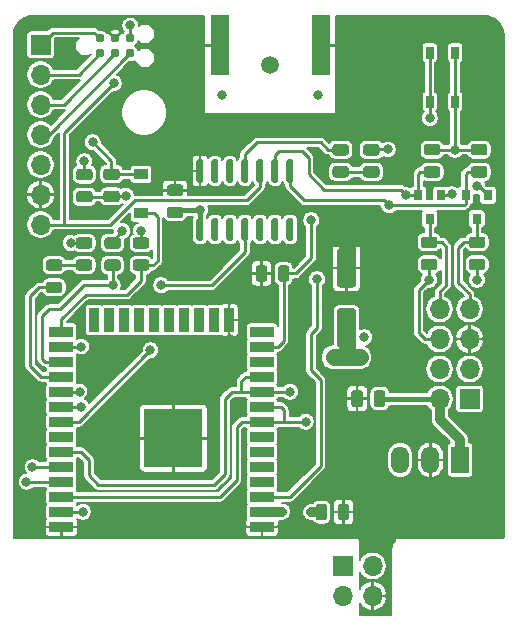
<source format=gtl>
G04 #@! TF.GenerationSoftware,KiCad,Pcbnew,(5.1.9-0-10_14)*
G04 #@! TF.CreationDate,2021-04-14T10:29:31+02:00*
G04 #@! TF.ProjectId,ithowifi_4l,6974686f-7769-4666-995f-346c2e6b6963,rev?*
G04 #@! TF.SameCoordinates,Original*
G04 #@! TF.FileFunction,Copper,L1,Top*
G04 #@! TF.FilePolarity,Positive*
%FSLAX46Y46*%
G04 Gerber Fmt 4.6, Leading zero omitted, Abs format (unit mm)*
G04 Created by KiCad (PCBNEW (5.1.9-0-10_14)) date 2021-04-14 10:29:31*
%MOMM*%
%LPD*%
G01*
G04 APERTURE LIST*
G04 #@! TA.AperFunction,SMDPad,CuDef*
%ADD10R,0.650000X1.050000*%
G04 #@! TD*
G04 #@! TA.AperFunction,ComponentPad*
%ADD11O,1.700000X1.700000*%
G04 #@! TD*
G04 #@! TA.AperFunction,ComponentPad*
%ADD12R,1.700000X1.700000*%
G04 #@! TD*
G04 #@! TA.AperFunction,SMDPad,CuDef*
%ADD13C,0.787400*%
G04 #@! TD*
G04 #@! TA.AperFunction,SMDPad,CuDef*
%ADD14R,2.000000X0.900000*%
G04 #@! TD*
G04 #@! TA.AperFunction,SMDPad,CuDef*
%ADD15R,0.900000X2.000000*%
G04 #@! TD*
G04 #@! TA.AperFunction,SMDPad,CuDef*
%ADD16R,5.000000X5.000000*%
G04 #@! TD*
G04 #@! TA.AperFunction,ComponentPad*
%ADD17C,1.500000*%
G04 #@! TD*
G04 #@! TA.AperFunction,SMDPad,CuDef*
%ADD18R,1.200000X0.900000*%
G04 #@! TD*
G04 #@! TA.AperFunction,SMDPad,CuDef*
%ADD19R,1.500000X5.080000*%
G04 #@! TD*
G04 #@! TA.AperFunction,SMDPad,CuDef*
%ADD20R,0.800000X0.900000*%
G04 #@! TD*
G04 #@! TA.AperFunction,ComponentPad*
%ADD21O,1.500000X2.300000*%
G04 #@! TD*
G04 #@! TA.AperFunction,ComponentPad*
%ADD22R,1.500000X2.300000*%
G04 #@! TD*
G04 #@! TA.AperFunction,ViaPad*
%ADD23C,0.800000*%
G04 #@! TD*
G04 #@! TA.AperFunction,Conductor*
%ADD24C,0.250000*%
G04 #@! TD*
G04 #@! TA.AperFunction,Conductor*
%ADD25C,1.473200*%
G04 #@! TD*
G04 #@! TA.AperFunction,Conductor*
%ADD26C,0.254000*%
G04 #@! TD*
G04 #@! TA.AperFunction,Conductor*
%ADD27C,0.812800*%
G04 #@! TD*
G04 #@! TA.AperFunction,Conductor*
%ADD28C,0.406400*%
G04 #@! TD*
G04 #@! TA.AperFunction,Conductor*
%ADD29C,0.203200*%
G04 #@! TD*
G04 #@! TA.AperFunction,Conductor*
%ADD30C,0.100000*%
G04 #@! TD*
G04 APERTURE END LIST*
G04 #@! TA.AperFunction,SMDPad,CuDef*
G36*
G01*
X113032000Y-137293000D02*
X113032000Y-138243000D01*
G75*
G02*
X112782000Y-138493000I-250000J0D01*
G01*
X112282000Y-138493000D01*
G75*
G02*
X112032000Y-138243000I0J250000D01*
G01*
X112032000Y-137293000D01*
G75*
G02*
X112282000Y-137043000I250000J0D01*
G01*
X112782000Y-137043000D01*
G75*
G02*
X113032000Y-137293000I0J-250000D01*
G01*
G37*
G04 #@! TD.AperFunction*
G04 #@! TA.AperFunction,SMDPad,CuDef*
G36*
G01*
X114932000Y-137293000D02*
X114932000Y-138243000D01*
G75*
G02*
X114682000Y-138493000I-250000J0D01*
G01*
X114182000Y-138493000D01*
G75*
G02*
X113932000Y-138243000I0J250000D01*
G01*
X113932000Y-137293000D01*
G75*
G02*
X114182000Y-137043000I250000J0D01*
G01*
X114682000Y-137043000D01*
G75*
G02*
X114932000Y-137293000I0J-250000D01*
G01*
G37*
G04 #@! TD.AperFunction*
D10*
X120832000Y-108468000D03*
X120832000Y-112618000D03*
X118682000Y-108468000D03*
X118682000Y-112618000D03*
G04 #@! TA.AperFunction,SMDPad,CuDef*
G36*
G01*
X112182000Y-128355500D02*
X111082000Y-128355500D01*
G75*
G02*
X110832000Y-128105500I0J250000D01*
G01*
X110832000Y-125280500D01*
G75*
G02*
X111082000Y-125030500I250000J0D01*
G01*
X112182000Y-125030500D01*
G75*
G02*
X112432000Y-125280500I0J-250000D01*
G01*
X112432000Y-128105500D01*
G75*
G02*
X112182000Y-128355500I-250000J0D01*
G01*
G37*
G04 #@! TD.AperFunction*
G04 #@! TA.AperFunction,SMDPad,CuDef*
G36*
G01*
X112182000Y-133430500D02*
X111082000Y-133430500D01*
G75*
G02*
X110832000Y-133180500I0J250000D01*
G01*
X110832000Y-130355500D01*
G75*
G02*
X111082000Y-130105500I250000J0D01*
G01*
X112182000Y-130105500D01*
G75*
G02*
X112432000Y-130355500I0J-250000D01*
G01*
X112432000Y-133180500D01*
G75*
G02*
X112182000Y-133430500I-250000J0D01*
G01*
G37*
G04 #@! TD.AperFunction*
D11*
X113832000Y-154468000D03*
X111292000Y-154468000D03*
X113832000Y-151928000D03*
D12*
X111292000Y-151928000D03*
G04 #@! TA.AperFunction,SMDPad,CuDef*
G36*
G01*
X99372600Y-124416000D02*
X99072600Y-124416000D01*
G75*
G02*
X98922600Y-124266000I0J150000D01*
G01*
X98922600Y-122616000D01*
G75*
G02*
X99072600Y-122466000I150000J0D01*
G01*
X99372600Y-122466000D01*
G75*
G02*
X99522600Y-122616000I0J-150000D01*
G01*
X99522600Y-124266000D01*
G75*
G02*
X99372600Y-124416000I-150000J0D01*
G01*
G37*
G04 #@! TD.AperFunction*
G04 #@! TA.AperFunction,SMDPad,CuDef*
G36*
G01*
X100642600Y-124416000D02*
X100342600Y-124416000D01*
G75*
G02*
X100192600Y-124266000I0J150000D01*
G01*
X100192600Y-122616000D01*
G75*
G02*
X100342600Y-122466000I150000J0D01*
G01*
X100642600Y-122466000D01*
G75*
G02*
X100792600Y-122616000I0J-150000D01*
G01*
X100792600Y-124266000D01*
G75*
G02*
X100642600Y-124416000I-150000J0D01*
G01*
G37*
G04 #@! TD.AperFunction*
G04 #@! TA.AperFunction,SMDPad,CuDef*
G36*
G01*
X101912600Y-124416000D02*
X101612600Y-124416000D01*
G75*
G02*
X101462600Y-124266000I0J150000D01*
G01*
X101462600Y-122616000D01*
G75*
G02*
X101612600Y-122466000I150000J0D01*
G01*
X101912600Y-122466000D01*
G75*
G02*
X102062600Y-122616000I0J-150000D01*
G01*
X102062600Y-124266000D01*
G75*
G02*
X101912600Y-124416000I-150000J0D01*
G01*
G37*
G04 #@! TD.AperFunction*
G04 #@! TA.AperFunction,SMDPad,CuDef*
G36*
G01*
X103182600Y-124416000D02*
X102882600Y-124416000D01*
G75*
G02*
X102732600Y-124266000I0J150000D01*
G01*
X102732600Y-122616000D01*
G75*
G02*
X102882600Y-122466000I150000J0D01*
G01*
X103182600Y-122466000D01*
G75*
G02*
X103332600Y-122616000I0J-150000D01*
G01*
X103332600Y-124266000D01*
G75*
G02*
X103182600Y-124416000I-150000J0D01*
G01*
G37*
G04 #@! TD.AperFunction*
G04 #@! TA.AperFunction,SMDPad,CuDef*
G36*
G01*
X104452600Y-124416000D02*
X104152600Y-124416000D01*
G75*
G02*
X104002600Y-124266000I0J150000D01*
G01*
X104002600Y-122616000D01*
G75*
G02*
X104152600Y-122466000I150000J0D01*
G01*
X104452600Y-122466000D01*
G75*
G02*
X104602600Y-122616000I0J-150000D01*
G01*
X104602600Y-124266000D01*
G75*
G02*
X104452600Y-124416000I-150000J0D01*
G01*
G37*
G04 #@! TD.AperFunction*
G04 #@! TA.AperFunction,SMDPad,CuDef*
G36*
G01*
X105722600Y-124416000D02*
X105422600Y-124416000D01*
G75*
G02*
X105272600Y-124266000I0J150000D01*
G01*
X105272600Y-122616000D01*
G75*
G02*
X105422600Y-122466000I150000J0D01*
G01*
X105722600Y-122466000D01*
G75*
G02*
X105872600Y-122616000I0J-150000D01*
G01*
X105872600Y-124266000D01*
G75*
G02*
X105722600Y-124416000I-150000J0D01*
G01*
G37*
G04 #@! TD.AperFunction*
G04 #@! TA.AperFunction,SMDPad,CuDef*
G36*
G01*
X106992600Y-124416000D02*
X106692600Y-124416000D01*
G75*
G02*
X106542600Y-124266000I0J150000D01*
G01*
X106542600Y-122616000D01*
G75*
G02*
X106692600Y-122466000I150000J0D01*
G01*
X106992600Y-122466000D01*
G75*
G02*
X107142600Y-122616000I0J-150000D01*
G01*
X107142600Y-124266000D01*
G75*
G02*
X106992600Y-124416000I-150000J0D01*
G01*
G37*
G04 #@! TD.AperFunction*
G04 #@! TA.AperFunction,SMDPad,CuDef*
G36*
G01*
X106992600Y-119466000D02*
X106692600Y-119466000D01*
G75*
G02*
X106542600Y-119316000I0J150000D01*
G01*
X106542600Y-117666000D01*
G75*
G02*
X106692600Y-117516000I150000J0D01*
G01*
X106992600Y-117516000D01*
G75*
G02*
X107142600Y-117666000I0J-150000D01*
G01*
X107142600Y-119316000D01*
G75*
G02*
X106992600Y-119466000I-150000J0D01*
G01*
G37*
G04 #@! TD.AperFunction*
G04 #@! TA.AperFunction,SMDPad,CuDef*
G36*
G01*
X105722600Y-119466000D02*
X105422600Y-119466000D01*
G75*
G02*
X105272600Y-119316000I0J150000D01*
G01*
X105272600Y-117666000D01*
G75*
G02*
X105422600Y-117516000I150000J0D01*
G01*
X105722600Y-117516000D01*
G75*
G02*
X105872600Y-117666000I0J-150000D01*
G01*
X105872600Y-119316000D01*
G75*
G02*
X105722600Y-119466000I-150000J0D01*
G01*
G37*
G04 #@! TD.AperFunction*
G04 #@! TA.AperFunction,SMDPad,CuDef*
G36*
G01*
X104452600Y-119466000D02*
X104152600Y-119466000D01*
G75*
G02*
X104002600Y-119316000I0J150000D01*
G01*
X104002600Y-117666000D01*
G75*
G02*
X104152600Y-117516000I150000J0D01*
G01*
X104452600Y-117516000D01*
G75*
G02*
X104602600Y-117666000I0J-150000D01*
G01*
X104602600Y-119316000D01*
G75*
G02*
X104452600Y-119466000I-150000J0D01*
G01*
G37*
G04 #@! TD.AperFunction*
G04 #@! TA.AperFunction,SMDPad,CuDef*
G36*
G01*
X103182600Y-119466000D02*
X102882600Y-119466000D01*
G75*
G02*
X102732600Y-119316000I0J150000D01*
G01*
X102732600Y-117666000D01*
G75*
G02*
X102882600Y-117516000I150000J0D01*
G01*
X103182600Y-117516000D01*
G75*
G02*
X103332600Y-117666000I0J-150000D01*
G01*
X103332600Y-119316000D01*
G75*
G02*
X103182600Y-119466000I-150000J0D01*
G01*
G37*
G04 #@! TD.AperFunction*
G04 #@! TA.AperFunction,SMDPad,CuDef*
G36*
G01*
X101912600Y-119466000D02*
X101612600Y-119466000D01*
G75*
G02*
X101462600Y-119316000I0J150000D01*
G01*
X101462600Y-117666000D01*
G75*
G02*
X101612600Y-117516000I150000J0D01*
G01*
X101912600Y-117516000D01*
G75*
G02*
X102062600Y-117666000I0J-150000D01*
G01*
X102062600Y-119316000D01*
G75*
G02*
X101912600Y-119466000I-150000J0D01*
G01*
G37*
G04 #@! TD.AperFunction*
G04 #@! TA.AperFunction,SMDPad,CuDef*
G36*
G01*
X100642600Y-119466000D02*
X100342600Y-119466000D01*
G75*
G02*
X100192600Y-119316000I0J150000D01*
G01*
X100192600Y-117666000D01*
G75*
G02*
X100342600Y-117516000I150000J0D01*
G01*
X100642600Y-117516000D01*
G75*
G02*
X100792600Y-117666000I0J-150000D01*
G01*
X100792600Y-119316000D01*
G75*
G02*
X100642600Y-119466000I-150000J0D01*
G01*
G37*
G04 #@! TD.AperFunction*
G04 #@! TA.AperFunction,SMDPad,CuDef*
G36*
G01*
X99372600Y-119466000D02*
X99072600Y-119466000D01*
G75*
G02*
X98922600Y-119316000I0J150000D01*
G01*
X98922600Y-117666000D01*
G75*
G02*
X99072600Y-117516000I150000J0D01*
G01*
X99372600Y-117516000D01*
G75*
G02*
X99522600Y-117666000I0J-150000D01*
G01*
X99522600Y-119316000D01*
G75*
G02*
X99372600Y-119466000I-150000J0D01*
G01*
G37*
G04 #@! TD.AperFunction*
D13*
X93306000Y-107266400D03*
X92036000Y-107266400D03*
X93306000Y-108536400D03*
X92036000Y-108536400D03*
X90766000Y-108536400D03*
X90766000Y-107266400D03*
D14*
X87477600Y-148615400D03*
X87477600Y-147345400D03*
X87477600Y-146075400D03*
X87477600Y-144805400D03*
X87477600Y-143535400D03*
X87477600Y-142265400D03*
X87477600Y-140995400D03*
X87477600Y-139725400D03*
X87477600Y-138455400D03*
X87477600Y-137185400D03*
X87477600Y-135915400D03*
X87477600Y-134645400D03*
X87477600Y-133375400D03*
X87477600Y-132105400D03*
D15*
X90262600Y-131105400D03*
X91532600Y-131105400D03*
X92802600Y-131105400D03*
X94072600Y-131105400D03*
X95342600Y-131105400D03*
X96612600Y-131105400D03*
X97882600Y-131105400D03*
X99152600Y-131105400D03*
X100422600Y-131105400D03*
X101692600Y-131105400D03*
D14*
X104477600Y-132105400D03*
X104477600Y-133375400D03*
X104477600Y-134645400D03*
X104477600Y-135915400D03*
X104477600Y-137185400D03*
X104477600Y-138455400D03*
X104477600Y-139725400D03*
X104477600Y-140995400D03*
X104477600Y-142265400D03*
X104477600Y-143535400D03*
X104477600Y-144805400D03*
X104477600Y-146075400D03*
X104477600Y-147345400D03*
X104477600Y-148615400D03*
D16*
X96977600Y-141115400D03*
G04 #@! TA.AperFunction,SMDPad,CuDef*
G36*
G01*
X105819500Y-127624250D02*
X105819500Y-126711750D01*
G75*
G02*
X106063250Y-126468000I243750J0D01*
G01*
X106550750Y-126468000D01*
G75*
G02*
X106794500Y-126711750I0J-243750D01*
G01*
X106794500Y-127624250D01*
G75*
G02*
X106550750Y-127868000I-243750J0D01*
G01*
X106063250Y-127868000D01*
G75*
G02*
X105819500Y-127624250I0J243750D01*
G01*
G37*
G04 #@! TD.AperFunction*
G04 #@! TA.AperFunction,SMDPad,CuDef*
G36*
G01*
X103944500Y-127624250D02*
X103944500Y-126711750D01*
G75*
G02*
X104188250Y-126468000I243750J0D01*
G01*
X104675750Y-126468000D01*
G75*
G02*
X104919500Y-126711750I0J-243750D01*
G01*
X104919500Y-127624250D01*
G75*
G02*
X104675750Y-127868000I-243750J0D01*
G01*
X104188250Y-127868000D01*
G75*
G02*
X103944500Y-127624250I0J243750D01*
G01*
G37*
G04 #@! TD.AperFunction*
D17*
X105181400Y-109474000D03*
G04 #@! TA.AperFunction,SMDPad,CuDef*
G36*
G01*
X87324250Y-126954100D02*
X86411750Y-126954100D01*
G75*
G02*
X86168000Y-126710350I0J243750D01*
G01*
X86168000Y-126222850D01*
G75*
G02*
X86411750Y-125979100I243750J0D01*
G01*
X87324250Y-125979100D01*
G75*
G02*
X87568000Y-126222850I0J-243750D01*
G01*
X87568000Y-126710350D01*
G75*
G02*
X87324250Y-126954100I-243750J0D01*
G01*
G37*
G04 #@! TD.AperFunction*
G04 #@! TA.AperFunction,SMDPad,CuDef*
G36*
G01*
X87324250Y-128829100D02*
X86411750Y-128829100D01*
G75*
G02*
X86168000Y-128585350I0J243750D01*
G01*
X86168000Y-128097850D01*
G75*
G02*
X86411750Y-127854100I243750J0D01*
G01*
X87324250Y-127854100D01*
G75*
G02*
X87568000Y-128097850I0J-243750D01*
G01*
X87568000Y-128585350D01*
G75*
G02*
X87324250Y-128829100I-243750J0D01*
G01*
G37*
G04 #@! TD.AperFunction*
G04 #@! TA.AperFunction,SMDPad,CuDef*
G36*
G01*
X88951750Y-125974500D02*
X89864250Y-125974500D01*
G75*
G02*
X90108000Y-126218250I0J-243750D01*
G01*
X90108000Y-126705750D01*
G75*
G02*
X89864250Y-126949500I-243750J0D01*
G01*
X88951750Y-126949500D01*
G75*
G02*
X88708000Y-126705750I0J243750D01*
G01*
X88708000Y-126218250D01*
G75*
G02*
X88951750Y-125974500I243750J0D01*
G01*
G37*
G04 #@! TD.AperFunction*
G04 #@! TA.AperFunction,SMDPad,CuDef*
G36*
G01*
X88951750Y-124099500D02*
X89864250Y-124099500D01*
G75*
G02*
X90108000Y-124343250I0J-243750D01*
G01*
X90108000Y-124830750D01*
G75*
G02*
X89864250Y-125074500I-243750J0D01*
G01*
X88951750Y-125074500D01*
G75*
G02*
X88708000Y-124830750I0J243750D01*
G01*
X88708000Y-124343250D01*
G75*
G02*
X88951750Y-124099500I243750J0D01*
G01*
G37*
G04 #@! TD.AperFunction*
G04 #@! TA.AperFunction,SMDPad,CuDef*
G36*
G01*
X94690250Y-125074500D02*
X93777750Y-125074500D01*
G75*
G02*
X93534000Y-124830750I0J243750D01*
G01*
X93534000Y-124343250D01*
G75*
G02*
X93777750Y-124099500I243750J0D01*
G01*
X94690250Y-124099500D01*
G75*
G02*
X94934000Y-124343250I0J-243750D01*
G01*
X94934000Y-124830750D01*
G75*
G02*
X94690250Y-125074500I-243750J0D01*
G01*
G37*
G04 #@! TD.AperFunction*
G04 #@! TA.AperFunction,SMDPad,CuDef*
G36*
G01*
X94690250Y-126949500D02*
X93777750Y-126949500D01*
G75*
G02*
X93534000Y-126705750I0J243750D01*
G01*
X93534000Y-126218250D01*
G75*
G02*
X93777750Y-125974500I243750J0D01*
G01*
X94690250Y-125974500D01*
G75*
G02*
X94934000Y-126218250I0J-243750D01*
G01*
X94934000Y-126705750D01*
G75*
G02*
X94690250Y-126949500I-243750J0D01*
G01*
G37*
G04 #@! TD.AperFunction*
G04 #@! TA.AperFunction,SMDPad,CuDef*
G36*
G01*
X89888250Y-119280500D02*
X88975750Y-119280500D01*
G75*
G02*
X88732000Y-119036750I0J243750D01*
G01*
X88732000Y-118549250D01*
G75*
G02*
X88975750Y-118305500I243750J0D01*
G01*
X89888250Y-118305500D01*
G75*
G02*
X90132000Y-118549250I0J-243750D01*
G01*
X90132000Y-119036750D01*
G75*
G02*
X89888250Y-119280500I-243750J0D01*
G01*
G37*
G04 #@! TD.AperFunction*
G04 #@! TA.AperFunction,SMDPad,CuDef*
G36*
G01*
X89888250Y-121155500D02*
X88975750Y-121155500D01*
G75*
G02*
X88732000Y-120911750I0J243750D01*
G01*
X88732000Y-120424250D01*
G75*
G02*
X88975750Y-120180500I243750J0D01*
G01*
X89888250Y-120180500D01*
G75*
G02*
X90132000Y-120424250I0J-243750D01*
G01*
X90132000Y-120911750D01*
G75*
G02*
X89888250Y-121155500I-243750J0D01*
G01*
G37*
G04 #@! TD.AperFunction*
D11*
X85725000Y-123037600D03*
X85725000Y-120497600D03*
X85725000Y-117957600D03*
X85725000Y-115417600D03*
X85725000Y-112877600D03*
X85725000Y-110337600D03*
D12*
X85725000Y-107797600D03*
D18*
X94232000Y-122068000D03*
X94232000Y-118768000D03*
G04 #@! TA.AperFunction,SMDPad,CuDef*
G36*
G01*
X110886900Y-147827050D02*
X110886900Y-146914550D01*
G75*
G02*
X111130650Y-146670800I243750J0D01*
G01*
X111618150Y-146670800D01*
G75*
G02*
X111861900Y-146914550I0J-243750D01*
G01*
X111861900Y-147827050D01*
G75*
G02*
X111618150Y-148070800I-243750J0D01*
G01*
X111130650Y-148070800D01*
G75*
G02*
X110886900Y-147827050I0J243750D01*
G01*
G37*
G04 #@! TD.AperFunction*
G04 #@! TA.AperFunction,SMDPad,CuDef*
G36*
G01*
X109011900Y-147827050D02*
X109011900Y-146914550D01*
G75*
G02*
X109255650Y-146670800I243750J0D01*
G01*
X109743150Y-146670800D01*
G75*
G02*
X109986900Y-146914550I0J-243750D01*
G01*
X109986900Y-147827050D01*
G75*
G02*
X109743150Y-148070800I-243750J0D01*
G01*
X109255650Y-148070800D01*
G75*
G02*
X109011900Y-147827050I0J243750D01*
G01*
G37*
G04 #@! TD.AperFunction*
G04 #@! TA.AperFunction,SMDPad,CuDef*
G36*
G01*
X92188250Y-119255500D02*
X91275750Y-119255500D01*
G75*
G02*
X91032000Y-119011750I0J243750D01*
G01*
X91032000Y-118524250D01*
G75*
G02*
X91275750Y-118280500I243750J0D01*
G01*
X92188250Y-118280500D01*
G75*
G02*
X92432000Y-118524250I0J-243750D01*
G01*
X92432000Y-119011750D01*
G75*
G02*
X92188250Y-119255500I-243750J0D01*
G01*
G37*
G04 #@! TD.AperFunction*
G04 #@! TA.AperFunction,SMDPad,CuDef*
G36*
G01*
X92188250Y-121130500D02*
X91275750Y-121130500D01*
G75*
G02*
X91032000Y-120886750I0J243750D01*
G01*
X91032000Y-120399250D01*
G75*
G02*
X91275750Y-120155500I243750J0D01*
G01*
X92188250Y-120155500D01*
G75*
G02*
X92432000Y-120399250I0J-243750D01*
G01*
X92432000Y-120886750D01*
G75*
G02*
X92188250Y-121130500I-243750J0D01*
G01*
G37*
G04 #@! TD.AperFunction*
D19*
X100931400Y-107848400D03*
X109431400Y-107848400D03*
G04 #@! TA.AperFunction,SMDPad,CuDef*
G36*
G01*
X110675750Y-118080500D02*
X111588250Y-118080500D01*
G75*
G02*
X111832000Y-118324250I0J-243750D01*
G01*
X111832000Y-118811750D01*
G75*
G02*
X111588250Y-119055500I-243750J0D01*
G01*
X110675750Y-119055500D01*
G75*
G02*
X110432000Y-118811750I0J243750D01*
G01*
X110432000Y-118324250D01*
G75*
G02*
X110675750Y-118080500I243750J0D01*
G01*
G37*
G04 #@! TD.AperFunction*
G04 #@! TA.AperFunction,SMDPad,CuDef*
G36*
G01*
X110675750Y-116205500D02*
X111588250Y-116205500D01*
G75*
G02*
X111832000Y-116449250I0J-243750D01*
G01*
X111832000Y-116936750D01*
G75*
G02*
X111588250Y-117180500I-243750J0D01*
G01*
X110675750Y-117180500D01*
G75*
G02*
X110432000Y-116936750I0J243750D01*
G01*
X110432000Y-116449250D01*
G75*
G02*
X110675750Y-116205500I243750J0D01*
G01*
G37*
G04 #@! TD.AperFunction*
G04 #@! TA.AperFunction,SMDPad,CuDef*
G36*
G01*
X92277250Y-126949500D02*
X91364750Y-126949500D01*
G75*
G02*
X91121000Y-126705750I0J243750D01*
G01*
X91121000Y-126218250D01*
G75*
G02*
X91364750Y-125974500I243750J0D01*
G01*
X92277250Y-125974500D01*
G75*
G02*
X92521000Y-126218250I0J-243750D01*
G01*
X92521000Y-126705750D01*
G75*
G02*
X92277250Y-126949500I-243750J0D01*
G01*
G37*
G04 #@! TD.AperFunction*
G04 #@! TA.AperFunction,SMDPad,CuDef*
G36*
G01*
X92277250Y-125074500D02*
X91364750Y-125074500D01*
G75*
G02*
X91121000Y-124830750I0J243750D01*
G01*
X91121000Y-124343250D01*
G75*
G02*
X91364750Y-124099500I243750J0D01*
G01*
X92277250Y-124099500D01*
G75*
G02*
X92521000Y-124343250I0J-243750D01*
G01*
X92521000Y-124830750D01*
G75*
G02*
X92277250Y-125074500I-243750J0D01*
G01*
G37*
G04 #@! TD.AperFunction*
G04 #@! TA.AperFunction,SMDPad,CuDef*
G36*
G01*
X113275750Y-118080500D02*
X114188250Y-118080500D01*
G75*
G02*
X114432000Y-118324250I0J-243750D01*
G01*
X114432000Y-118811750D01*
G75*
G02*
X114188250Y-119055500I-243750J0D01*
G01*
X113275750Y-119055500D01*
G75*
G02*
X113032000Y-118811750I0J243750D01*
G01*
X113032000Y-118324250D01*
G75*
G02*
X113275750Y-118080500I243750J0D01*
G01*
G37*
G04 #@! TD.AperFunction*
G04 #@! TA.AperFunction,SMDPad,CuDef*
G36*
G01*
X113275750Y-116205500D02*
X114188250Y-116205500D01*
G75*
G02*
X114432000Y-116449250I0J-243750D01*
G01*
X114432000Y-116936750D01*
G75*
G02*
X114188250Y-117180500I-243750J0D01*
G01*
X113275750Y-117180500D01*
G75*
G02*
X113032000Y-116936750I0J243750D01*
G01*
X113032000Y-116449250D01*
G75*
G02*
X113275750Y-116205500I243750J0D01*
G01*
G37*
G04 #@! TD.AperFunction*
G04 #@! TA.AperFunction,SMDPad,CuDef*
G36*
G01*
X118161750Y-125911000D02*
X119074250Y-125911000D01*
G75*
G02*
X119318000Y-126154750I0J-243750D01*
G01*
X119318000Y-126642250D01*
G75*
G02*
X119074250Y-126886000I-243750J0D01*
G01*
X118161750Y-126886000D01*
G75*
G02*
X117918000Y-126642250I0J243750D01*
G01*
X117918000Y-126154750D01*
G75*
G02*
X118161750Y-125911000I243750J0D01*
G01*
G37*
G04 #@! TD.AperFunction*
G04 #@! TA.AperFunction,SMDPad,CuDef*
G36*
G01*
X118161750Y-124036000D02*
X119074250Y-124036000D01*
G75*
G02*
X119318000Y-124279750I0J-243750D01*
G01*
X119318000Y-124767250D01*
G75*
G02*
X119074250Y-125011000I-243750J0D01*
G01*
X118161750Y-125011000D01*
G75*
G02*
X117918000Y-124767250I0J243750D01*
G01*
X117918000Y-124279750D01*
G75*
G02*
X118161750Y-124036000I243750J0D01*
G01*
G37*
G04 #@! TD.AperFunction*
G04 #@! TA.AperFunction,SMDPad,CuDef*
G36*
G01*
X122225750Y-125911000D02*
X123138250Y-125911000D01*
G75*
G02*
X123382000Y-126154750I0J-243750D01*
G01*
X123382000Y-126642250D01*
G75*
G02*
X123138250Y-126886000I-243750J0D01*
G01*
X122225750Y-126886000D01*
G75*
G02*
X121982000Y-126642250I0J243750D01*
G01*
X121982000Y-126154750D01*
G75*
G02*
X122225750Y-125911000I243750J0D01*
G01*
G37*
G04 #@! TD.AperFunction*
G04 #@! TA.AperFunction,SMDPad,CuDef*
G36*
G01*
X122225750Y-124036000D02*
X123138250Y-124036000D01*
G75*
G02*
X123382000Y-124279750I0J-243750D01*
G01*
X123382000Y-124767250D01*
G75*
G02*
X123138250Y-125011000I-243750J0D01*
G01*
X122225750Y-125011000D01*
G75*
G02*
X121982000Y-124767250I0J243750D01*
G01*
X121982000Y-124279750D01*
G75*
G02*
X122225750Y-124036000I243750J0D01*
G01*
G37*
G04 #@! TD.AperFunction*
G04 #@! TA.AperFunction,SMDPad,CuDef*
G36*
G01*
X118415750Y-118074400D02*
X119328250Y-118074400D01*
G75*
G02*
X119572000Y-118318150I0J-243750D01*
G01*
X119572000Y-118805650D01*
G75*
G02*
X119328250Y-119049400I-243750J0D01*
G01*
X118415750Y-119049400D01*
G75*
G02*
X118172000Y-118805650I0J243750D01*
G01*
X118172000Y-118318150D01*
G75*
G02*
X118415750Y-118074400I243750J0D01*
G01*
G37*
G04 #@! TD.AperFunction*
G04 #@! TA.AperFunction,SMDPad,CuDef*
G36*
G01*
X118415750Y-116199400D02*
X119328250Y-116199400D01*
G75*
G02*
X119572000Y-116443150I0J-243750D01*
G01*
X119572000Y-116930650D01*
G75*
G02*
X119328250Y-117174400I-243750J0D01*
G01*
X118415750Y-117174400D01*
G75*
G02*
X118172000Y-116930650I0J243750D01*
G01*
X118172000Y-116443150D01*
G75*
G02*
X118415750Y-116199400I243750J0D01*
G01*
G37*
G04 #@! TD.AperFunction*
G04 #@! TA.AperFunction,SMDPad,CuDef*
G36*
G01*
X123316050Y-117174400D02*
X122403550Y-117174400D01*
G75*
G02*
X122159800Y-116930650I0J243750D01*
G01*
X122159800Y-116443150D01*
G75*
G02*
X122403550Y-116199400I243750J0D01*
G01*
X123316050Y-116199400D01*
G75*
G02*
X123559800Y-116443150I0J-243750D01*
G01*
X123559800Y-116930650D01*
G75*
G02*
X123316050Y-117174400I-243750J0D01*
G01*
G37*
G04 #@! TD.AperFunction*
G04 #@! TA.AperFunction,SMDPad,CuDef*
G36*
G01*
X123316050Y-119049400D02*
X122403550Y-119049400D01*
G75*
G02*
X122159800Y-118805650I0J243750D01*
G01*
X122159800Y-118318150D01*
G75*
G02*
X122403550Y-118074400I243750J0D01*
G01*
X123316050Y-118074400D01*
G75*
G02*
X123559800Y-118318150I0J-243750D01*
G01*
X123559800Y-118805650D01*
G75*
G02*
X123316050Y-119049400I-243750J0D01*
G01*
G37*
G04 #@! TD.AperFunction*
G04 #@! TA.AperFunction,SMDPad,CuDef*
G36*
G01*
X97570650Y-122479100D02*
X96658150Y-122479100D01*
G75*
G02*
X96414400Y-122235350I0J243750D01*
G01*
X96414400Y-121747850D01*
G75*
G02*
X96658150Y-121504100I243750J0D01*
G01*
X97570650Y-121504100D01*
G75*
G02*
X97814400Y-121747850I0J-243750D01*
G01*
X97814400Y-122235350D01*
G75*
G02*
X97570650Y-122479100I-243750J0D01*
G01*
G37*
G04 #@! TD.AperFunction*
G04 #@! TA.AperFunction,SMDPad,CuDef*
G36*
G01*
X97570650Y-120604100D02*
X96658150Y-120604100D01*
G75*
G02*
X96414400Y-120360350I0J243750D01*
G01*
X96414400Y-119872850D01*
G75*
G02*
X96658150Y-119629100I243750J0D01*
G01*
X97570650Y-119629100D01*
G75*
G02*
X97814400Y-119872850I0J-243750D01*
G01*
X97814400Y-120360350D01*
G75*
G02*
X97570650Y-120604100I-243750J0D01*
G01*
G37*
G04 #@! TD.AperFunction*
D20*
X118658600Y-122539000D03*
X117708600Y-120539000D03*
X119608600Y-120539000D03*
X122656600Y-122539000D03*
X121706600Y-120539000D03*
X123606600Y-120539000D03*
D21*
X116179600Y-142951200D03*
X118719600Y-142951200D03*
D22*
X121259600Y-142951200D03*
D12*
X122047000Y-137795000D03*
D11*
X119507000Y-137795000D03*
X122047000Y-135255000D03*
X119507000Y-135255000D03*
X122047000Y-132715000D03*
X119507000Y-132715000D03*
X122047000Y-130175000D03*
X119507000Y-130175000D03*
D23*
X95250000Y-139700000D03*
X98806000Y-139700000D03*
X97028000Y-139700000D03*
X98806000Y-142748000D03*
X97028000Y-142748000D03*
X95250000Y-142748000D03*
X95250000Y-141224000D03*
X98806000Y-141224000D03*
X97028000Y-141224000D03*
X99187000Y-105918000D03*
X99187000Y-107442000D03*
X99187000Y-109093000D03*
X101092000Y-112014000D03*
X109220000Y-112014000D03*
X99248000Y-120142000D03*
X101727000Y-132715000D03*
X89154000Y-148590000D03*
X106172000Y-148590000D03*
X99187000Y-110871000D03*
X99187000Y-112522000D03*
X99187000Y-114173000D03*
X111125000Y-105918000D03*
X111125000Y-107442000D03*
X111125000Y-109093000D03*
X111125000Y-110871000D03*
X111125000Y-114173000D03*
X111125000Y-112522000D03*
X105918000Y-114173000D03*
X109220000Y-114173000D03*
X102489000Y-114173000D03*
X104140000Y-114173000D03*
X100965000Y-114173000D03*
X107569000Y-114173000D03*
X102432000Y-138568000D03*
X112032000Y-139368000D03*
X111632000Y-124168000D03*
X112732000Y-124168000D03*
X110532000Y-124168000D03*
X122682000Y-127698500D03*
X118618000Y-127698500D03*
X106172000Y-147320000D03*
X122682000Y-119761000D03*
X94234000Y-123571000D03*
X99248000Y-121793000D03*
X88265000Y-124587000D03*
X108632000Y-147368000D03*
X120532000Y-120468000D03*
X120813090Y-116686900D03*
X115132000Y-116668000D03*
X89432000Y-117668000D03*
X92632000Y-123568000D03*
X111632000Y-134268000D03*
X112732000Y-134268000D03*
X110532000Y-134268000D03*
X113132002Y-132568000D03*
X91832000Y-128168000D03*
X95932004Y-128168000D03*
X93332000Y-106168000D03*
X91932000Y-111068000D03*
X85039200Y-143560804D03*
X84531209Y-144805391D03*
X89309400Y-147345400D03*
X95032000Y-133668000D03*
X89154000Y-138430000D03*
X89027000Y-137160002D03*
X89154000Y-133350000D03*
X92932000Y-120568000D03*
X109132000Y-127668006D03*
X90132000Y-116068000D03*
X106849400Y-137185400D03*
X115232000Y-121367999D03*
X116697000Y-120539000D03*
X108174600Y-139725400D03*
X118681998Y-114018000D03*
X108632000Y-122668000D03*
D24*
X99593400Y-107848400D02*
X99187000Y-107442000D01*
X100931400Y-107848400D02*
X99593400Y-107848400D01*
X110718600Y-107848400D02*
X111125000Y-107442000D01*
X109431400Y-107848400D02*
X110718600Y-107848400D01*
D25*
X111632000Y-126693000D02*
X111632000Y-124168000D01*
X112732000Y-124168000D02*
X110532000Y-124168000D01*
D26*
X122682000Y-126398500D02*
X122682000Y-127698500D01*
X118618000Y-127698500D02*
X118618000Y-126398500D01*
X118618000Y-127698500D02*
X117748500Y-128568000D01*
X117748500Y-128568000D02*
X117748500Y-132184500D01*
X118279000Y-132715000D02*
X119507000Y-132715000D01*
X117748500Y-132184500D02*
X118279000Y-132715000D01*
D27*
X106146600Y-147345400D02*
X106172000Y-147320000D01*
X104477600Y-147345400D02*
X106146600Y-147345400D01*
D26*
X122682000Y-119761000D02*
X122828600Y-119761000D01*
X94234000Y-124587000D02*
X94234000Y-123571000D01*
D28*
X99222600Y-121818400D02*
X99248000Y-121793000D01*
X99222600Y-123441000D02*
X99222600Y-121818400D01*
X97313000Y-121793000D02*
X97114400Y-121991600D01*
X99248000Y-121793000D02*
X97313000Y-121793000D01*
D26*
X89408000Y-124587000D02*
X88265000Y-124587000D01*
D27*
X108634800Y-147370800D02*
X108632000Y-147368000D01*
X109499400Y-147370800D02*
X108634800Y-147370800D01*
D26*
X120461000Y-120539000D02*
X120532000Y-120468000D01*
X119608600Y-120539000D02*
X120461000Y-120539000D01*
X118872000Y-116686900D02*
X120813090Y-116686900D01*
X113757000Y-116668000D02*
X113732000Y-116693000D01*
X115132000Y-116668000D02*
X113757000Y-116668000D01*
X89432000Y-118793000D02*
X89432000Y-117668000D01*
X91821000Y-124379000D02*
X92632000Y-123568000D01*
X91821000Y-124587000D02*
X91821000Y-124379000D01*
D25*
X111632000Y-131768000D02*
X111632000Y-134268000D01*
X112732000Y-134268000D02*
X110532000Y-134268000D01*
D24*
X85725000Y-115417600D02*
X86424800Y-115417600D01*
X86424800Y-115417600D02*
X93306000Y-108536400D01*
D26*
X122828600Y-119761000D02*
X123606600Y-120539000D01*
X122859800Y-116686900D02*
X120813090Y-116686900D01*
X120832000Y-116667990D02*
X120813090Y-116686900D01*
X120832000Y-112618000D02*
X120832000Y-116667990D01*
X120832000Y-108468000D02*
X120832000Y-112618000D01*
D27*
X121259600Y-142951200D02*
X121259600Y-141262100D01*
X119507000Y-139509500D02*
X119507000Y-137795000D01*
X121259600Y-141262100D02*
X119507000Y-139509500D01*
D26*
X122656600Y-124498100D02*
X122682000Y-124523500D01*
X122656600Y-122539000D02*
X122656600Y-124498100D01*
X121094500Y-127952500D02*
X122047000Y-128905000D01*
X122047000Y-128905000D02*
X122047000Y-130175000D01*
X121539000Y-124523500D02*
X121094500Y-124968000D01*
X121094500Y-124968000D02*
X121094500Y-127952500D01*
X122682000Y-124523500D02*
X121539000Y-124523500D01*
X118658600Y-124482900D02*
X118618000Y-124523500D01*
X118658600Y-122539000D02*
X118658600Y-124482900D01*
X118618000Y-124523500D02*
X119697500Y-124523500D01*
X119697500Y-124523500D02*
X120078500Y-124904500D01*
X120078500Y-124904500D02*
X120078500Y-128143000D01*
X120078500Y-128143000D02*
X119507000Y-128714500D01*
X119507000Y-128714500D02*
X119507000Y-130175000D01*
X111125000Y-116686000D02*
X111132000Y-116693000D01*
X110057000Y-116693000D02*
X111132000Y-116693000D01*
X104032000Y-116068000D02*
X109432000Y-116068000D01*
X109432000Y-116068000D02*
X110057000Y-116693000D01*
X103032600Y-117067400D02*
X104032000Y-116068000D01*
X103032600Y-118491000D02*
X103032600Y-117067400D01*
X87363000Y-130186300D02*
X89431700Y-128117600D01*
X85852000Y-130784600D02*
X86450300Y-130186300D01*
X86450300Y-130186300D02*
X87363000Y-130186300D01*
X89431700Y-128117600D02*
X91821000Y-128117600D01*
X86131400Y-134645400D02*
X85852000Y-134366000D01*
X85852000Y-134366000D02*
X85852000Y-130784600D01*
X87477600Y-134645400D02*
X86131400Y-134645400D01*
X91821000Y-128117600D02*
X91821000Y-128157000D01*
X91821000Y-128157000D02*
X91832000Y-128168000D01*
X91821000Y-126462000D02*
X91821000Y-128157000D01*
X100232000Y-128168000D02*
X95932004Y-128168000D01*
X103032600Y-125367400D02*
X100232000Y-128168000D01*
X103032600Y-123441000D02*
X103032600Y-125367400D01*
X93306000Y-106194000D02*
X93332000Y-106168000D01*
X93306000Y-107266400D02*
X93306000Y-106194000D01*
X91623798Y-123037600D02*
X85725000Y-123037600D01*
X93681198Y-120980200D02*
X91623798Y-123037600D01*
X103185000Y-120980200D02*
X93681198Y-120980200D01*
X104302600Y-119862600D02*
X103185000Y-120980200D01*
X104302600Y-118491000D02*
X104302600Y-119862600D01*
X87732000Y-115268000D02*
X91932000Y-111068000D01*
X87732000Y-123007200D02*
X87732000Y-115268000D01*
X87701600Y-123037600D02*
X87732000Y-123007200D01*
X85725000Y-123037600D02*
X87701600Y-123037600D01*
X94234000Y-127787400D02*
X94234000Y-126462000D01*
X87477600Y-131038600D02*
X89560400Y-128955800D01*
X93065600Y-128955800D02*
X94234000Y-127787400D01*
X89560400Y-128955800D02*
X93065600Y-128955800D01*
X87477600Y-132105400D02*
X87477600Y-131038600D01*
X94234000Y-126462000D02*
X95238000Y-126462000D01*
X95238000Y-126462000D02*
X95632000Y-126068000D01*
X95632000Y-126068000D02*
X95632000Y-122368000D01*
X95332000Y-122068000D02*
X94232000Y-122068000D01*
X95632000Y-122368000D02*
X95332000Y-122068000D01*
D24*
X85199196Y-143560804D02*
X85039200Y-143560804D01*
X85220800Y-143539200D02*
X85199196Y-143560804D01*
D26*
X87477600Y-143535400D02*
X85064604Y-143535400D01*
X85064604Y-143535400D02*
X85039200Y-143560804D01*
D24*
X87694800Y-112877600D02*
X91964932Y-108607468D01*
X85725000Y-112877600D02*
X87694800Y-112877600D01*
D26*
X87477600Y-144805400D02*
X84531218Y-144805400D01*
X84531218Y-144805400D02*
X84531209Y-144805391D01*
D24*
X86817400Y-144830800D02*
X86839000Y-144809200D01*
X88964800Y-110337600D02*
X90766000Y-108536400D01*
X85725000Y-110337600D02*
X88964800Y-110337600D01*
D26*
X87477600Y-147345400D02*
X89309400Y-147345400D01*
X87477600Y-139725400D02*
X88974600Y-139725400D01*
X88974600Y-139725400D02*
X95032000Y-133668000D01*
X87503000Y-138430000D02*
X87477600Y-138455400D01*
X89154000Y-138430000D02*
X87503000Y-138430000D01*
X87477600Y-137185400D02*
X89001602Y-137185400D01*
X89001602Y-137185400D02*
X89027000Y-137160002D01*
X87503000Y-133350000D02*
X87477600Y-133375400D01*
X89154000Y-133350000D02*
X87503000Y-133350000D01*
X91707000Y-120668000D02*
X91732000Y-120643000D01*
X89432000Y-120668000D02*
X91707000Y-120668000D01*
X92857000Y-120643000D02*
X92932000Y-120568000D01*
X91732000Y-120643000D02*
X92857000Y-120643000D01*
X104477600Y-146075400D02*
X106824600Y-146075400D01*
X106824600Y-146075400D02*
X109432000Y-143468000D01*
X109432000Y-143468000D02*
X109432000Y-136168000D01*
X109432000Y-136168000D02*
X108632000Y-135368000D01*
X108632000Y-135368000D02*
X108632000Y-132268000D01*
X109132000Y-131768000D02*
X109132000Y-127668006D01*
X108632000Y-132268000D02*
X109132000Y-131768000D01*
D24*
X90766000Y-107266400D02*
X90267600Y-106768000D01*
X86754600Y-106768000D02*
X85725000Y-107797600D01*
X90267600Y-106768000D02*
X86754600Y-106768000D01*
D26*
X91732000Y-118768000D02*
X94232000Y-118768000D01*
X91732000Y-118768000D02*
X91732000Y-117668000D01*
X91732000Y-117668000D02*
X90132000Y-116068000D01*
X86872600Y-126462000D02*
X86868000Y-126466600D01*
X89408000Y-126462000D02*
X86872600Y-126462000D01*
X86863400Y-128346200D02*
X86868000Y-128341600D01*
X85602600Y-128341600D02*
X86868000Y-128341600D01*
X84832000Y-134997000D02*
X84832000Y-129112200D01*
X85750400Y-135915400D02*
X84832000Y-134997000D01*
X84832000Y-129112200D02*
X85602600Y-128341600D01*
X87477600Y-135915400D02*
X85750400Y-135915400D01*
X111132000Y-118568000D02*
X113732000Y-118568000D01*
X121706600Y-118755200D02*
X121899900Y-118561900D01*
X121706600Y-120539000D02*
X121706600Y-118755200D01*
X103084600Y-135915400D02*
X104477600Y-135915400D01*
X102732000Y-137185400D02*
X102732000Y-136268000D01*
X102732000Y-136268000D02*
X103084600Y-135915400D01*
X104477600Y-137185400D02*
X102732000Y-137185400D01*
X100432000Y-145068000D02*
X101332000Y-144168000D01*
X89832000Y-142968000D02*
X89832000Y-144268000D01*
X101914600Y-137185400D02*
X102732000Y-137185400D01*
X89832000Y-144268000D02*
X90632000Y-145068000D01*
X89132000Y-142268000D02*
X89832000Y-142968000D01*
X101332000Y-137768000D02*
X101914600Y-137185400D01*
X88734200Y-142268000D02*
X89132000Y-142268000D01*
X88731600Y-142265400D02*
X88734200Y-142268000D01*
X101332000Y-144168000D02*
X101332000Y-137768000D01*
X90632000Y-145068000D02*
X100432000Y-145068000D01*
X87477600Y-142265400D02*
X88731600Y-142265400D01*
X104477600Y-137185400D02*
X106849400Y-137185400D01*
X121706600Y-120539000D02*
X121706600Y-121243000D01*
X121706600Y-121243000D02*
X121581601Y-121367999D01*
X121581601Y-121367999D02*
X115232000Y-121367999D01*
X121899900Y-118561900D02*
X122859800Y-118561900D01*
X108042600Y-120978600D02*
X114842601Y-120978600D01*
X114842601Y-120978600D02*
X115232000Y-121367999D01*
X106842600Y-119778600D02*
X108042600Y-120978600D01*
X106842600Y-118491000D02*
X106842600Y-119778600D01*
X118872000Y-118561900D02*
X117886700Y-118561900D01*
X117708600Y-118740000D02*
X117708600Y-120539000D01*
X117886700Y-118561900D02*
X117708600Y-118740000D01*
X117708600Y-120539000D02*
X116697000Y-120539000D01*
X106324400Y-139725400D02*
X106324400Y-138709400D01*
X104477600Y-139725400D02*
X106324400Y-139725400D01*
X106070400Y-138455400D02*
X104477600Y-138455400D01*
X106324400Y-138709400D02*
X106070400Y-138455400D01*
X102332000Y-140168000D02*
X102774600Y-139725400D01*
X102774600Y-139725400D02*
X104477600Y-139725400D01*
X102332000Y-144668000D02*
X102332000Y-140168000D01*
X100924600Y-146075400D02*
X102332000Y-144668000D01*
X87477600Y-146075400D02*
X100924600Y-146075400D01*
X106324400Y-139725400D02*
X108174600Y-139725400D01*
X105572600Y-117127400D02*
X105572600Y-118491000D01*
X105932000Y-116768000D02*
X105572600Y-117127400D01*
X107832000Y-116768000D02*
X105932000Y-116768000D01*
X116226000Y-120068000D02*
X109732000Y-120068000D01*
X108432000Y-117368000D02*
X107832000Y-116768000D01*
X108432000Y-118768000D02*
X108432000Y-117368000D01*
X109732000Y-120068000D02*
X108432000Y-118768000D01*
X116697000Y-120539000D02*
X116226000Y-120068000D01*
X106332000Y-126693000D02*
X106307000Y-126668000D01*
X118682000Y-112618000D02*
X118682000Y-114017998D01*
X118682000Y-114017998D02*
X118681998Y-114018000D01*
X108632000Y-125868000D02*
X108632000Y-122668000D01*
X107332000Y-127168000D02*
X108632000Y-125868000D01*
X106307000Y-127168000D02*
X107332000Y-127168000D01*
X118682000Y-108468000D02*
X118682000Y-112618000D01*
X106307000Y-127168000D02*
X106307000Y-132893000D01*
X105824600Y-133375400D02*
X104477600Y-133375400D01*
X106307000Y-132893000D02*
X105824600Y-133375400D01*
D28*
X114459000Y-137795000D02*
X114432000Y-137768000D01*
X119507000Y-137795000D02*
X114459000Y-137795000D01*
D29*
X99593400Y-113538000D02*
X99595352Y-113557821D01*
X99601134Y-113576881D01*
X99610523Y-113594446D01*
X99623158Y-113609842D01*
X99638554Y-113622477D01*
X99656119Y-113631866D01*
X99675179Y-113637648D01*
X99695000Y-113639600D01*
X110617000Y-113639600D01*
X110636821Y-113637648D01*
X110655881Y-113631866D01*
X110673446Y-113622477D01*
X110688842Y-113609842D01*
X110701477Y-113594446D01*
X110710866Y-113576881D01*
X110716648Y-113557821D01*
X110718600Y-113538000D01*
X110718600Y-105373600D01*
X123312165Y-105373600D01*
X123641308Y-105405873D01*
X123938841Y-105495703D01*
X124213253Y-105641612D01*
X124454097Y-105838041D01*
X124652203Y-106077508D01*
X124800026Y-106350901D01*
X124891929Y-106647793D01*
X124926400Y-106975759D01*
X124926401Y-149448158D01*
X124922695Y-149485957D01*
X124917480Y-149503228D01*
X124909006Y-149519166D01*
X124897606Y-149533144D01*
X124883695Y-149544652D01*
X124867829Y-149553231D01*
X124850590Y-149558567D01*
X124814122Y-149562400D01*
X116312079Y-149562400D01*
X116294786Y-149564103D01*
X116291750Y-149564082D01*
X116286113Y-149564634D01*
X116269310Y-149566400D01*
X115832000Y-149566400D01*
X115812179Y-149568352D01*
X115793119Y-149574134D01*
X115775554Y-149583523D01*
X115760158Y-149596158D01*
X115747523Y-149611554D01*
X115738134Y-149629119D01*
X115732352Y-149648179D01*
X115730400Y-149668000D01*
X115730400Y-149793463D01*
X115718675Y-149803163D01*
X115692783Y-149829238D01*
X115666510Y-149854966D01*
X115662900Y-149859329D01*
X115601224Y-149934950D01*
X115580887Y-149965560D01*
X115560108Y-149995907D01*
X115557414Y-150000888D01*
X115511602Y-150087049D01*
X115497585Y-150121059D01*
X115483114Y-150154822D01*
X115481439Y-150160232D01*
X115453234Y-150253650D01*
X115446094Y-150289709D01*
X115438450Y-150325673D01*
X115437858Y-150331305D01*
X115428336Y-150428422D01*
X115428336Y-150428432D01*
X115426401Y-150448079D01*
X115426400Y-155948168D01*
X115422695Y-155985957D01*
X115417480Y-156003228D01*
X115409006Y-156019166D01*
X115397606Y-156033144D01*
X115383695Y-156044652D01*
X115367829Y-156053231D01*
X115350590Y-156058567D01*
X115314122Y-156062400D01*
X112733600Y-156062400D01*
X112733600Y-155065585D01*
X112800829Y-155185795D01*
X112960677Y-155373174D01*
X113154010Y-155525768D01*
X113373398Y-155637712D01*
X113610409Y-155704705D01*
X113806600Y-155622544D01*
X113806600Y-154493400D01*
X113857400Y-154493400D01*
X113857400Y-155622544D01*
X114053591Y-155704705D01*
X114290602Y-155637712D01*
X114509990Y-155525768D01*
X114703323Y-155373174D01*
X114863171Y-155185795D01*
X114983392Y-154970831D01*
X115059366Y-154736544D01*
X115068704Y-154689591D01*
X114986521Y-154493400D01*
X113857400Y-154493400D01*
X113806600Y-154493400D01*
X113786600Y-154493400D01*
X113786600Y-154442600D01*
X113806600Y-154442600D01*
X113806600Y-153313456D01*
X113857400Y-153313456D01*
X113857400Y-154442600D01*
X114986521Y-154442600D01*
X115068704Y-154246409D01*
X115059366Y-154199456D01*
X114983392Y-153965169D01*
X114863171Y-153750205D01*
X114703323Y-153562826D01*
X114509990Y-153410232D01*
X114290602Y-153298288D01*
X114053591Y-153231295D01*
X113857400Y-153313456D01*
X113806600Y-153313456D01*
X113610409Y-153231295D01*
X113373398Y-153298288D01*
X113154010Y-153410232D01*
X112960677Y-153562826D01*
X112800829Y-153750205D01*
X112733600Y-153870415D01*
X112733600Y-152426612D01*
X112763611Y-152499066D01*
X112895550Y-152696525D01*
X113063475Y-152864450D01*
X113260934Y-152996389D01*
X113480340Y-153087269D01*
X113713259Y-153133600D01*
X113950741Y-153133600D01*
X114183660Y-153087269D01*
X114403066Y-152996389D01*
X114600525Y-152864450D01*
X114768450Y-152696525D01*
X114900389Y-152499066D01*
X114991269Y-152279660D01*
X115037600Y-152046741D01*
X115037600Y-151809259D01*
X114991269Y-151576340D01*
X114900389Y-151356934D01*
X114768450Y-151159475D01*
X114600525Y-150991550D01*
X114403066Y-150859611D01*
X114183660Y-150768731D01*
X113950741Y-150722400D01*
X113713259Y-150722400D01*
X113480340Y-150768731D01*
X113260934Y-150859611D01*
X113063475Y-150991550D01*
X112895550Y-151159475D01*
X112763611Y-151356934D01*
X112733600Y-151429388D01*
X112733600Y-149668000D01*
X112731648Y-149648179D01*
X112725866Y-149629119D01*
X112716477Y-149611554D01*
X112703842Y-149596158D01*
X112688446Y-149583523D01*
X112670881Y-149574134D01*
X112651821Y-149568352D01*
X112632000Y-149566400D01*
X104692534Y-149566400D01*
X104651921Y-149562400D01*
X104632000Y-149560438D01*
X104612079Y-149562400D01*
X87351921Y-149562400D01*
X87332000Y-149560438D01*
X87312079Y-149562400D01*
X87271466Y-149566400D01*
X83437600Y-149566400D01*
X83437600Y-149065400D01*
X86069234Y-149065400D01*
X86077081Y-149145068D01*
X86100319Y-149221675D01*
X86138056Y-149292276D01*
X86188842Y-149354158D01*
X86250724Y-149404944D01*
X86321325Y-149442681D01*
X86397932Y-149465919D01*
X86477600Y-149473766D01*
X87350600Y-149471800D01*
X87452200Y-149370200D01*
X87452200Y-148640800D01*
X87503000Y-148640800D01*
X87503000Y-149370200D01*
X87604600Y-149471800D01*
X88477600Y-149473766D01*
X88557268Y-149465919D01*
X88633875Y-149442681D01*
X88704476Y-149404944D01*
X88766358Y-149354158D01*
X88817144Y-149292276D01*
X88854881Y-149221675D01*
X88878119Y-149145068D01*
X88885966Y-149065400D01*
X103069234Y-149065400D01*
X103077081Y-149145068D01*
X103100319Y-149221675D01*
X103138056Y-149292276D01*
X103188842Y-149354158D01*
X103250724Y-149404944D01*
X103321325Y-149442681D01*
X103397932Y-149465919D01*
X103477600Y-149473766D01*
X104350600Y-149471800D01*
X104452200Y-149370200D01*
X104452200Y-148640800D01*
X104503000Y-148640800D01*
X104503000Y-149370200D01*
X104604600Y-149471800D01*
X105477600Y-149473766D01*
X105557268Y-149465919D01*
X105633875Y-149442681D01*
X105704476Y-149404944D01*
X105766358Y-149354158D01*
X105817144Y-149292276D01*
X105854881Y-149221675D01*
X105878119Y-149145068D01*
X105885966Y-149065400D01*
X105884000Y-148742400D01*
X105782400Y-148640800D01*
X104503000Y-148640800D01*
X104452200Y-148640800D01*
X103172800Y-148640800D01*
X103071200Y-148742400D01*
X103069234Y-149065400D01*
X88885966Y-149065400D01*
X88884000Y-148742400D01*
X88782400Y-148640800D01*
X87503000Y-148640800D01*
X87452200Y-148640800D01*
X86172800Y-148640800D01*
X86071200Y-148742400D01*
X86069234Y-149065400D01*
X83437600Y-149065400D01*
X83437600Y-144730971D01*
X83775609Y-144730971D01*
X83775609Y-144879811D01*
X83804646Y-145025791D01*
X83861605Y-145163302D01*
X83944296Y-145287058D01*
X84049542Y-145392304D01*
X84173298Y-145474995D01*
X84310809Y-145531954D01*
X84456789Y-145560991D01*
X84605629Y-145560991D01*
X84751609Y-145531954D01*
X84889120Y-145474995D01*
X85012876Y-145392304D01*
X85117180Y-145288000D01*
X86123491Y-145288000D01*
X86127146Y-145325110D01*
X86147479Y-145392140D01*
X86173275Y-145440400D01*
X86147479Y-145488660D01*
X86127146Y-145555690D01*
X86120280Y-145625400D01*
X86120280Y-146525400D01*
X86127146Y-146595110D01*
X86147479Y-146662140D01*
X86173275Y-146710400D01*
X86147479Y-146758660D01*
X86127146Y-146825690D01*
X86120280Y-146895400D01*
X86120280Y-147795400D01*
X86127146Y-147865110D01*
X86146350Y-147928418D01*
X86138056Y-147938524D01*
X86100319Y-148009125D01*
X86077081Y-148085732D01*
X86069234Y-148165400D01*
X86071200Y-148488400D01*
X86172800Y-148590000D01*
X87452200Y-148590000D01*
X87452200Y-148570000D01*
X87503000Y-148570000D01*
X87503000Y-148590000D01*
X88782400Y-148590000D01*
X88884000Y-148488400D01*
X88885966Y-148165400D01*
X88878119Y-148085732D01*
X88854881Y-148009125D01*
X88817144Y-147938524D01*
X88808850Y-147928418D01*
X88812338Y-147916918D01*
X88827733Y-147932313D01*
X88951489Y-148015004D01*
X89089000Y-148071963D01*
X89234980Y-148101000D01*
X89383820Y-148101000D01*
X89529800Y-148071963D01*
X89667311Y-148015004D01*
X89791067Y-147932313D01*
X89896313Y-147827067D01*
X89979004Y-147703311D01*
X90035963Y-147565800D01*
X90065000Y-147419820D01*
X90065000Y-147270980D01*
X90035963Y-147125000D01*
X89979004Y-146987489D01*
X89896313Y-146863733D01*
X89791067Y-146758487D01*
X89667311Y-146675796D01*
X89529800Y-146618837D01*
X89383820Y-146589800D01*
X89234980Y-146589800D01*
X89089000Y-146618837D01*
X88951489Y-146675796D01*
X88827733Y-146758487D01*
X88812338Y-146773882D01*
X88807721Y-146758660D01*
X88781925Y-146710400D01*
X88807721Y-146662140D01*
X88828054Y-146595110D01*
X88831709Y-146558000D01*
X100900895Y-146558000D01*
X100924600Y-146560335D01*
X100948305Y-146558000D01*
X100948307Y-146558000D01*
X101019206Y-146551017D01*
X101110177Y-146523422D01*
X101194015Y-146478609D01*
X101267501Y-146418301D01*
X101282617Y-146399882D01*
X102656482Y-145026017D01*
X102674901Y-145010901D01*
X102735209Y-144937415D01*
X102780022Y-144853577D01*
X102807617Y-144762606D01*
X102814600Y-144691707D01*
X102814600Y-144691706D01*
X102816935Y-144668001D01*
X102814600Y-144644296D01*
X102814600Y-140367899D01*
X102974500Y-140208000D01*
X103123491Y-140208000D01*
X103127146Y-140245110D01*
X103147479Y-140312140D01*
X103173275Y-140360400D01*
X103147479Y-140408660D01*
X103127146Y-140475690D01*
X103120280Y-140545400D01*
X103120280Y-141445400D01*
X103127146Y-141515110D01*
X103147479Y-141582140D01*
X103173275Y-141630400D01*
X103147479Y-141678660D01*
X103127146Y-141745690D01*
X103120280Y-141815400D01*
X103120280Y-142715400D01*
X103127146Y-142785110D01*
X103147479Y-142852140D01*
X103173275Y-142900400D01*
X103147479Y-142948660D01*
X103127146Y-143015690D01*
X103120280Y-143085400D01*
X103120280Y-143985400D01*
X103127146Y-144055110D01*
X103147479Y-144122140D01*
X103173275Y-144170400D01*
X103147479Y-144218660D01*
X103127146Y-144285690D01*
X103120280Y-144355400D01*
X103120280Y-145255400D01*
X103127146Y-145325110D01*
X103147479Y-145392140D01*
X103173275Y-145440400D01*
X103147479Y-145488660D01*
X103127146Y-145555690D01*
X103120280Y-145625400D01*
X103120280Y-146525400D01*
X103127146Y-146595110D01*
X103147479Y-146662140D01*
X103173275Y-146710400D01*
X103147479Y-146758660D01*
X103127146Y-146825690D01*
X103120280Y-146895400D01*
X103120280Y-147795400D01*
X103127146Y-147865110D01*
X103146350Y-147928418D01*
X103138056Y-147938524D01*
X103100319Y-148009125D01*
X103077081Y-148085732D01*
X103069234Y-148165400D01*
X103071200Y-148488400D01*
X103172800Y-148590000D01*
X104452200Y-148590000D01*
X104452200Y-148570000D01*
X104503000Y-148570000D01*
X104503000Y-148590000D01*
X105782400Y-148590000D01*
X105884000Y-148488400D01*
X105885966Y-148165400D01*
X105880253Y-148107400D01*
X106109177Y-148107400D01*
X106146600Y-148111086D01*
X106184023Y-148107400D01*
X106184026Y-148107400D01*
X106295978Y-148096374D01*
X106439615Y-148052802D01*
X106571992Y-147982045D01*
X106688022Y-147886822D01*
X106711884Y-147857746D01*
X106737279Y-147832351D01*
X106808644Y-147745392D01*
X106879401Y-147613015D01*
X106922973Y-147469378D01*
X106932958Y-147368000D01*
X107866314Y-147368000D01*
X107881027Y-147517378D01*
X107924599Y-147661015D01*
X107995355Y-147793392D01*
X108066721Y-147880351D01*
X108069516Y-147883146D01*
X108093378Y-147912222D01*
X108209408Y-148007445D01*
X108341785Y-148078202D01*
X108485422Y-148121774D01*
X108597374Y-148132800D01*
X108597377Y-148132800D01*
X108634800Y-148136486D01*
X108672223Y-148132800D01*
X108740813Y-148132800D01*
X108755879Y-148160987D01*
X108830629Y-148252071D01*
X108921713Y-148326821D01*
X109025630Y-148382366D01*
X109138387Y-148416571D01*
X109255650Y-148428120D01*
X109743150Y-148428120D01*
X109860413Y-148416571D01*
X109973170Y-148382366D01*
X110077087Y-148326821D01*
X110168171Y-148252071D01*
X110242921Y-148160987D01*
X110291127Y-148070800D01*
X110478534Y-148070800D01*
X110486381Y-148150468D01*
X110509619Y-148227075D01*
X110547356Y-148297676D01*
X110598142Y-148359558D01*
X110660024Y-148410344D01*
X110730625Y-148448081D01*
X110807232Y-148471319D01*
X110886900Y-148479166D01*
X111247400Y-148477200D01*
X111349000Y-148375600D01*
X111349000Y-147396200D01*
X111399800Y-147396200D01*
X111399800Y-148375600D01*
X111501400Y-148477200D01*
X111861900Y-148479166D01*
X111941568Y-148471319D01*
X112018175Y-148448081D01*
X112088776Y-148410344D01*
X112150658Y-148359558D01*
X112201444Y-148297676D01*
X112239181Y-148227075D01*
X112262419Y-148150468D01*
X112270266Y-148070800D01*
X112268300Y-147497800D01*
X112166700Y-147396200D01*
X111399800Y-147396200D01*
X111349000Y-147396200D01*
X110582100Y-147396200D01*
X110480500Y-147497800D01*
X110478534Y-148070800D01*
X110291127Y-148070800D01*
X110298466Y-148057070D01*
X110332671Y-147944313D01*
X110344220Y-147827050D01*
X110344220Y-146914550D01*
X110332671Y-146797287D01*
X110298466Y-146684530D01*
X110291128Y-146670800D01*
X110478534Y-146670800D01*
X110480500Y-147243800D01*
X110582100Y-147345400D01*
X111349000Y-147345400D01*
X111349000Y-146366000D01*
X111399800Y-146366000D01*
X111399800Y-147345400D01*
X112166700Y-147345400D01*
X112268300Y-147243800D01*
X112270266Y-146670800D01*
X112262419Y-146591132D01*
X112239181Y-146514525D01*
X112201444Y-146443924D01*
X112150658Y-146382042D01*
X112088776Y-146331256D01*
X112018175Y-146293519D01*
X111941568Y-146270281D01*
X111861900Y-146262434D01*
X111501400Y-146264400D01*
X111399800Y-146366000D01*
X111349000Y-146366000D01*
X111247400Y-146264400D01*
X110886900Y-146262434D01*
X110807232Y-146270281D01*
X110730625Y-146293519D01*
X110660024Y-146331256D01*
X110598142Y-146382042D01*
X110547356Y-146443924D01*
X110509619Y-146514525D01*
X110486381Y-146591132D01*
X110478534Y-146670800D01*
X110291128Y-146670800D01*
X110242921Y-146580613D01*
X110168171Y-146489529D01*
X110077087Y-146414779D01*
X109973170Y-146359234D01*
X109860413Y-146325029D01*
X109743150Y-146313480D01*
X109255650Y-146313480D01*
X109138387Y-146325029D01*
X109025630Y-146359234D01*
X108921713Y-146414779D01*
X108830629Y-146489529D01*
X108755879Y-146580613D01*
X108740813Y-146608800D01*
X108697851Y-146608800D01*
X108632000Y-146602314D01*
X108482622Y-146617027D01*
X108338985Y-146660599D01*
X108206608Y-146731355D01*
X108090579Y-146826579D01*
X107995355Y-146942608D01*
X107924599Y-147074985D01*
X107881027Y-147218622D01*
X107866314Y-147368000D01*
X106932958Y-147368000D01*
X106937686Y-147320001D01*
X106922973Y-147170622D01*
X106879401Y-147026985D01*
X106808644Y-146894608D01*
X106713421Y-146778579D01*
X106597392Y-146683356D01*
X106465015Y-146612599D01*
X106321378Y-146569027D01*
X106209422Y-146558000D01*
X106800895Y-146558000D01*
X106824600Y-146560335D01*
X106848305Y-146558000D01*
X106848307Y-146558000D01*
X106919206Y-146551017D01*
X107010177Y-146523422D01*
X107094015Y-146478609D01*
X107167501Y-146418301D01*
X107182617Y-146399882D01*
X109756482Y-143826017D01*
X109774901Y-143810901D01*
X109835209Y-143737415D01*
X109880022Y-143653577D01*
X109907617Y-143562606D01*
X109914600Y-143491707D01*
X109914600Y-143491698D01*
X109916934Y-143468001D01*
X109914600Y-143444304D01*
X109914600Y-142496892D01*
X115074000Y-142496892D01*
X115074000Y-143405507D01*
X115089998Y-143567934D01*
X115153217Y-143776341D01*
X115255880Y-143968410D01*
X115394040Y-144136760D01*
X115562390Y-144274920D01*
X115754458Y-144377583D01*
X115962865Y-144440802D01*
X116179600Y-144462149D01*
X116396334Y-144440802D01*
X116604741Y-144377583D01*
X116796810Y-144274920D01*
X116965160Y-144136760D01*
X117103320Y-143968410D01*
X117205983Y-143776342D01*
X117269202Y-143567935D01*
X117285200Y-143405508D01*
X117285200Y-142976600D01*
X117563200Y-142976600D01*
X117563200Y-143376600D01*
X117590375Y-143601714D01*
X117660946Y-143817201D01*
X117772200Y-144014780D01*
X117919862Y-144186858D01*
X118098258Y-144326822D01*
X118300531Y-144429294D01*
X118513656Y-144489114D01*
X118694200Y-144405694D01*
X118694200Y-142976600D01*
X118745000Y-142976600D01*
X118745000Y-144405694D01*
X118925544Y-144489114D01*
X119138669Y-144429294D01*
X119340942Y-144326822D01*
X119519338Y-144186858D01*
X119667000Y-144014780D01*
X119778254Y-143817201D01*
X119848825Y-143601714D01*
X119876000Y-143376600D01*
X119876000Y-142976600D01*
X118745000Y-142976600D01*
X118694200Y-142976600D01*
X117563200Y-142976600D01*
X117285200Y-142976600D01*
X117285200Y-142525800D01*
X117563200Y-142525800D01*
X117563200Y-142925800D01*
X118694200Y-142925800D01*
X118694200Y-141496706D01*
X118745000Y-141496706D01*
X118745000Y-142925800D01*
X119876000Y-142925800D01*
X119876000Y-142525800D01*
X119848825Y-142300686D01*
X119778254Y-142085199D01*
X119667000Y-141887620D01*
X119519338Y-141715542D01*
X119340942Y-141575578D01*
X119138669Y-141473106D01*
X118925544Y-141413286D01*
X118745000Y-141496706D01*
X118694200Y-141496706D01*
X118513656Y-141413286D01*
X118300531Y-141473106D01*
X118098258Y-141575578D01*
X117919862Y-141715542D01*
X117772200Y-141887620D01*
X117660946Y-142085199D01*
X117590375Y-142300686D01*
X117563200Y-142525800D01*
X117285200Y-142525800D01*
X117285200Y-142496893D01*
X117269202Y-142334466D01*
X117205983Y-142126058D01*
X117103320Y-141933990D01*
X116965160Y-141765640D01*
X116796810Y-141627480D01*
X116604742Y-141524817D01*
X116396335Y-141461598D01*
X116179600Y-141440251D01*
X115962866Y-141461598D01*
X115754459Y-141524817D01*
X115562391Y-141627480D01*
X115394041Y-141765640D01*
X115255881Y-141933990D01*
X115153218Y-142126058D01*
X115089998Y-142334465D01*
X115074000Y-142496892D01*
X109914600Y-142496892D01*
X109914600Y-138493000D01*
X111623634Y-138493000D01*
X111631481Y-138572668D01*
X111654719Y-138649275D01*
X111692456Y-138719876D01*
X111743242Y-138781758D01*
X111805124Y-138832544D01*
X111875725Y-138870281D01*
X111952332Y-138893519D01*
X112032000Y-138901366D01*
X112405000Y-138899400D01*
X112506600Y-138797800D01*
X112506600Y-137793400D01*
X112557400Y-137793400D01*
X112557400Y-138797800D01*
X112659000Y-138899400D01*
X113032000Y-138901366D01*
X113111668Y-138893519D01*
X113188275Y-138870281D01*
X113258876Y-138832544D01*
X113320758Y-138781758D01*
X113371544Y-138719876D01*
X113409281Y-138649275D01*
X113432519Y-138572668D01*
X113440366Y-138493000D01*
X113438400Y-137895000D01*
X113336800Y-137793400D01*
X112557400Y-137793400D01*
X112506600Y-137793400D01*
X111727200Y-137793400D01*
X111625600Y-137895000D01*
X111623634Y-138493000D01*
X109914600Y-138493000D01*
X109914600Y-137043000D01*
X111623634Y-137043000D01*
X111625600Y-137641000D01*
X111727200Y-137742600D01*
X112506600Y-137742600D01*
X112506600Y-136738200D01*
X112557400Y-136738200D01*
X112557400Y-137742600D01*
X113336800Y-137742600D01*
X113438400Y-137641000D01*
X113439544Y-137293000D01*
X113574680Y-137293000D01*
X113574680Y-138243000D01*
X113586349Y-138361482D01*
X113620909Y-138475411D01*
X113677032Y-138580409D01*
X113752560Y-138672440D01*
X113844591Y-138747968D01*
X113949589Y-138804091D01*
X114063518Y-138838651D01*
X114182000Y-138850320D01*
X114682000Y-138850320D01*
X114800482Y-138838651D01*
X114914411Y-138804091D01*
X115019409Y-138747968D01*
X115111440Y-138672440D01*
X115186968Y-138580409D01*
X115243091Y-138475411D01*
X115277651Y-138361482D01*
X115278408Y-138353800D01*
X118433530Y-138353800D01*
X118438611Y-138366066D01*
X118570550Y-138563525D01*
X118738475Y-138731450D01*
X118745000Y-138735810D01*
X118745000Y-139472076D01*
X118741314Y-139509500D01*
X118745000Y-139546923D01*
X118745000Y-139546925D01*
X118756026Y-139658877D01*
X118799598Y-139802514D01*
X118811670Y-139825099D01*
X118870355Y-139934892D01*
X118909363Y-139982423D01*
X118965578Y-140050922D01*
X118994654Y-140074784D01*
X120386739Y-141466869D01*
X120372860Y-141471079D01*
X120311084Y-141504099D01*
X120256937Y-141548537D01*
X120212499Y-141602684D01*
X120179479Y-141664460D01*
X120159146Y-141731490D01*
X120152280Y-141801200D01*
X120152280Y-144101200D01*
X120159146Y-144170910D01*
X120179479Y-144237940D01*
X120212499Y-144299716D01*
X120256937Y-144353863D01*
X120311084Y-144398301D01*
X120372860Y-144431321D01*
X120439890Y-144451654D01*
X120509600Y-144458520D01*
X122009600Y-144458520D01*
X122079310Y-144451654D01*
X122146340Y-144431321D01*
X122208116Y-144398301D01*
X122262263Y-144353863D01*
X122306701Y-144299716D01*
X122339721Y-144237940D01*
X122360054Y-144170910D01*
X122366920Y-144101200D01*
X122366920Y-141801200D01*
X122360054Y-141731490D01*
X122339721Y-141664460D01*
X122306701Y-141602684D01*
X122262263Y-141548537D01*
X122208116Y-141504099D01*
X122146340Y-141471079D01*
X122079310Y-141450746D01*
X122021600Y-141445062D01*
X122021600Y-141299523D01*
X122025286Y-141262100D01*
X122013339Y-141140800D01*
X122010574Y-141112722D01*
X121967002Y-140969085D01*
X121934065Y-140907464D01*
X121896245Y-140836707D01*
X121861457Y-140794319D01*
X121801022Y-140720678D01*
X121771946Y-140696816D01*
X120269000Y-139193870D01*
X120269000Y-138735810D01*
X120275525Y-138731450D01*
X120443450Y-138563525D01*
X120575389Y-138366066D01*
X120666269Y-138146660D01*
X120712600Y-137913741D01*
X120712600Y-137676259D01*
X120666269Y-137443340D01*
X120575389Y-137223934D01*
X120443450Y-137026475D01*
X120361975Y-136945000D01*
X120839680Y-136945000D01*
X120839680Y-138645000D01*
X120846546Y-138714710D01*
X120866879Y-138781740D01*
X120899899Y-138843516D01*
X120944337Y-138897663D01*
X120998484Y-138942101D01*
X121060260Y-138975121D01*
X121127290Y-138995454D01*
X121197000Y-139002320D01*
X122897000Y-139002320D01*
X122966710Y-138995454D01*
X123033740Y-138975121D01*
X123095516Y-138942101D01*
X123149663Y-138897663D01*
X123194101Y-138843516D01*
X123227121Y-138781740D01*
X123247454Y-138714710D01*
X123254320Y-138645000D01*
X123254320Y-136945000D01*
X123247454Y-136875290D01*
X123227121Y-136808260D01*
X123194101Y-136746484D01*
X123149663Y-136692337D01*
X123095516Y-136647899D01*
X123033740Y-136614879D01*
X122966710Y-136594546D01*
X122897000Y-136587680D01*
X121197000Y-136587680D01*
X121127290Y-136594546D01*
X121060260Y-136614879D01*
X120998484Y-136647899D01*
X120944337Y-136692337D01*
X120899899Y-136746484D01*
X120866879Y-136808260D01*
X120846546Y-136875290D01*
X120839680Y-136945000D01*
X120361975Y-136945000D01*
X120275525Y-136858550D01*
X120078066Y-136726611D01*
X119858660Y-136635731D01*
X119625741Y-136589400D01*
X119388259Y-136589400D01*
X119155340Y-136635731D01*
X118935934Y-136726611D01*
X118738475Y-136858550D01*
X118570550Y-137026475D01*
X118438611Y-137223934D01*
X118433530Y-137236200D01*
X115283726Y-137236200D01*
X115277651Y-137174518D01*
X115243091Y-137060589D01*
X115186968Y-136955591D01*
X115111440Y-136863560D01*
X115019409Y-136788032D01*
X114914411Y-136731909D01*
X114800482Y-136697349D01*
X114682000Y-136685680D01*
X114182000Y-136685680D01*
X114063518Y-136697349D01*
X113949589Y-136731909D01*
X113844591Y-136788032D01*
X113752560Y-136863560D01*
X113677032Y-136955591D01*
X113620909Y-137060589D01*
X113586349Y-137174518D01*
X113574680Y-137293000D01*
X113439544Y-137293000D01*
X113440366Y-137043000D01*
X113432519Y-136963332D01*
X113409281Y-136886725D01*
X113371544Y-136816124D01*
X113320758Y-136754242D01*
X113258876Y-136703456D01*
X113188275Y-136665719D01*
X113111668Y-136642481D01*
X113032000Y-136634634D01*
X112659000Y-136636600D01*
X112557400Y-136738200D01*
X112506600Y-136738200D01*
X112405000Y-136636600D01*
X112032000Y-136634634D01*
X111952332Y-136642481D01*
X111875725Y-136665719D01*
X111805124Y-136703456D01*
X111743242Y-136754242D01*
X111692456Y-136816124D01*
X111654719Y-136886725D01*
X111631481Y-136963332D01*
X111623634Y-137043000D01*
X109914600Y-137043000D01*
X109914600Y-136191707D01*
X109916935Y-136168000D01*
X109907617Y-136073393D01*
X109880022Y-135982423D01*
X109835208Y-135898584D01*
X109790013Y-135843513D01*
X109790012Y-135843512D01*
X109774901Y-135825099D01*
X109756487Y-135809987D01*
X109114600Y-135168101D01*
X109114600Y-134268000D01*
X109434516Y-134268000D01*
X109455604Y-134482109D01*
X109518057Y-134687989D01*
X109619475Y-134877729D01*
X109755962Y-135044038D01*
X109922271Y-135180525D01*
X110112011Y-135281943D01*
X110317891Y-135344396D01*
X110478351Y-135360200D01*
X111578351Y-135360200D01*
X111632000Y-135365484D01*
X111685649Y-135360200D01*
X112785649Y-135360200D01*
X112946109Y-135344396D01*
X113151989Y-135281943D01*
X113341729Y-135180525D01*
X113395666Y-135136259D01*
X118301400Y-135136259D01*
X118301400Y-135373741D01*
X118347731Y-135606660D01*
X118438611Y-135826066D01*
X118570550Y-136023525D01*
X118738475Y-136191450D01*
X118935934Y-136323389D01*
X119155340Y-136414269D01*
X119388259Y-136460600D01*
X119625741Y-136460600D01*
X119858660Y-136414269D01*
X120078066Y-136323389D01*
X120275525Y-136191450D01*
X120443450Y-136023525D01*
X120575389Y-135826066D01*
X120666269Y-135606660D01*
X120712600Y-135373741D01*
X120712600Y-135136259D01*
X120841400Y-135136259D01*
X120841400Y-135373741D01*
X120887731Y-135606660D01*
X120978611Y-135826066D01*
X121110550Y-136023525D01*
X121278475Y-136191450D01*
X121475934Y-136323389D01*
X121695340Y-136414269D01*
X121928259Y-136460600D01*
X122165741Y-136460600D01*
X122398660Y-136414269D01*
X122618066Y-136323389D01*
X122815525Y-136191450D01*
X122983450Y-136023525D01*
X123115389Y-135826066D01*
X123206269Y-135606660D01*
X123252600Y-135373741D01*
X123252600Y-135136259D01*
X123206269Y-134903340D01*
X123115389Y-134683934D01*
X122983450Y-134486475D01*
X122815525Y-134318550D01*
X122618066Y-134186611D01*
X122398660Y-134095731D01*
X122165741Y-134049400D01*
X121928259Y-134049400D01*
X121695340Y-134095731D01*
X121475934Y-134186611D01*
X121278475Y-134318550D01*
X121110550Y-134486475D01*
X120978611Y-134683934D01*
X120887731Y-134903340D01*
X120841400Y-135136259D01*
X120712600Y-135136259D01*
X120666269Y-134903340D01*
X120575389Y-134683934D01*
X120443450Y-134486475D01*
X120275525Y-134318550D01*
X120078066Y-134186611D01*
X119858660Y-134095731D01*
X119625741Y-134049400D01*
X119388259Y-134049400D01*
X119155340Y-134095731D01*
X118935934Y-134186611D01*
X118738475Y-134318550D01*
X118570550Y-134486475D01*
X118438611Y-134683934D01*
X118347731Y-134903340D01*
X118301400Y-135136259D01*
X113395666Y-135136259D01*
X113508038Y-135044038D01*
X113644525Y-134877729D01*
X113745943Y-134687989D01*
X113808396Y-134482109D01*
X113829484Y-134268000D01*
X113808396Y-134053891D01*
X113745943Y-133848011D01*
X113644525Y-133658271D01*
X113508038Y-133491962D01*
X113341729Y-133355475D01*
X113261572Y-133312630D01*
X113352402Y-133294563D01*
X113489913Y-133237604D01*
X113613669Y-133154913D01*
X113718915Y-133049667D01*
X113801606Y-132925911D01*
X113858565Y-132788400D01*
X113887602Y-132642420D01*
X113887602Y-132493580D01*
X113858565Y-132347600D01*
X113801606Y-132210089D01*
X113718915Y-132086333D01*
X113613669Y-131981087D01*
X113489913Y-131898396D01*
X113352402Y-131841437D01*
X113206422Y-131812400D01*
X113057582Y-131812400D01*
X112911602Y-131841437D01*
X112789320Y-131892088D01*
X112789320Y-130355500D01*
X112777651Y-130237018D01*
X112743091Y-130123089D01*
X112686968Y-130018091D01*
X112611440Y-129926060D01*
X112519409Y-129850532D01*
X112414411Y-129794409D01*
X112300482Y-129759849D01*
X112182000Y-129748180D01*
X111082000Y-129748180D01*
X110963518Y-129759849D01*
X110849589Y-129794409D01*
X110744591Y-129850532D01*
X110652560Y-129926060D01*
X110577032Y-130018091D01*
X110520909Y-130123089D01*
X110486349Y-130237018D01*
X110474680Y-130355500D01*
X110474680Y-133176162D01*
X110317891Y-133191604D01*
X110112011Y-133254057D01*
X109922271Y-133355475D01*
X109755962Y-133491962D01*
X109619475Y-133658271D01*
X109518057Y-133848011D01*
X109455604Y-134053891D01*
X109434516Y-134268000D01*
X109114600Y-134268000D01*
X109114600Y-132467899D01*
X109456487Y-132126013D01*
X109474901Y-132110901D01*
X109535209Y-132037415D01*
X109580022Y-131953577D01*
X109582176Y-131946475D01*
X109607617Y-131862607D01*
X109616935Y-131768000D01*
X109614600Y-131744293D01*
X109614600Y-128355500D01*
X110423634Y-128355500D01*
X110431481Y-128435168D01*
X110454719Y-128511775D01*
X110492456Y-128582376D01*
X110543242Y-128644258D01*
X110605124Y-128695044D01*
X110675725Y-128732781D01*
X110752332Y-128756019D01*
X110832000Y-128763866D01*
X111505000Y-128761900D01*
X111606600Y-128660300D01*
X111606600Y-126718400D01*
X111657400Y-126718400D01*
X111657400Y-128660300D01*
X111759000Y-128761900D01*
X112432000Y-128763866D01*
X112511668Y-128756019D01*
X112588275Y-128732781D01*
X112658876Y-128695044D01*
X112720758Y-128644258D01*
X112771544Y-128582376D01*
X112809281Y-128511775D01*
X112832519Y-128435168D01*
X112840366Y-128355500D01*
X112838400Y-126820000D01*
X112736800Y-126718400D01*
X111657400Y-126718400D01*
X111606600Y-126718400D01*
X110527200Y-126718400D01*
X110425600Y-126820000D01*
X110423634Y-128355500D01*
X109614600Y-128355500D01*
X109614600Y-128253986D01*
X109718913Y-128149673D01*
X109801604Y-128025917D01*
X109858563Y-127888406D01*
X109887600Y-127742426D01*
X109887600Y-127593586D01*
X109858563Y-127447606D01*
X109801604Y-127310095D01*
X109718913Y-127186339D01*
X109613667Y-127081093D01*
X109489911Y-126998402D01*
X109352400Y-126941443D01*
X109206420Y-126912406D01*
X109057580Y-126912406D01*
X108911600Y-126941443D01*
X108774089Y-126998402D01*
X108650333Y-127081093D01*
X108545087Y-127186339D01*
X108462396Y-127310095D01*
X108405437Y-127447606D01*
X108376400Y-127593586D01*
X108376400Y-127742426D01*
X108405437Y-127888406D01*
X108462396Y-128025917D01*
X108545087Y-128149673D01*
X108649401Y-128253987D01*
X108649400Y-131568100D01*
X108307513Y-131909988D01*
X108289100Y-131925099D01*
X108273989Y-131943512D01*
X108273987Y-131943514D01*
X108228792Y-131998585D01*
X108183978Y-132082424D01*
X108156384Y-132173394D01*
X108147065Y-132268000D01*
X108149401Y-132291715D01*
X108149400Y-135344295D01*
X108147065Y-135368000D01*
X108149400Y-135391705D01*
X108149400Y-135391706D01*
X108156383Y-135462605D01*
X108183978Y-135553576D01*
X108228791Y-135637415D01*
X108289099Y-135710901D01*
X108307518Y-135726017D01*
X108949401Y-136367901D01*
X108949400Y-143268101D01*
X106624701Y-145592800D01*
X105831709Y-145592800D01*
X105828054Y-145555690D01*
X105807721Y-145488660D01*
X105781925Y-145440400D01*
X105807721Y-145392140D01*
X105828054Y-145325110D01*
X105834920Y-145255400D01*
X105834920Y-144355400D01*
X105828054Y-144285690D01*
X105807721Y-144218660D01*
X105781925Y-144170400D01*
X105807721Y-144122140D01*
X105828054Y-144055110D01*
X105834920Y-143985400D01*
X105834920Y-143085400D01*
X105828054Y-143015690D01*
X105807721Y-142948660D01*
X105781925Y-142900400D01*
X105807721Y-142852140D01*
X105828054Y-142785110D01*
X105834920Y-142715400D01*
X105834920Y-141815400D01*
X105828054Y-141745690D01*
X105807721Y-141678660D01*
X105781925Y-141630400D01*
X105807721Y-141582140D01*
X105828054Y-141515110D01*
X105834920Y-141445400D01*
X105834920Y-140545400D01*
X105828054Y-140475690D01*
X105807721Y-140408660D01*
X105781925Y-140360400D01*
X105807721Y-140312140D01*
X105828054Y-140245110D01*
X105831709Y-140208000D01*
X106300693Y-140208000D01*
X106324400Y-140210335D01*
X106348107Y-140208000D01*
X107588620Y-140208000D01*
X107692933Y-140312313D01*
X107816689Y-140395004D01*
X107954200Y-140451963D01*
X108100180Y-140481000D01*
X108249020Y-140481000D01*
X108395000Y-140451963D01*
X108532511Y-140395004D01*
X108656267Y-140312313D01*
X108761513Y-140207067D01*
X108844204Y-140083311D01*
X108901163Y-139945800D01*
X108930200Y-139799820D01*
X108930200Y-139650980D01*
X108901163Y-139505000D01*
X108844204Y-139367489D01*
X108761513Y-139243733D01*
X108656267Y-139138487D01*
X108532511Y-139055796D01*
X108395000Y-138998837D01*
X108249020Y-138969800D01*
X108100180Y-138969800D01*
X107954200Y-138998837D01*
X107816689Y-139055796D01*
X107692933Y-139138487D01*
X107588620Y-139242800D01*
X106807000Y-139242800D01*
X106807000Y-138733104D01*
X106809335Y-138709399D01*
X106807000Y-138685693D01*
X106800017Y-138614794D01*
X106772422Y-138523823D01*
X106727609Y-138439985D01*
X106667301Y-138366499D01*
X106648877Y-138351379D01*
X106428417Y-138130919D01*
X106413301Y-138112499D01*
X106339815Y-138052191D01*
X106255977Y-138007378D01*
X106165006Y-137979783D01*
X106094107Y-137972800D01*
X106094105Y-137972800D01*
X106070400Y-137970465D01*
X106046695Y-137972800D01*
X105831709Y-137972800D01*
X105828054Y-137935690D01*
X105807721Y-137868660D01*
X105781925Y-137820400D01*
X105807721Y-137772140D01*
X105828054Y-137705110D01*
X105831709Y-137668000D01*
X106263420Y-137668000D01*
X106367733Y-137772313D01*
X106491489Y-137855004D01*
X106629000Y-137911963D01*
X106774980Y-137941000D01*
X106923820Y-137941000D01*
X107069800Y-137911963D01*
X107207311Y-137855004D01*
X107331067Y-137772313D01*
X107436313Y-137667067D01*
X107519004Y-137543311D01*
X107575963Y-137405800D01*
X107605000Y-137259820D01*
X107605000Y-137110980D01*
X107575963Y-136965000D01*
X107519004Y-136827489D01*
X107436313Y-136703733D01*
X107331067Y-136598487D01*
X107207311Y-136515796D01*
X107069800Y-136458837D01*
X106923820Y-136429800D01*
X106774980Y-136429800D01*
X106629000Y-136458837D01*
X106491489Y-136515796D01*
X106367733Y-136598487D01*
X106263420Y-136702800D01*
X105831709Y-136702800D01*
X105828054Y-136665690D01*
X105807721Y-136598660D01*
X105781925Y-136550400D01*
X105807721Y-136502140D01*
X105828054Y-136435110D01*
X105834920Y-136365400D01*
X105834920Y-135465400D01*
X105828054Y-135395690D01*
X105807721Y-135328660D01*
X105781925Y-135280400D01*
X105807721Y-135232140D01*
X105828054Y-135165110D01*
X105834920Y-135095400D01*
X105834920Y-134195400D01*
X105828054Y-134125690D01*
X105807721Y-134058660D01*
X105781925Y-134010400D01*
X105807721Y-133962140D01*
X105828054Y-133895110D01*
X105831547Y-133859651D01*
X105848305Y-133858000D01*
X105848307Y-133858000D01*
X105919206Y-133851017D01*
X106010177Y-133823422D01*
X106094015Y-133778609D01*
X106167501Y-133718301D01*
X106182617Y-133699882D01*
X106631487Y-133251013D01*
X106649901Y-133235901D01*
X106710209Y-133162415D01*
X106755022Y-133078577D01*
X106782617Y-132987606D01*
X106788694Y-132925911D01*
X106791935Y-132893000D01*
X106789600Y-132869293D01*
X106789600Y-128174846D01*
X106884687Y-128124021D01*
X106975771Y-128049271D01*
X107050521Y-127958187D01*
X107106066Y-127854270D01*
X107140271Y-127741513D01*
X107149225Y-127650600D01*
X107308295Y-127650600D01*
X107332000Y-127652935D01*
X107355705Y-127650600D01*
X107355707Y-127650600D01*
X107426606Y-127643617D01*
X107517577Y-127616022D01*
X107601415Y-127571209D01*
X107674901Y-127510901D01*
X107690017Y-127492482D01*
X108956488Y-126226012D01*
X108974901Y-126210901D01*
X108990098Y-126192384D01*
X109035208Y-126137416D01*
X109039662Y-126129085D01*
X109080022Y-126053577D01*
X109092034Y-126013978D01*
X109107617Y-125962607D01*
X109116935Y-125868000D01*
X109114600Y-125844293D01*
X109114600Y-125030500D01*
X110423634Y-125030500D01*
X110425600Y-126566000D01*
X110527200Y-126667600D01*
X111606600Y-126667600D01*
X111606600Y-124725700D01*
X111657400Y-124725700D01*
X111657400Y-126667600D01*
X112736800Y-126667600D01*
X112838400Y-126566000D01*
X112840366Y-125030500D01*
X112832519Y-124950832D01*
X112809281Y-124874225D01*
X112771544Y-124803624D01*
X112720758Y-124741742D01*
X112658876Y-124690956D01*
X112588275Y-124653219D01*
X112511668Y-124629981D01*
X112432000Y-124622134D01*
X111759000Y-124624100D01*
X111657400Y-124725700D01*
X111606600Y-124725700D01*
X111505000Y-124624100D01*
X110832000Y-124622134D01*
X110752332Y-124629981D01*
X110675725Y-124653219D01*
X110605124Y-124690956D01*
X110543242Y-124741742D01*
X110492456Y-124803624D01*
X110454719Y-124874225D01*
X110431481Y-124950832D01*
X110423634Y-125030500D01*
X109114600Y-125030500D01*
X109114600Y-123253980D01*
X109218913Y-123149667D01*
X109301604Y-123025911D01*
X109358563Y-122888400D01*
X109387600Y-122742420D01*
X109387600Y-122593580D01*
X109358563Y-122447600D01*
X109301604Y-122310089D01*
X109218913Y-122186333D01*
X109113667Y-122081087D01*
X108989911Y-121998396D01*
X108852400Y-121941437D01*
X108706420Y-121912400D01*
X108557580Y-121912400D01*
X108411600Y-121941437D01*
X108274089Y-121998396D01*
X108150333Y-122081087D01*
X108045087Y-122186333D01*
X107962396Y-122310089D01*
X107905437Y-122447600D01*
X107876400Y-122593580D01*
X107876400Y-122742420D01*
X107905437Y-122888400D01*
X107962396Y-123025911D01*
X108045087Y-123149667D01*
X108149401Y-123253981D01*
X108149400Y-125668100D01*
X107147690Y-126669811D01*
X107140271Y-126594487D01*
X107106066Y-126481730D01*
X107050521Y-126377813D01*
X106975771Y-126286729D01*
X106884687Y-126211979D01*
X106780770Y-126156434D01*
X106668013Y-126122229D01*
X106550750Y-126110680D01*
X106063250Y-126110680D01*
X105945987Y-126122229D01*
X105833230Y-126156434D01*
X105729313Y-126211979D01*
X105638229Y-126286729D01*
X105563479Y-126377813D01*
X105507934Y-126481730D01*
X105473729Y-126594487D01*
X105462180Y-126711750D01*
X105462180Y-127624250D01*
X105473729Y-127741513D01*
X105507934Y-127854270D01*
X105563479Y-127958187D01*
X105638229Y-128049271D01*
X105729313Y-128124021D01*
X105824400Y-128174846D01*
X105824401Y-131573647D01*
X105807721Y-131518660D01*
X105774701Y-131456884D01*
X105730263Y-131402737D01*
X105676116Y-131358299D01*
X105614340Y-131325279D01*
X105547310Y-131304946D01*
X105477600Y-131298080D01*
X103477600Y-131298080D01*
X103407890Y-131304946D01*
X103340860Y-131325279D01*
X103279084Y-131358299D01*
X103224937Y-131402737D01*
X103180499Y-131456884D01*
X103147479Y-131518660D01*
X103127146Y-131585690D01*
X103120280Y-131655400D01*
X103120280Y-132555400D01*
X103127146Y-132625110D01*
X103147479Y-132692140D01*
X103173275Y-132740400D01*
X103147479Y-132788660D01*
X103127146Y-132855690D01*
X103120280Y-132925400D01*
X103120280Y-133825400D01*
X103127146Y-133895110D01*
X103147479Y-133962140D01*
X103173275Y-134010400D01*
X103147479Y-134058660D01*
X103127146Y-134125690D01*
X103120280Y-134195400D01*
X103120280Y-135095400D01*
X103127146Y-135165110D01*
X103147479Y-135232140D01*
X103173275Y-135280400D01*
X103147479Y-135328660D01*
X103127146Y-135395690D01*
X103123491Y-135432800D01*
X103108307Y-135432800D01*
X103084600Y-135430465D01*
X102989993Y-135439783D01*
X102905544Y-135465400D01*
X102899023Y-135467378D01*
X102815185Y-135512191D01*
X102741699Y-135572499D01*
X102726587Y-135590913D01*
X102407513Y-135909988D01*
X102389100Y-135925099D01*
X102373989Y-135943512D01*
X102373987Y-135943514D01*
X102328792Y-135998585D01*
X102283978Y-136082424D01*
X102256384Y-136173394D01*
X102247065Y-136268000D01*
X102249401Y-136291714D01*
X102249401Y-136702800D01*
X101938307Y-136702800D01*
X101914600Y-136700465D01*
X101819993Y-136709783D01*
X101777345Y-136722720D01*
X101729023Y-136737378D01*
X101645185Y-136782191D01*
X101645183Y-136782192D01*
X101645184Y-136782192D01*
X101602646Y-136817102D01*
X101571699Y-136842499D01*
X101556587Y-136860913D01*
X101007513Y-137409988D01*
X100989100Y-137425099D01*
X100973989Y-137443512D01*
X100973987Y-137443514D01*
X100928792Y-137498585D01*
X100883978Y-137582424D01*
X100856384Y-137673394D01*
X100847065Y-137768000D01*
X100849401Y-137791715D01*
X100849400Y-143968101D01*
X100232101Y-144585400D01*
X90831900Y-144585400D01*
X90314600Y-144068101D01*
X90314600Y-143615400D01*
X94069234Y-143615400D01*
X94077081Y-143695068D01*
X94100319Y-143771675D01*
X94138056Y-143842276D01*
X94188842Y-143904158D01*
X94250724Y-143954944D01*
X94321325Y-143992681D01*
X94397932Y-144015919D01*
X94477600Y-144023766D01*
X96850600Y-144021800D01*
X96952200Y-143920200D01*
X96952200Y-141140800D01*
X97003000Y-141140800D01*
X97003000Y-143920200D01*
X97104600Y-144021800D01*
X99477600Y-144023766D01*
X99557268Y-144015919D01*
X99633875Y-143992681D01*
X99704476Y-143954944D01*
X99766358Y-143904158D01*
X99817144Y-143842276D01*
X99854881Y-143771675D01*
X99878119Y-143695068D01*
X99885966Y-143615400D01*
X99884000Y-141242400D01*
X99782400Y-141140800D01*
X97003000Y-141140800D01*
X96952200Y-141140800D01*
X94172800Y-141140800D01*
X94071200Y-141242400D01*
X94069234Y-143615400D01*
X90314600Y-143615400D01*
X90314600Y-142991696D01*
X90316934Y-142967999D01*
X90314600Y-142944302D01*
X90314600Y-142944293D01*
X90307617Y-142873394D01*
X90280022Y-142782423D01*
X90235209Y-142698585D01*
X90174901Y-142625099D01*
X90156482Y-142609983D01*
X89490017Y-141943518D01*
X89474901Y-141925099D01*
X89401415Y-141864791D01*
X89317577Y-141819978D01*
X89226606Y-141792383D01*
X89155707Y-141785400D01*
X89155705Y-141785400D01*
X89132000Y-141783065D01*
X89108295Y-141785400D01*
X88831965Y-141785400D01*
X88828054Y-141745690D01*
X88807721Y-141678660D01*
X88781925Y-141630400D01*
X88807721Y-141582140D01*
X88828054Y-141515110D01*
X88834920Y-141445400D01*
X88834920Y-140545400D01*
X88828054Y-140475690D01*
X88807721Y-140408660D01*
X88781925Y-140360400D01*
X88807721Y-140312140D01*
X88828054Y-140245110D01*
X88831709Y-140208000D01*
X88950895Y-140208000D01*
X88974600Y-140210335D01*
X88998305Y-140208000D01*
X88998307Y-140208000D01*
X89069206Y-140201017D01*
X89160177Y-140173422D01*
X89244015Y-140128609D01*
X89317501Y-140068301D01*
X89332617Y-140049882D01*
X90767099Y-138615400D01*
X94069234Y-138615400D01*
X94071200Y-140988400D01*
X94172800Y-141090000D01*
X96952200Y-141090000D01*
X96952200Y-138310600D01*
X97003000Y-138310600D01*
X97003000Y-141090000D01*
X99782400Y-141090000D01*
X99884000Y-140988400D01*
X99885966Y-138615400D01*
X99878119Y-138535732D01*
X99854881Y-138459125D01*
X99817144Y-138388524D01*
X99766358Y-138326642D01*
X99704476Y-138275856D01*
X99633875Y-138238119D01*
X99557268Y-138214881D01*
X99477600Y-138207034D01*
X97104600Y-138209000D01*
X97003000Y-138310600D01*
X96952200Y-138310600D01*
X96850600Y-138209000D01*
X94477600Y-138207034D01*
X94397932Y-138214881D01*
X94321325Y-138238119D01*
X94250724Y-138275856D01*
X94188842Y-138326642D01*
X94138056Y-138388524D01*
X94100319Y-138459125D01*
X94077081Y-138535732D01*
X94069234Y-138615400D01*
X90767099Y-138615400D01*
X94958899Y-134423600D01*
X95106420Y-134423600D01*
X95252400Y-134394563D01*
X95389911Y-134337604D01*
X95513667Y-134254913D01*
X95618913Y-134149667D01*
X95701604Y-134025911D01*
X95758563Y-133888400D01*
X95787600Y-133742420D01*
X95787600Y-133593580D01*
X95758563Y-133447600D01*
X95701604Y-133310089D01*
X95618913Y-133186333D01*
X95513667Y-133081087D01*
X95389911Y-132998396D01*
X95252400Y-132941437D01*
X95106420Y-132912400D01*
X94957580Y-132912400D01*
X94811600Y-132941437D01*
X94674089Y-132998396D01*
X94550333Y-133081087D01*
X94445087Y-133186333D01*
X94362396Y-133310089D01*
X94305437Y-133447600D01*
X94276400Y-133593580D01*
X94276400Y-133741101D01*
X89859281Y-138158220D01*
X89823604Y-138072089D01*
X89740913Y-137948333D01*
X89635667Y-137843087D01*
X89511911Y-137760396D01*
X89497454Y-137754408D01*
X89508667Y-137746915D01*
X89613913Y-137641669D01*
X89696604Y-137517913D01*
X89753563Y-137380402D01*
X89782600Y-137234422D01*
X89782600Y-137085582D01*
X89753563Y-136939602D01*
X89696604Y-136802091D01*
X89613913Y-136678335D01*
X89508667Y-136573089D01*
X89384911Y-136490398D01*
X89247400Y-136433439D01*
X89101420Y-136404402D01*
X88952580Y-136404402D01*
X88828651Y-136429053D01*
X88834920Y-136365400D01*
X88834920Y-135465400D01*
X88828054Y-135395690D01*
X88807721Y-135328660D01*
X88781925Y-135280400D01*
X88807721Y-135232140D01*
X88828054Y-135165110D01*
X88834920Y-135095400D01*
X88834920Y-134195400D01*
X88828054Y-134125690D01*
X88807721Y-134058660D01*
X88781925Y-134010400D01*
X88782028Y-134010209D01*
X88796089Y-134019604D01*
X88933600Y-134076563D01*
X89079580Y-134105600D01*
X89228420Y-134105600D01*
X89374400Y-134076563D01*
X89511911Y-134019604D01*
X89635667Y-133936913D01*
X89740913Y-133831667D01*
X89823604Y-133707911D01*
X89880563Y-133570400D01*
X89909600Y-133424420D01*
X89909600Y-133275580D01*
X89880563Y-133129600D01*
X89823604Y-132992089D01*
X89740913Y-132868333D01*
X89635667Y-132763087D01*
X89511911Y-132680396D01*
X89374400Y-132623437D01*
X89228420Y-132594400D01*
X89079580Y-132594400D01*
X88933600Y-132623437D01*
X88813467Y-132673198D01*
X88828054Y-132625110D01*
X88834920Y-132555400D01*
X88834920Y-131655400D01*
X88828054Y-131585690D01*
X88807721Y-131518660D01*
X88774701Y-131456884D01*
X88730263Y-131402737D01*
X88676116Y-131358299D01*
X88614340Y-131325279D01*
X88547310Y-131304946D01*
X88477600Y-131298080D01*
X87960200Y-131298080D01*
X87960200Y-131238499D01*
X89093299Y-130105400D01*
X89455280Y-130105400D01*
X89455280Y-132105400D01*
X89462146Y-132175110D01*
X89482479Y-132242140D01*
X89515499Y-132303916D01*
X89559937Y-132358063D01*
X89614084Y-132402501D01*
X89675860Y-132435521D01*
X89742890Y-132455854D01*
X89812600Y-132462720D01*
X90712600Y-132462720D01*
X90782310Y-132455854D01*
X90849340Y-132435521D01*
X90897600Y-132409725D01*
X90945860Y-132435521D01*
X91012890Y-132455854D01*
X91082600Y-132462720D01*
X91982600Y-132462720D01*
X92052310Y-132455854D01*
X92119340Y-132435521D01*
X92167600Y-132409725D01*
X92215860Y-132435521D01*
X92282890Y-132455854D01*
X92352600Y-132462720D01*
X93252600Y-132462720D01*
X93322310Y-132455854D01*
X93389340Y-132435521D01*
X93437600Y-132409725D01*
X93485860Y-132435521D01*
X93552890Y-132455854D01*
X93622600Y-132462720D01*
X94522600Y-132462720D01*
X94592310Y-132455854D01*
X94659340Y-132435521D01*
X94707600Y-132409725D01*
X94755860Y-132435521D01*
X94822890Y-132455854D01*
X94892600Y-132462720D01*
X95792600Y-132462720D01*
X95862310Y-132455854D01*
X95929340Y-132435521D01*
X95977600Y-132409725D01*
X96025860Y-132435521D01*
X96092890Y-132455854D01*
X96162600Y-132462720D01*
X97062600Y-132462720D01*
X97132310Y-132455854D01*
X97199340Y-132435521D01*
X97247600Y-132409725D01*
X97295860Y-132435521D01*
X97362890Y-132455854D01*
X97432600Y-132462720D01*
X98332600Y-132462720D01*
X98402310Y-132455854D01*
X98469340Y-132435521D01*
X98517600Y-132409725D01*
X98565860Y-132435521D01*
X98632890Y-132455854D01*
X98702600Y-132462720D01*
X99602600Y-132462720D01*
X99672310Y-132455854D01*
X99739340Y-132435521D01*
X99787600Y-132409725D01*
X99835860Y-132435521D01*
X99902890Y-132455854D01*
X99972600Y-132462720D01*
X100872600Y-132462720D01*
X100942310Y-132455854D01*
X101005618Y-132436650D01*
X101015724Y-132444944D01*
X101086325Y-132482681D01*
X101162932Y-132505919D01*
X101242600Y-132513766D01*
X101565600Y-132511800D01*
X101667200Y-132410200D01*
X101667200Y-131130800D01*
X101718000Y-131130800D01*
X101718000Y-132410200D01*
X101819600Y-132511800D01*
X102142600Y-132513766D01*
X102222268Y-132505919D01*
X102298875Y-132482681D01*
X102369476Y-132444944D01*
X102431358Y-132394158D01*
X102482144Y-132332276D01*
X102519881Y-132261675D01*
X102543119Y-132185068D01*
X102550966Y-132105400D01*
X102549000Y-131232400D01*
X102447400Y-131130800D01*
X101718000Y-131130800D01*
X101667200Y-131130800D01*
X101647200Y-131130800D01*
X101647200Y-131080000D01*
X101667200Y-131080000D01*
X101667200Y-129800600D01*
X101718000Y-129800600D01*
X101718000Y-131080000D01*
X102447400Y-131080000D01*
X102549000Y-130978400D01*
X102550966Y-130105400D01*
X102543119Y-130025732D01*
X102519881Y-129949125D01*
X102482144Y-129878524D01*
X102431358Y-129816642D01*
X102369476Y-129765856D01*
X102298875Y-129728119D01*
X102222268Y-129704881D01*
X102142600Y-129697034D01*
X101819600Y-129699000D01*
X101718000Y-129800600D01*
X101667200Y-129800600D01*
X101565600Y-129699000D01*
X101242600Y-129697034D01*
X101162932Y-129704881D01*
X101086325Y-129728119D01*
X101015724Y-129765856D01*
X101005618Y-129774150D01*
X100942310Y-129754946D01*
X100872600Y-129748080D01*
X99972600Y-129748080D01*
X99902890Y-129754946D01*
X99835860Y-129775279D01*
X99787600Y-129801075D01*
X99739340Y-129775279D01*
X99672310Y-129754946D01*
X99602600Y-129748080D01*
X98702600Y-129748080D01*
X98632890Y-129754946D01*
X98565860Y-129775279D01*
X98517600Y-129801075D01*
X98469340Y-129775279D01*
X98402310Y-129754946D01*
X98332600Y-129748080D01*
X97432600Y-129748080D01*
X97362890Y-129754946D01*
X97295860Y-129775279D01*
X97247600Y-129801075D01*
X97199340Y-129775279D01*
X97132310Y-129754946D01*
X97062600Y-129748080D01*
X96162600Y-129748080D01*
X96092890Y-129754946D01*
X96025860Y-129775279D01*
X95977600Y-129801075D01*
X95929340Y-129775279D01*
X95862310Y-129754946D01*
X95792600Y-129748080D01*
X94892600Y-129748080D01*
X94822890Y-129754946D01*
X94755860Y-129775279D01*
X94707600Y-129801075D01*
X94659340Y-129775279D01*
X94592310Y-129754946D01*
X94522600Y-129748080D01*
X93622600Y-129748080D01*
X93552890Y-129754946D01*
X93485860Y-129775279D01*
X93437600Y-129801075D01*
X93389340Y-129775279D01*
X93322310Y-129754946D01*
X93252600Y-129748080D01*
X92352600Y-129748080D01*
X92282890Y-129754946D01*
X92215860Y-129775279D01*
X92167600Y-129801075D01*
X92119340Y-129775279D01*
X92052310Y-129754946D01*
X91982600Y-129748080D01*
X91082600Y-129748080D01*
X91012890Y-129754946D01*
X90945860Y-129775279D01*
X90897600Y-129801075D01*
X90849340Y-129775279D01*
X90782310Y-129754946D01*
X90712600Y-129748080D01*
X89812600Y-129748080D01*
X89742890Y-129754946D01*
X89675860Y-129775279D01*
X89614084Y-129808299D01*
X89559937Y-129852737D01*
X89515499Y-129906884D01*
X89482479Y-129968660D01*
X89462146Y-130035690D01*
X89455280Y-130105400D01*
X89093299Y-130105400D01*
X89760300Y-129438400D01*
X93041895Y-129438400D01*
X93065600Y-129440735D01*
X93089305Y-129438400D01*
X93089307Y-129438400D01*
X93160206Y-129431417D01*
X93251177Y-129403822D01*
X93335015Y-129359009D01*
X93408501Y-129298701D01*
X93423617Y-129280282D01*
X94558488Y-128145412D01*
X94576901Y-128130301D01*
X94637209Y-128056815D01*
X94682022Y-127972977D01*
X94709617Y-127882006D01*
X94716600Y-127811107D01*
X94716600Y-127811106D01*
X94718935Y-127787401D01*
X94716600Y-127763696D01*
X94716600Y-127304225D01*
X94807513Y-127295271D01*
X94920270Y-127261066D01*
X95024187Y-127205521D01*
X95115271Y-127130771D01*
X95190021Y-127039687D01*
X95239687Y-126946769D01*
X95261705Y-126944600D01*
X95261707Y-126944600D01*
X95332606Y-126937617D01*
X95423577Y-126910022D01*
X95507415Y-126865209D01*
X95580901Y-126804901D01*
X95596017Y-126786483D01*
X95956487Y-126426013D01*
X95974901Y-126410901D01*
X96035209Y-126337415D01*
X96080022Y-126253577D01*
X96107617Y-126162606D01*
X96114600Y-126091707D01*
X96114600Y-126091706D01*
X96116935Y-126068001D01*
X96114600Y-126044296D01*
X96114600Y-122487383D01*
X96158379Y-122569287D01*
X96233129Y-122660371D01*
X96324213Y-122735121D01*
X96428130Y-122790666D01*
X96540887Y-122824871D01*
X96658150Y-122836420D01*
X97570650Y-122836420D01*
X97687913Y-122824871D01*
X97800670Y-122790666D01*
X97904587Y-122735121D01*
X97995671Y-122660371D01*
X98070421Y-122569287D01*
X98125966Y-122465370D01*
X98160171Y-122352613D01*
X98160251Y-122351800D01*
X98641344Y-122351800D01*
X98603897Y-122421857D01*
X98575028Y-122517027D01*
X98565280Y-122616000D01*
X98565280Y-124266000D01*
X98575028Y-124364973D01*
X98603897Y-124460143D01*
X98650779Y-124547852D01*
X98713871Y-124624729D01*
X98790748Y-124687821D01*
X98878457Y-124734703D01*
X98973627Y-124763572D01*
X99072600Y-124773320D01*
X99372600Y-124773320D01*
X99471573Y-124763572D01*
X99566743Y-124734703D01*
X99654452Y-124687821D01*
X99731329Y-124624729D01*
X99794421Y-124547852D01*
X99841303Y-124460143D01*
X99857600Y-124406418D01*
X99873897Y-124460143D01*
X99920779Y-124547852D01*
X99983871Y-124624729D01*
X100060748Y-124687821D01*
X100148457Y-124734703D01*
X100243627Y-124763572D01*
X100342600Y-124773320D01*
X100642600Y-124773320D01*
X100741573Y-124763572D01*
X100836743Y-124734703D01*
X100924452Y-124687821D01*
X101001329Y-124624729D01*
X101064421Y-124547852D01*
X101111303Y-124460143D01*
X101127600Y-124406418D01*
X101143897Y-124460143D01*
X101190779Y-124547852D01*
X101253871Y-124624729D01*
X101330748Y-124687821D01*
X101418457Y-124734703D01*
X101513627Y-124763572D01*
X101612600Y-124773320D01*
X101912600Y-124773320D01*
X102011573Y-124763572D01*
X102106743Y-124734703D01*
X102194452Y-124687821D01*
X102271329Y-124624729D01*
X102334421Y-124547852D01*
X102381303Y-124460143D01*
X102397600Y-124406418D01*
X102413897Y-124460143D01*
X102460779Y-124547852D01*
X102523871Y-124624729D01*
X102550001Y-124646173D01*
X102550001Y-125167499D01*
X100032101Y-127685400D01*
X96517984Y-127685400D01*
X96413671Y-127581087D01*
X96289915Y-127498396D01*
X96152404Y-127441437D01*
X96006424Y-127412400D01*
X95857584Y-127412400D01*
X95711604Y-127441437D01*
X95574093Y-127498396D01*
X95450337Y-127581087D01*
X95345091Y-127686333D01*
X95262400Y-127810089D01*
X95205441Y-127947600D01*
X95176404Y-128093580D01*
X95176404Y-128242420D01*
X95205441Y-128388400D01*
X95262400Y-128525911D01*
X95345091Y-128649667D01*
X95450337Y-128754913D01*
X95574093Y-128837604D01*
X95711604Y-128894563D01*
X95857584Y-128923600D01*
X96006424Y-128923600D01*
X96152404Y-128894563D01*
X96289915Y-128837604D01*
X96413671Y-128754913D01*
X96517984Y-128650600D01*
X100208295Y-128650600D01*
X100232000Y-128652935D01*
X100255705Y-128650600D01*
X100255707Y-128650600D01*
X100326606Y-128643617D01*
X100417577Y-128616022D01*
X100501415Y-128571209D01*
X100574901Y-128510901D01*
X100590017Y-128492482D01*
X101214499Y-127868000D01*
X103536134Y-127868000D01*
X103543981Y-127947668D01*
X103567219Y-128024275D01*
X103604956Y-128094876D01*
X103655742Y-128156758D01*
X103717624Y-128207544D01*
X103788225Y-128245281D01*
X103864832Y-128268519D01*
X103944500Y-128276366D01*
X104305000Y-128274400D01*
X104406600Y-128172800D01*
X104406600Y-127193400D01*
X104457400Y-127193400D01*
X104457400Y-128172800D01*
X104559000Y-128274400D01*
X104919500Y-128276366D01*
X104999168Y-128268519D01*
X105075775Y-128245281D01*
X105146376Y-128207544D01*
X105208258Y-128156758D01*
X105259044Y-128094876D01*
X105296781Y-128024275D01*
X105320019Y-127947668D01*
X105327866Y-127868000D01*
X105325900Y-127295000D01*
X105224300Y-127193400D01*
X104457400Y-127193400D01*
X104406600Y-127193400D01*
X103639700Y-127193400D01*
X103538100Y-127295000D01*
X103536134Y-127868000D01*
X101214499Y-127868000D01*
X102614499Y-126468000D01*
X103536134Y-126468000D01*
X103538100Y-127041000D01*
X103639700Y-127142600D01*
X104406600Y-127142600D01*
X104406600Y-126163200D01*
X104457400Y-126163200D01*
X104457400Y-127142600D01*
X105224300Y-127142600D01*
X105325900Y-127041000D01*
X105327866Y-126468000D01*
X105320019Y-126388332D01*
X105296781Y-126311725D01*
X105259044Y-126241124D01*
X105208258Y-126179242D01*
X105146376Y-126128456D01*
X105075775Y-126090719D01*
X104999168Y-126067481D01*
X104919500Y-126059634D01*
X104559000Y-126061600D01*
X104457400Y-126163200D01*
X104406600Y-126163200D01*
X104305000Y-126061600D01*
X103944500Y-126059634D01*
X103864832Y-126067481D01*
X103788225Y-126090719D01*
X103717624Y-126128456D01*
X103655742Y-126179242D01*
X103604956Y-126241124D01*
X103567219Y-126311725D01*
X103543981Y-126388332D01*
X103536134Y-126468000D01*
X102614499Y-126468000D01*
X103357088Y-125725412D01*
X103375501Y-125710301D01*
X103435809Y-125636815D01*
X103480622Y-125552977D01*
X103508217Y-125462007D01*
X103517535Y-125367400D01*
X103515200Y-125343693D01*
X103515200Y-124646173D01*
X103541329Y-124624729D01*
X103604421Y-124547852D01*
X103651303Y-124460143D01*
X103667600Y-124406418D01*
X103683897Y-124460143D01*
X103730779Y-124547852D01*
X103793871Y-124624729D01*
X103870748Y-124687821D01*
X103958457Y-124734703D01*
X104053627Y-124763572D01*
X104152600Y-124773320D01*
X104452600Y-124773320D01*
X104551573Y-124763572D01*
X104646743Y-124734703D01*
X104734452Y-124687821D01*
X104811329Y-124624729D01*
X104874421Y-124547852D01*
X104921303Y-124460143D01*
X104937600Y-124406418D01*
X104953897Y-124460143D01*
X105000779Y-124547852D01*
X105063871Y-124624729D01*
X105140748Y-124687821D01*
X105228457Y-124734703D01*
X105323627Y-124763572D01*
X105422600Y-124773320D01*
X105722600Y-124773320D01*
X105821573Y-124763572D01*
X105916743Y-124734703D01*
X106004452Y-124687821D01*
X106081329Y-124624729D01*
X106144421Y-124547852D01*
X106191303Y-124460143D01*
X106207600Y-124406418D01*
X106223897Y-124460143D01*
X106270779Y-124547852D01*
X106333871Y-124624729D01*
X106410748Y-124687821D01*
X106498457Y-124734703D01*
X106593627Y-124763572D01*
X106692600Y-124773320D01*
X106992600Y-124773320D01*
X107091573Y-124763572D01*
X107186743Y-124734703D01*
X107274452Y-124687821D01*
X107351329Y-124624729D01*
X107414421Y-124547852D01*
X107461303Y-124460143D01*
X107490172Y-124364973D01*
X107499920Y-124266000D01*
X107499920Y-122616000D01*
X107490172Y-122517027D01*
X107461303Y-122421857D01*
X107414421Y-122334148D01*
X107351329Y-122257271D01*
X107274452Y-122194179D01*
X107186743Y-122147297D01*
X107091573Y-122118428D01*
X106992600Y-122108680D01*
X106692600Y-122108680D01*
X106593627Y-122118428D01*
X106498457Y-122147297D01*
X106410748Y-122194179D01*
X106333871Y-122257271D01*
X106270779Y-122334148D01*
X106223897Y-122421857D01*
X106207600Y-122475582D01*
X106191303Y-122421857D01*
X106144421Y-122334148D01*
X106081329Y-122257271D01*
X106004452Y-122194179D01*
X105916743Y-122147297D01*
X105821573Y-122118428D01*
X105722600Y-122108680D01*
X105422600Y-122108680D01*
X105323627Y-122118428D01*
X105228457Y-122147297D01*
X105140748Y-122194179D01*
X105063871Y-122257271D01*
X105000779Y-122334148D01*
X104953897Y-122421857D01*
X104937600Y-122475582D01*
X104921303Y-122421857D01*
X104874421Y-122334148D01*
X104811329Y-122257271D01*
X104734452Y-122194179D01*
X104646743Y-122147297D01*
X104551573Y-122118428D01*
X104452600Y-122108680D01*
X104152600Y-122108680D01*
X104053627Y-122118428D01*
X103958457Y-122147297D01*
X103870748Y-122194179D01*
X103793871Y-122257271D01*
X103730779Y-122334148D01*
X103683897Y-122421857D01*
X103667600Y-122475582D01*
X103651303Y-122421857D01*
X103604421Y-122334148D01*
X103541329Y-122257271D01*
X103464452Y-122194179D01*
X103376743Y-122147297D01*
X103281573Y-122118428D01*
X103182600Y-122108680D01*
X102882600Y-122108680D01*
X102783627Y-122118428D01*
X102688457Y-122147297D01*
X102600748Y-122194179D01*
X102523871Y-122257271D01*
X102460779Y-122334148D01*
X102413897Y-122421857D01*
X102397600Y-122475582D01*
X102381303Y-122421857D01*
X102334421Y-122334148D01*
X102271329Y-122257271D01*
X102194452Y-122194179D01*
X102106743Y-122147297D01*
X102011573Y-122118428D01*
X101912600Y-122108680D01*
X101612600Y-122108680D01*
X101513627Y-122118428D01*
X101418457Y-122147297D01*
X101330748Y-122194179D01*
X101253871Y-122257271D01*
X101190779Y-122334148D01*
X101143897Y-122421857D01*
X101127600Y-122475582D01*
X101111303Y-122421857D01*
X101064421Y-122334148D01*
X101001329Y-122257271D01*
X100924452Y-122194179D01*
X100836743Y-122147297D01*
X100741573Y-122118428D01*
X100642600Y-122108680D01*
X100342600Y-122108680D01*
X100243627Y-122118428D01*
X100148457Y-122147297D01*
X100060748Y-122194179D01*
X99983871Y-122257271D01*
X99920779Y-122334148D01*
X99873897Y-122421857D01*
X99857600Y-122475582D01*
X99841303Y-122421857D01*
X99794421Y-122334148D01*
X99785862Y-122323718D01*
X99834913Y-122274667D01*
X99917604Y-122150911D01*
X99974563Y-122013400D01*
X100003600Y-121867420D01*
X100003600Y-121718580D01*
X99974563Y-121572600D01*
X99929082Y-121462800D01*
X103161295Y-121462800D01*
X103185000Y-121465135D01*
X103208705Y-121462800D01*
X103208707Y-121462800D01*
X103279606Y-121455817D01*
X103370577Y-121428222D01*
X103454415Y-121383409D01*
X103527901Y-121323101D01*
X103543017Y-121304682D01*
X104627088Y-120220612D01*
X104645501Y-120205501D01*
X104705809Y-120132015D01*
X104750622Y-120048177D01*
X104778217Y-119957206D01*
X104785200Y-119886307D01*
X104785200Y-119886306D01*
X104787535Y-119862601D01*
X104785200Y-119838896D01*
X104785200Y-119696173D01*
X104811329Y-119674729D01*
X104874421Y-119597852D01*
X104921303Y-119510143D01*
X104937600Y-119456418D01*
X104953897Y-119510143D01*
X105000779Y-119597852D01*
X105063871Y-119674729D01*
X105140748Y-119737821D01*
X105228457Y-119784703D01*
X105323627Y-119813572D01*
X105422600Y-119823320D01*
X105722600Y-119823320D01*
X105821573Y-119813572D01*
X105916743Y-119784703D01*
X106004452Y-119737821D01*
X106081329Y-119674729D01*
X106144421Y-119597852D01*
X106191303Y-119510143D01*
X106207600Y-119456418D01*
X106223897Y-119510143D01*
X106270779Y-119597852D01*
X106333871Y-119674729D01*
X106360001Y-119696174D01*
X106360001Y-119754885D01*
X106357665Y-119778600D01*
X106366984Y-119873206D01*
X106394578Y-119964176D01*
X106439392Y-120048015D01*
X106474651Y-120090978D01*
X106499700Y-120121501D01*
X106518113Y-120136612D01*
X107684583Y-121303082D01*
X107699699Y-121321501D01*
X107773185Y-121381809D01*
X107857023Y-121426622D01*
X107947994Y-121454217D01*
X108018893Y-121461200D01*
X108018894Y-121461200D01*
X108042599Y-121463535D01*
X108066304Y-121461200D01*
X114480136Y-121461200D01*
X114505437Y-121588399D01*
X114562396Y-121725910D01*
X114645087Y-121849666D01*
X114750333Y-121954912D01*
X114874089Y-122037603D01*
X115011600Y-122094562D01*
X115157580Y-122123599D01*
X115306420Y-122123599D01*
X115452400Y-122094562D01*
X115589911Y-122037603D01*
X115713667Y-121954912D01*
X115817980Y-121850599D01*
X117994232Y-121850599D01*
X117961499Y-121890484D01*
X117928479Y-121952260D01*
X117908146Y-122019290D01*
X117901280Y-122089000D01*
X117901280Y-122989000D01*
X117908146Y-123058710D01*
X117928479Y-123125740D01*
X117961499Y-123187516D01*
X118005937Y-123241663D01*
X118060084Y-123286101D01*
X118121860Y-123319121D01*
X118176000Y-123335544D01*
X118176001Y-123678680D01*
X118161750Y-123678680D01*
X118044487Y-123690229D01*
X117931730Y-123724434D01*
X117827813Y-123779979D01*
X117736729Y-123854729D01*
X117661979Y-123945813D01*
X117606434Y-124049730D01*
X117572229Y-124162487D01*
X117560680Y-124279750D01*
X117560680Y-124767250D01*
X117572229Y-124884513D01*
X117606434Y-124997270D01*
X117661979Y-125101187D01*
X117736729Y-125192271D01*
X117827813Y-125267021D01*
X117931730Y-125322566D01*
X118044487Y-125356771D01*
X118161750Y-125368320D01*
X119074250Y-125368320D01*
X119191513Y-125356771D01*
X119304270Y-125322566D01*
X119408187Y-125267021D01*
X119499271Y-125192271D01*
X119574021Y-125101187D01*
X119580523Y-125089022D01*
X119595900Y-125104399D01*
X119595900Y-125861746D01*
X119574021Y-125820813D01*
X119499271Y-125729729D01*
X119408187Y-125654979D01*
X119304270Y-125599434D01*
X119191513Y-125565229D01*
X119074250Y-125553680D01*
X118161750Y-125553680D01*
X118044487Y-125565229D01*
X117931730Y-125599434D01*
X117827813Y-125654979D01*
X117736729Y-125729729D01*
X117661979Y-125820813D01*
X117606434Y-125924730D01*
X117572229Y-126037487D01*
X117560680Y-126154750D01*
X117560680Y-126642250D01*
X117572229Y-126759513D01*
X117606434Y-126872270D01*
X117661979Y-126976187D01*
X117736729Y-127067271D01*
X117827813Y-127142021D01*
X117931730Y-127197566D01*
X118025046Y-127225874D01*
X117948396Y-127340589D01*
X117891437Y-127478100D01*
X117862400Y-127624080D01*
X117862400Y-127771600D01*
X117424018Y-128209983D01*
X117405599Y-128225099D01*
X117345291Y-128298585D01*
X117300478Y-128382424D01*
X117272883Y-128473395D01*
X117269189Y-128510901D01*
X117263565Y-128568000D01*
X117265900Y-128591705D01*
X117265901Y-132160785D01*
X117263565Y-132184500D01*
X117272884Y-132279106D01*
X117300478Y-132370076D01*
X117345292Y-132453915D01*
X117377704Y-132493409D01*
X117405600Y-132527401D01*
X117424013Y-132542512D01*
X117920983Y-133039482D01*
X117936099Y-133057901D01*
X118009585Y-133118209D01*
X118093423Y-133163022D01*
X118184394Y-133190617D01*
X118255293Y-133197600D01*
X118255294Y-133197600D01*
X118278999Y-133199935D01*
X118302704Y-133197600D01*
X118401968Y-133197600D01*
X118438611Y-133286066D01*
X118570550Y-133483525D01*
X118738475Y-133651450D01*
X118935934Y-133783389D01*
X119155340Y-133874269D01*
X119388259Y-133920600D01*
X119625741Y-133920600D01*
X119858660Y-133874269D01*
X120078066Y-133783389D01*
X120275525Y-133651450D01*
X120443450Y-133483525D01*
X120575389Y-133286066D01*
X120666269Y-133066660D01*
X120692141Y-132936591D01*
X120810296Y-132936591D01*
X120819634Y-132983544D01*
X120895608Y-133217831D01*
X121015829Y-133432795D01*
X121175677Y-133620174D01*
X121369010Y-133772768D01*
X121588398Y-133884712D01*
X121825409Y-133951705D01*
X122021600Y-133869544D01*
X122021600Y-132740400D01*
X122072400Y-132740400D01*
X122072400Y-133869544D01*
X122268591Y-133951705D01*
X122505602Y-133884712D01*
X122724990Y-133772768D01*
X122918323Y-133620174D01*
X123078171Y-133432795D01*
X123198392Y-133217831D01*
X123274366Y-132983544D01*
X123283704Y-132936591D01*
X123201521Y-132740400D01*
X122072400Y-132740400D01*
X122021600Y-132740400D01*
X120892479Y-132740400D01*
X120810296Y-132936591D01*
X120692141Y-132936591D01*
X120712600Y-132833741D01*
X120712600Y-132596259D01*
X120692142Y-132493409D01*
X120810296Y-132493409D01*
X120892479Y-132689600D01*
X122021600Y-132689600D01*
X122021600Y-131560456D01*
X122072400Y-131560456D01*
X122072400Y-132689600D01*
X123201521Y-132689600D01*
X123283704Y-132493409D01*
X123274366Y-132446456D01*
X123198392Y-132212169D01*
X123078171Y-131997205D01*
X122918323Y-131809826D01*
X122724990Y-131657232D01*
X122505602Y-131545288D01*
X122268591Y-131478295D01*
X122072400Y-131560456D01*
X122021600Y-131560456D01*
X121825409Y-131478295D01*
X121588398Y-131545288D01*
X121369010Y-131657232D01*
X121175677Y-131809826D01*
X121015829Y-131997205D01*
X120895608Y-132212169D01*
X120819634Y-132446456D01*
X120810296Y-132493409D01*
X120692142Y-132493409D01*
X120666269Y-132363340D01*
X120575389Y-132143934D01*
X120443450Y-131946475D01*
X120275525Y-131778550D01*
X120078066Y-131646611D01*
X119858660Y-131555731D01*
X119625741Y-131509400D01*
X119388259Y-131509400D01*
X119155340Y-131555731D01*
X118935934Y-131646611D01*
X118738475Y-131778550D01*
X118570550Y-131946475D01*
X118438611Y-132143934D01*
X118424500Y-132178001D01*
X118231100Y-131984601D01*
X118231100Y-128767899D01*
X118544900Y-128454100D01*
X118692420Y-128454100D01*
X118838400Y-128425063D01*
X118975911Y-128368104D01*
X119099667Y-128285413D01*
X119204913Y-128180167D01*
X119287604Y-128056411D01*
X119344563Y-127918900D01*
X119373600Y-127772920D01*
X119373600Y-127624080D01*
X119344563Y-127478100D01*
X119287604Y-127340589D01*
X119210954Y-127225874D01*
X119304270Y-127197566D01*
X119408187Y-127142021D01*
X119499271Y-127067271D01*
X119574021Y-126976187D01*
X119595901Y-126935253D01*
X119595901Y-127943099D01*
X119182518Y-128356483D01*
X119164099Y-128371599D01*
X119103791Y-128445085D01*
X119058978Y-128528924D01*
X119031383Y-128619895D01*
X119025020Y-128684501D01*
X119022065Y-128714500D01*
X119024400Y-128738205D01*
X119024400Y-129069967D01*
X118935934Y-129106611D01*
X118738475Y-129238550D01*
X118570550Y-129406475D01*
X118438611Y-129603934D01*
X118347731Y-129823340D01*
X118301400Y-130056259D01*
X118301400Y-130293741D01*
X118347731Y-130526660D01*
X118438611Y-130746066D01*
X118570550Y-130943525D01*
X118738475Y-131111450D01*
X118935934Y-131243389D01*
X119155340Y-131334269D01*
X119388259Y-131380600D01*
X119625741Y-131380600D01*
X119858660Y-131334269D01*
X120078066Y-131243389D01*
X120275525Y-131111450D01*
X120443450Y-130943525D01*
X120575389Y-130746066D01*
X120666269Y-130526660D01*
X120712600Y-130293741D01*
X120712600Y-130056259D01*
X120666269Y-129823340D01*
X120575389Y-129603934D01*
X120443450Y-129406475D01*
X120275525Y-129238550D01*
X120078066Y-129106611D01*
X119989600Y-129069968D01*
X119989600Y-128914399D01*
X120402987Y-128501013D01*
X120421401Y-128485901D01*
X120481709Y-128412415D01*
X120526522Y-128328577D01*
X120554117Y-128237606D01*
X120561100Y-128166707D01*
X120561100Y-128166706D01*
X120563435Y-128143001D01*
X120561100Y-128119296D01*
X120561100Y-124968000D01*
X120609565Y-124968000D01*
X120611900Y-124991705D01*
X120611901Y-127928785D01*
X120609565Y-127952500D01*
X120618884Y-128047106D01*
X120646478Y-128138076D01*
X120691292Y-128221915D01*
X120729539Y-128268519D01*
X120751600Y-128295401D01*
X120770013Y-128310512D01*
X121539700Y-129080199D01*
X121475934Y-129106611D01*
X121278475Y-129238550D01*
X121110550Y-129406475D01*
X120978611Y-129603934D01*
X120887731Y-129823340D01*
X120841400Y-130056259D01*
X120841400Y-130293741D01*
X120887731Y-130526660D01*
X120978611Y-130746066D01*
X121110550Y-130943525D01*
X121278475Y-131111450D01*
X121475934Y-131243389D01*
X121695340Y-131334269D01*
X121928259Y-131380600D01*
X122165741Y-131380600D01*
X122398660Y-131334269D01*
X122618066Y-131243389D01*
X122815525Y-131111450D01*
X122983450Y-130943525D01*
X123115389Y-130746066D01*
X123206269Y-130526660D01*
X123252600Y-130293741D01*
X123252600Y-130056259D01*
X123206269Y-129823340D01*
X123115389Y-129603934D01*
X122983450Y-129406475D01*
X122815525Y-129238550D01*
X122618066Y-129106611D01*
X122529600Y-129069968D01*
X122529600Y-128928696D01*
X122531934Y-128904999D01*
X122529600Y-128881302D01*
X122529600Y-128881293D01*
X122522617Y-128810394D01*
X122495022Y-128719423D01*
X122450209Y-128635585D01*
X122389901Y-128562099D01*
X122371482Y-128546983D01*
X121577100Y-127752601D01*
X121577100Y-126154750D01*
X121624680Y-126154750D01*
X121624680Y-126642250D01*
X121636229Y-126759513D01*
X121670434Y-126872270D01*
X121725979Y-126976187D01*
X121800729Y-127067271D01*
X121891813Y-127142021D01*
X121995730Y-127197566D01*
X122089046Y-127225874D01*
X122012396Y-127340589D01*
X121955437Y-127478100D01*
X121926400Y-127624080D01*
X121926400Y-127772920D01*
X121955437Y-127918900D01*
X122012396Y-128056411D01*
X122095087Y-128180167D01*
X122200333Y-128285413D01*
X122324089Y-128368104D01*
X122461600Y-128425063D01*
X122607580Y-128454100D01*
X122756420Y-128454100D01*
X122902400Y-128425063D01*
X123039911Y-128368104D01*
X123163667Y-128285413D01*
X123268913Y-128180167D01*
X123351604Y-128056411D01*
X123408563Y-127918900D01*
X123437600Y-127772920D01*
X123437600Y-127624080D01*
X123408563Y-127478100D01*
X123351604Y-127340589D01*
X123274954Y-127225874D01*
X123368270Y-127197566D01*
X123472187Y-127142021D01*
X123563271Y-127067271D01*
X123638021Y-126976187D01*
X123693566Y-126872270D01*
X123727771Y-126759513D01*
X123739320Y-126642250D01*
X123739320Y-126154750D01*
X123727771Y-126037487D01*
X123693566Y-125924730D01*
X123638021Y-125820813D01*
X123563271Y-125729729D01*
X123472187Y-125654979D01*
X123368270Y-125599434D01*
X123255513Y-125565229D01*
X123138250Y-125553680D01*
X122225750Y-125553680D01*
X122108487Y-125565229D01*
X121995730Y-125599434D01*
X121891813Y-125654979D01*
X121800729Y-125729729D01*
X121725979Y-125820813D01*
X121670434Y-125924730D01*
X121636229Y-126037487D01*
X121624680Y-126154750D01*
X121577100Y-126154750D01*
X121577100Y-125167899D01*
X121697358Y-125047641D01*
X121725979Y-125101187D01*
X121800729Y-125192271D01*
X121891813Y-125267021D01*
X121995730Y-125322566D01*
X122108487Y-125356771D01*
X122225750Y-125368320D01*
X123138250Y-125368320D01*
X123255513Y-125356771D01*
X123368270Y-125322566D01*
X123472187Y-125267021D01*
X123563271Y-125192271D01*
X123638021Y-125101187D01*
X123693566Y-124997270D01*
X123727771Y-124884513D01*
X123739320Y-124767250D01*
X123739320Y-124279750D01*
X123727771Y-124162487D01*
X123693566Y-124049730D01*
X123638021Y-123945813D01*
X123563271Y-123854729D01*
X123472187Y-123779979D01*
X123368270Y-123724434D01*
X123255513Y-123690229D01*
X123139200Y-123678774D01*
X123139200Y-123335544D01*
X123193340Y-123319121D01*
X123255116Y-123286101D01*
X123309263Y-123241663D01*
X123353701Y-123187516D01*
X123386721Y-123125740D01*
X123407054Y-123058710D01*
X123413920Y-122989000D01*
X123413920Y-122089000D01*
X123407054Y-122019290D01*
X123386721Y-121952260D01*
X123353701Y-121890484D01*
X123309263Y-121836337D01*
X123255116Y-121791899D01*
X123193340Y-121758879D01*
X123126310Y-121738546D01*
X123056600Y-121731680D01*
X122256600Y-121731680D01*
X122186890Y-121738546D01*
X122119860Y-121758879D01*
X122058084Y-121791899D01*
X122003937Y-121836337D01*
X121959499Y-121890484D01*
X121926479Y-121952260D01*
X121906146Y-122019290D01*
X121899280Y-122089000D01*
X121899280Y-122989000D01*
X121906146Y-123058710D01*
X121926479Y-123125740D01*
X121959499Y-123187516D01*
X122003937Y-123241663D01*
X122058084Y-123286101D01*
X122119860Y-123319121D01*
X122174000Y-123335544D01*
X122174001Y-123683777D01*
X122108487Y-123690229D01*
X121995730Y-123724434D01*
X121891813Y-123779979D01*
X121800729Y-123854729D01*
X121725979Y-123945813D01*
X121675154Y-124040900D01*
X121562707Y-124040900D01*
X121539000Y-124038565D01*
X121444393Y-124047883D01*
X121353423Y-124075478D01*
X121269585Y-124120291D01*
X121196099Y-124180599D01*
X121180987Y-124199013D01*
X120770018Y-124609983D01*
X120751599Y-124625099D01*
X120691291Y-124698585D01*
X120646478Y-124782424D01*
X120618883Y-124873395D01*
X120614354Y-124919378D01*
X120609565Y-124968000D01*
X120561100Y-124968000D01*
X120561100Y-124928196D01*
X120563434Y-124904499D01*
X120561100Y-124880802D01*
X120561100Y-124880793D01*
X120554117Y-124809894D01*
X120526522Y-124718923D01*
X120481709Y-124635085D01*
X120421401Y-124561599D01*
X120402982Y-124546483D01*
X120055517Y-124199018D01*
X120040401Y-124180599D01*
X119966915Y-124120291D01*
X119883077Y-124075478D01*
X119792106Y-124047883D01*
X119721207Y-124040900D01*
X119721205Y-124040900D01*
X119697500Y-124038565D01*
X119673795Y-124040900D01*
X119624846Y-124040900D01*
X119574021Y-123945813D01*
X119499271Y-123854729D01*
X119408187Y-123779979D01*
X119304270Y-123724434D01*
X119191513Y-123690229D01*
X119141200Y-123685274D01*
X119141200Y-123335544D01*
X119195340Y-123319121D01*
X119257116Y-123286101D01*
X119311263Y-123241663D01*
X119355701Y-123187516D01*
X119388721Y-123125740D01*
X119409054Y-123058710D01*
X119415920Y-122989000D01*
X119415920Y-122089000D01*
X119409054Y-122019290D01*
X119388721Y-121952260D01*
X119355701Y-121890484D01*
X119322968Y-121850599D01*
X121557896Y-121850599D01*
X121581601Y-121852934D01*
X121605306Y-121850599D01*
X121605308Y-121850599D01*
X121676207Y-121843616D01*
X121767178Y-121816021D01*
X121851016Y-121771208D01*
X121924502Y-121710900D01*
X121939619Y-121692480D01*
X122031078Y-121601021D01*
X122049501Y-121585901D01*
X122109809Y-121512415D01*
X122154622Y-121428577D01*
X122182198Y-121337668D01*
X122243340Y-121319121D01*
X122305116Y-121286101D01*
X122359263Y-121241663D01*
X122403701Y-121187516D01*
X122436721Y-121125740D01*
X122457054Y-121058710D01*
X122463920Y-120989000D01*
X122463920Y-120488024D01*
X122607580Y-120516600D01*
X122756420Y-120516600D01*
X122849280Y-120498129D01*
X122849280Y-120989000D01*
X122856146Y-121058710D01*
X122876479Y-121125740D01*
X122909499Y-121187516D01*
X122953937Y-121241663D01*
X123008084Y-121286101D01*
X123069860Y-121319121D01*
X123136890Y-121339454D01*
X123206600Y-121346320D01*
X124006600Y-121346320D01*
X124076310Y-121339454D01*
X124143340Y-121319121D01*
X124205116Y-121286101D01*
X124259263Y-121241663D01*
X124303701Y-121187516D01*
X124336721Y-121125740D01*
X124357054Y-121058710D01*
X124363920Y-120989000D01*
X124363920Y-120089000D01*
X124357054Y-120019290D01*
X124336721Y-119952260D01*
X124303701Y-119890484D01*
X124259263Y-119836337D01*
X124205116Y-119791899D01*
X124143340Y-119758879D01*
X124076310Y-119738546D01*
X124006600Y-119731680D01*
X123481779Y-119731680D01*
X123437600Y-119687501D01*
X123437600Y-119686580D01*
X123408563Y-119540600D01*
X123351655Y-119403213D01*
X123433313Y-119395171D01*
X123546070Y-119360966D01*
X123649987Y-119305421D01*
X123741071Y-119230671D01*
X123815821Y-119139587D01*
X123871366Y-119035670D01*
X123905571Y-118922913D01*
X123917120Y-118805650D01*
X123917120Y-118318150D01*
X123905571Y-118200887D01*
X123871366Y-118088130D01*
X123815821Y-117984213D01*
X123741071Y-117893129D01*
X123649987Y-117818379D01*
X123546070Y-117762834D01*
X123433313Y-117728629D01*
X123316050Y-117717080D01*
X122403550Y-117717080D01*
X122286287Y-117728629D01*
X122173530Y-117762834D01*
X122069613Y-117818379D01*
X121978529Y-117893129D01*
X121903779Y-117984213D01*
X121851662Y-118081716D01*
X121805294Y-118086283D01*
X121714323Y-118113878D01*
X121630485Y-118158691D01*
X121556999Y-118218999D01*
X121541879Y-118237423D01*
X121382114Y-118397187D01*
X121363700Y-118412299D01*
X121348589Y-118430712D01*
X121348587Y-118430714D01*
X121303392Y-118485785D01*
X121258578Y-118569624D01*
X121230984Y-118660594D01*
X121221665Y-118755200D01*
X121224001Y-118778915D01*
X121224000Y-119742456D01*
X121169860Y-119758879D01*
X121108084Y-119791899D01*
X121053937Y-119836337D01*
X121015614Y-119883034D01*
X121013667Y-119881087D01*
X120889911Y-119798396D01*
X120752400Y-119741437D01*
X120606420Y-119712400D01*
X120457580Y-119712400D01*
X120311600Y-119741437D01*
X120199545Y-119787852D01*
X120145340Y-119758879D01*
X120078310Y-119738546D01*
X120008600Y-119731680D01*
X119208600Y-119731680D01*
X119138890Y-119738546D01*
X119071860Y-119758879D01*
X119010084Y-119791899D01*
X118955937Y-119836337D01*
X118911499Y-119890484D01*
X118878479Y-119952260D01*
X118858146Y-120019290D01*
X118851280Y-120089000D01*
X118851280Y-120885399D01*
X118465920Y-120885399D01*
X118465920Y-120089000D01*
X118459054Y-120019290D01*
X118438721Y-119952260D01*
X118405701Y-119890484D01*
X118361263Y-119836337D01*
X118307116Y-119791899D01*
X118245340Y-119758879D01*
X118191200Y-119742456D01*
X118191200Y-119362625D01*
X118298487Y-119395171D01*
X118415750Y-119406720D01*
X119328250Y-119406720D01*
X119445513Y-119395171D01*
X119558270Y-119360966D01*
X119662187Y-119305421D01*
X119753271Y-119230671D01*
X119828021Y-119139587D01*
X119883566Y-119035670D01*
X119917771Y-118922913D01*
X119929320Y-118805650D01*
X119929320Y-118318150D01*
X119917771Y-118200887D01*
X119883566Y-118088130D01*
X119828021Y-117984213D01*
X119753271Y-117893129D01*
X119662187Y-117818379D01*
X119558270Y-117762834D01*
X119445513Y-117728629D01*
X119328250Y-117717080D01*
X118415750Y-117717080D01*
X118298487Y-117728629D01*
X118185730Y-117762834D01*
X118081813Y-117818379D01*
X117990729Y-117893129D01*
X117915979Y-117984213D01*
X117865273Y-118079076D01*
X117863002Y-118079300D01*
X117862993Y-118079300D01*
X117792094Y-118086283D01*
X117701123Y-118113878D01*
X117617285Y-118158691D01*
X117543799Y-118218999D01*
X117528679Y-118237423D01*
X117384119Y-118381982D01*
X117365699Y-118397099D01*
X117305391Y-118470585D01*
X117260578Y-118554424D01*
X117232983Y-118645395D01*
X117229912Y-118676576D01*
X117223665Y-118740000D01*
X117226000Y-118763705D01*
X117226001Y-119742456D01*
X117171860Y-119758879D01*
X117110084Y-119791899D01*
X117055937Y-119836337D01*
X117035429Y-119861326D01*
X116917400Y-119812437D01*
X116771420Y-119783400D01*
X116623899Y-119783400D01*
X116584017Y-119743518D01*
X116568901Y-119725099D01*
X116495415Y-119664791D01*
X116411577Y-119619978D01*
X116320606Y-119592383D01*
X116249707Y-119585400D01*
X116249705Y-119585400D01*
X116226000Y-119583065D01*
X116202295Y-119585400D01*
X109931900Y-119585400D01*
X108914600Y-118568101D01*
X108914600Y-118324250D01*
X110074680Y-118324250D01*
X110074680Y-118811750D01*
X110086229Y-118929013D01*
X110120434Y-119041770D01*
X110175979Y-119145687D01*
X110250729Y-119236771D01*
X110341813Y-119311521D01*
X110445730Y-119367066D01*
X110558487Y-119401271D01*
X110675750Y-119412820D01*
X111588250Y-119412820D01*
X111705513Y-119401271D01*
X111818270Y-119367066D01*
X111922187Y-119311521D01*
X112013271Y-119236771D01*
X112088021Y-119145687D01*
X112138846Y-119050600D01*
X112725154Y-119050600D01*
X112775979Y-119145687D01*
X112850729Y-119236771D01*
X112941813Y-119311521D01*
X113045730Y-119367066D01*
X113158487Y-119401271D01*
X113275750Y-119412820D01*
X114188250Y-119412820D01*
X114305513Y-119401271D01*
X114418270Y-119367066D01*
X114522187Y-119311521D01*
X114613271Y-119236771D01*
X114688021Y-119145687D01*
X114743566Y-119041770D01*
X114777771Y-118929013D01*
X114789320Y-118811750D01*
X114789320Y-118324250D01*
X114777771Y-118206987D01*
X114743566Y-118094230D01*
X114688021Y-117990313D01*
X114613271Y-117899229D01*
X114522187Y-117824479D01*
X114418270Y-117768934D01*
X114305513Y-117734729D01*
X114188250Y-117723180D01*
X113275750Y-117723180D01*
X113158487Y-117734729D01*
X113045730Y-117768934D01*
X112941813Y-117824479D01*
X112850729Y-117899229D01*
X112775979Y-117990313D01*
X112725154Y-118085400D01*
X112138846Y-118085400D01*
X112088021Y-117990313D01*
X112013271Y-117899229D01*
X111922187Y-117824479D01*
X111818270Y-117768934D01*
X111705513Y-117734729D01*
X111588250Y-117723180D01*
X110675750Y-117723180D01*
X110558487Y-117734729D01*
X110445730Y-117768934D01*
X110341813Y-117824479D01*
X110250729Y-117899229D01*
X110175979Y-117990313D01*
X110120434Y-118094230D01*
X110086229Y-118206987D01*
X110074680Y-118324250D01*
X108914600Y-118324250D01*
X108914600Y-117391704D01*
X108916935Y-117367999D01*
X108913863Y-117336815D01*
X108907617Y-117273394D01*
X108880022Y-117182423D01*
X108835209Y-117098585D01*
X108774901Y-117025099D01*
X108756487Y-117009987D01*
X108297099Y-116550600D01*
X109232101Y-116550600D01*
X109698983Y-117017482D01*
X109714099Y-117035901D01*
X109787585Y-117096209D01*
X109871423Y-117141022D01*
X109962394Y-117168617D01*
X110033293Y-117175600D01*
X110033302Y-117175600D01*
X110056999Y-117177934D01*
X110080696Y-117175600D01*
X110125154Y-117175600D01*
X110175979Y-117270687D01*
X110250729Y-117361771D01*
X110341813Y-117436521D01*
X110445730Y-117492066D01*
X110558487Y-117526271D01*
X110675750Y-117537820D01*
X111588250Y-117537820D01*
X111705513Y-117526271D01*
X111818270Y-117492066D01*
X111922187Y-117436521D01*
X112013271Y-117361771D01*
X112088021Y-117270687D01*
X112143566Y-117166770D01*
X112177771Y-117054013D01*
X112189320Y-116936750D01*
X112189320Y-116449250D01*
X112674680Y-116449250D01*
X112674680Y-116936750D01*
X112686229Y-117054013D01*
X112720434Y-117166770D01*
X112775979Y-117270687D01*
X112850729Y-117361771D01*
X112941813Y-117436521D01*
X113045730Y-117492066D01*
X113158487Y-117526271D01*
X113275750Y-117537820D01*
X114188250Y-117537820D01*
X114305513Y-117526271D01*
X114418270Y-117492066D01*
X114522187Y-117436521D01*
X114613271Y-117361771D01*
X114683034Y-117276763D01*
X114774089Y-117337604D01*
X114911600Y-117394563D01*
X115057580Y-117423600D01*
X115206420Y-117423600D01*
X115352400Y-117394563D01*
X115489911Y-117337604D01*
X115613667Y-117254913D01*
X115718913Y-117149667D01*
X115801604Y-117025911D01*
X115858563Y-116888400D01*
X115887600Y-116742420D01*
X115887600Y-116593580D01*
X115858563Y-116447600D01*
X115856720Y-116443150D01*
X117814680Y-116443150D01*
X117814680Y-116930650D01*
X117826229Y-117047913D01*
X117860434Y-117160670D01*
X117915979Y-117264587D01*
X117990729Y-117355671D01*
X118081813Y-117430421D01*
X118185730Y-117485966D01*
X118298487Y-117520171D01*
X118415750Y-117531720D01*
X119328250Y-117531720D01*
X119445513Y-117520171D01*
X119558270Y-117485966D01*
X119662187Y-117430421D01*
X119753271Y-117355671D01*
X119828021Y-117264587D01*
X119878846Y-117169500D01*
X120227110Y-117169500D01*
X120331423Y-117273813D01*
X120455179Y-117356504D01*
X120592690Y-117413463D01*
X120738670Y-117442500D01*
X120887510Y-117442500D01*
X121033490Y-117413463D01*
X121171001Y-117356504D01*
X121294757Y-117273813D01*
X121399070Y-117169500D01*
X121852954Y-117169500D01*
X121903779Y-117264587D01*
X121978529Y-117355671D01*
X122069613Y-117430421D01*
X122173530Y-117485966D01*
X122286287Y-117520171D01*
X122403550Y-117531720D01*
X123316050Y-117531720D01*
X123433313Y-117520171D01*
X123546070Y-117485966D01*
X123649987Y-117430421D01*
X123741071Y-117355671D01*
X123815821Y-117264587D01*
X123871366Y-117160670D01*
X123905571Y-117047913D01*
X123917120Y-116930650D01*
X123917120Y-116443150D01*
X123905571Y-116325887D01*
X123871366Y-116213130D01*
X123815821Y-116109213D01*
X123741071Y-116018129D01*
X123649987Y-115943379D01*
X123546070Y-115887834D01*
X123433313Y-115853629D01*
X123316050Y-115842080D01*
X122403550Y-115842080D01*
X122286287Y-115853629D01*
X122173530Y-115887834D01*
X122069613Y-115943379D01*
X121978529Y-116018129D01*
X121903779Y-116109213D01*
X121852954Y-116204300D01*
X121399070Y-116204300D01*
X121314600Y-116119830D01*
X121314600Y-113461971D01*
X121355516Y-113440101D01*
X121409663Y-113395663D01*
X121454101Y-113341516D01*
X121487121Y-113279740D01*
X121507454Y-113212710D01*
X121514320Y-113143000D01*
X121514320Y-112093000D01*
X121507454Y-112023290D01*
X121487121Y-111956260D01*
X121454101Y-111894484D01*
X121409663Y-111840337D01*
X121355516Y-111795899D01*
X121314600Y-111774029D01*
X121314600Y-109311971D01*
X121355516Y-109290101D01*
X121409663Y-109245663D01*
X121454101Y-109191516D01*
X121487121Y-109129740D01*
X121507454Y-109062710D01*
X121514320Y-108993000D01*
X121514320Y-107943000D01*
X121507454Y-107873290D01*
X121487121Y-107806260D01*
X121454101Y-107744484D01*
X121409663Y-107690337D01*
X121355516Y-107645899D01*
X121293740Y-107612879D01*
X121226710Y-107592546D01*
X121157000Y-107585680D01*
X120507000Y-107585680D01*
X120437290Y-107592546D01*
X120370260Y-107612879D01*
X120308484Y-107645899D01*
X120254337Y-107690337D01*
X120209899Y-107744484D01*
X120176879Y-107806260D01*
X120156546Y-107873290D01*
X120149680Y-107943000D01*
X120149680Y-108993000D01*
X120156546Y-109062710D01*
X120176879Y-109129740D01*
X120209899Y-109191516D01*
X120254337Y-109245663D01*
X120308484Y-109290101D01*
X120349400Y-109311971D01*
X120349401Y-111774028D01*
X120308484Y-111795899D01*
X120254337Y-111840337D01*
X120209899Y-111894484D01*
X120176879Y-111956260D01*
X120156546Y-112023290D01*
X120149680Y-112093000D01*
X120149680Y-113143000D01*
X120156546Y-113212710D01*
X120176879Y-113279740D01*
X120209899Y-113341516D01*
X120254337Y-113395663D01*
X120308484Y-113440101D01*
X120349400Y-113461971D01*
X120349401Y-116087975D01*
X120331423Y-116099987D01*
X120227110Y-116204300D01*
X119878846Y-116204300D01*
X119828021Y-116109213D01*
X119753271Y-116018129D01*
X119662187Y-115943379D01*
X119558270Y-115887834D01*
X119445513Y-115853629D01*
X119328250Y-115842080D01*
X118415750Y-115842080D01*
X118298487Y-115853629D01*
X118185730Y-115887834D01*
X118081813Y-115943379D01*
X117990729Y-116018129D01*
X117915979Y-116109213D01*
X117860434Y-116213130D01*
X117826229Y-116325887D01*
X117814680Y-116443150D01*
X115856720Y-116443150D01*
X115801604Y-116310089D01*
X115718913Y-116186333D01*
X115613667Y-116081087D01*
X115489911Y-115998396D01*
X115352400Y-115941437D01*
X115206420Y-115912400D01*
X115057580Y-115912400D01*
X114911600Y-115941437D01*
X114774089Y-115998396D01*
X114656533Y-116076944D01*
X114613271Y-116024229D01*
X114522187Y-115949479D01*
X114418270Y-115893934D01*
X114305513Y-115859729D01*
X114188250Y-115848180D01*
X113275750Y-115848180D01*
X113158487Y-115859729D01*
X113045730Y-115893934D01*
X112941813Y-115949479D01*
X112850729Y-116024229D01*
X112775979Y-116115313D01*
X112720434Y-116219230D01*
X112686229Y-116331987D01*
X112674680Y-116449250D01*
X112189320Y-116449250D01*
X112177771Y-116331987D01*
X112143566Y-116219230D01*
X112088021Y-116115313D01*
X112013271Y-116024229D01*
X111922187Y-115949479D01*
X111818270Y-115893934D01*
X111705513Y-115859729D01*
X111588250Y-115848180D01*
X110675750Y-115848180D01*
X110558487Y-115859729D01*
X110445730Y-115893934D01*
X110341813Y-115949479D01*
X110250729Y-116024229D01*
X110175979Y-116115313D01*
X110171044Y-116124545D01*
X109790017Y-115743518D01*
X109774901Y-115725099D01*
X109701415Y-115664791D01*
X109617577Y-115619978D01*
X109526606Y-115592383D01*
X109455707Y-115585400D01*
X109455705Y-115585400D01*
X109432000Y-115583065D01*
X109408295Y-115585400D01*
X104055704Y-115585400D01*
X104031999Y-115583065D01*
X104008294Y-115585400D01*
X104008293Y-115585400D01*
X103937394Y-115592383D01*
X103846423Y-115619978D01*
X103762585Y-115664791D01*
X103689099Y-115725099D01*
X103673988Y-115743513D01*
X102708113Y-116709388D01*
X102689700Y-116724499D01*
X102674589Y-116742912D01*
X102674587Y-116742914D01*
X102629392Y-116797985D01*
X102584578Y-116881824D01*
X102556984Y-116972794D01*
X102547665Y-117067400D01*
X102550001Y-117091115D01*
X102550001Y-117285827D01*
X102523871Y-117307271D01*
X102460779Y-117384148D01*
X102413897Y-117471857D01*
X102397600Y-117525582D01*
X102381303Y-117471857D01*
X102334421Y-117384148D01*
X102271329Y-117307271D01*
X102194452Y-117244179D01*
X102106743Y-117197297D01*
X102011573Y-117168428D01*
X101912600Y-117158680D01*
X101612600Y-117158680D01*
X101513627Y-117168428D01*
X101418457Y-117197297D01*
X101330748Y-117244179D01*
X101253871Y-117307271D01*
X101190779Y-117384148D01*
X101143897Y-117471857D01*
X101127600Y-117525582D01*
X101111303Y-117471857D01*
X101064421Y-117384148D01*
X101001329Y-117307271D01*
X100924452Y-117244179D01*
X100836743Y-117197297D01*
X100741573Y-117168428D01*
X100642600Y-117158680D01*
X100342600Y-117158680D01*
X100243627Y-117168428D01*
X100148457Y-117197297D01*
X100060748Y-117244179D01*
X99983871Y-117307271D01*
X99920779Y-117384148D01*
X99912173Y-117400248D01*
X99899881Y-117359725D01*
X99862144Y-117289124D01*
X99811358Y-117227242D01*
X99749476Y-117176456D01*
X99678875Y-117138719D01*
X99602268Y-117115481D01*
X99522600Y-117107634D01*
X99349600Y-117109600D01*
X99248000Y-117211200D01*
X99248000Y-118465600D01*
X99268000Y-118465600D01*
X99268000Y-118516400D01*
X99248000Y-118516400D01*
X99248000Y-119770800D01*
X99349600Y-119872400D01*
X99522600Y-119874366D01*
X99602268Y-119866519D01*
X99678875Y-119843281D01*
X99749476Y-119805544D01*
X99811358Y-119754758D01*
X99862144Y-119692876D01*
X99899881Y-119622275D01*
X99912173Y-119581752D01*
X99920779Y-119597852D01*
X99983871Y-119674729D01*
X100060748Y-119737821D01*
X100148457Y-119784703D01*
X100243627Y-119813572D01*
X100342600Y-119823320D01*
X100642600Y-119823320D01*
X100741573Y-119813572D01*
X100836743Y-119784703D01*
X100924452Y-119737821D01*
X101001329Y-119674729D01*
X101064421Y-119597852D01*
X101111303Y-119510143D01*
X101127600Y-119456418D01*
X101143897Y-119510143D01*
X101190779Y-119597852D01*
X101253871Y-119674729D01*
X101330748Y-119737821D01*
X101418457Y-119784703D01*
X101513627Y-119813572D01*
X101612600Y-119823320D01*
X101912600Y-119823320D01*
X102011573Y-119813572D01*
X102106743Y-119784703D01*
X102194452Y-119737821D01*
X102271329Y-119674729D01*
X102334421Y-119597852D01*
X102381303Y-119510143D01*
X102397600Y-119456418D01*
X102413897Y-119510143D01*
X102460779Y-119597852D01*
X102523871Y-119674729D01*
X102600748Y-119737821D01*
X102688457Y-119784703D01*
X102783627Y-119813572D01*
X102882600Y-119823320D01*
X103182600Y-119823320D01*
X103281573Y-119813572D01*
X103376743Y-119784703D01*
X103464452Y-119737821D01*
X103541329Y-119674729D01*
X103604421Y-119597852D01*
X103651303Y-119510143D01*
X103667600Y-119456418D01*
X103683897Y-119510143D01*
X103730779Y-119597852D01*
X103793871Y-119674729D01*
X103801615Y-119681085D01*
X102985101Y-120497600D01*
X98222185Y-120497600D01*
X98220800Y-120243600D01*
X98119200Y-120142000D01*
X97139800Y-120142000D01*
X97139800Y-120162000D01*
X97089000Y-120162000D01*
X97089000Y-120142000D01*
X96109600Y-120142000D01*
X96008000Y-120243600D01*
X96006615Y-120497600D01*
X93704905Y-120497600D01*
X93687600Y-120495896D01*
X93687600Y-120493580D01*
X93658563Y-120347600D01*
X93601604Y-120210089D01*
X93518913Y-120086333D01*
X93413667Y-119981087D01*
X93289911Y-119898396D01*
X93152400Y-119841437D01*
X93006420Y-119812400D01*
X92857580Y-119812400D01*
X92711600Y-119841437D01*
X92574089Y-119898396D01*
X92544753Y-119917998D01*
X92522187Y-119899479D01*
X92418270Y-119843934D01*
X92305513Y-119809729D01*
X92188250Y-119798180D01*
X91275750Y-119798180D01*
X91158487Y-119809729D01*
X91045730Y-119843934D01*
X90941813Y-119899479D01*
X90850729Y-119974229D01*
X90775979Y-120065313D01*
X90720434Y-120169230D01*
X90715529Y-120185400D01*
X90438846Y-120185400D01*
X90388021Y-120090313D01*
X90313271Y-119999229D01*
X90222187Y-119924479D01*
X90118270Y-119868934D01*
X90005513Y-119834729D01*
X89888250Y-119823180D01*
X88975750Y-119823180D01*
X88858487Y-119834729D01*
X88745730Y-119868934D01*
X88641813Y-119924479D01*
X88550729Y-119999229D01*
X88475979Y-120090313D01*
X88420434Y-120194230D01*
X88386229Y-120306987D01*
X88374680Y-120424250D01*
X88374680Y-120911750D01*
X88386229Y-121029013D01*
X88420434Y-121141770D01*
X88475979Y-121245687D01*
X88550729Y-121336771D01*
X88641813Y-121411521D01*
X88745730Y-121467066D01*
X88858487Y-121501271D01*
X88975750Y-121512820D01*
X89888250Y-121512820D01*
X90005513Y-121501271D01*
X90118270Y-121467066D01*
X90222187Y-121411521D01*
X90313271Y-121336771D01*
X90388021Y-121245687D01*
X90438846Y-121150600D01*
X90738517Y-121150600D01*
X90775979Y-121220687D01*
X90850729Y-121311771D01*
X90941813Y-121386521D01*
X91045730Y-121442066D01*
X91158487Y-121476271D01*
X91275750Y-121487820D01*
X92188250Y-121487820D01*
X92305513Y-121476271D01*
X92418270Y-121442066D01*
X92522187Y-121386521D01*
X92613271Y-121311771D01*
X92648756Y-121268532D01*
X92692321Y-121286577D01*
X91423899Y-122555000D01*
X88214600Y-122555000D01*
X88214600Y-118549250D01*
X88374680Y-118549250D01*
X88374680Y-119036750D01*
X88386229Y-119154013D01*
X88420434Y-119266770D01*
X88475979Y-119370687D01*
X88550729Y-119461771D01*
X88641813Y-119536521D01*
X88745730Y-119592066D01*
X88858487Y-119626271D01*
X88975750Y-119637820D01*
X89888250Y-119637820D01*
X89976788Y-119629100D01*
X96006034Y-119629100D01*
X96008000Y-119989600D01*
X96109600Y-120091200D01*
X97089000Y-120091200D01*
X97089000Y-119324300D01*
X97139800Y-119324300D01*
X97139800Y-120091200D01*
X98119200Y-120091200D01*
X98220800Y-119989600D01*
X98222766Y-119629100D01*
X98214919Y-119549432D01*
X98191681Y-119472825D01*
X98188033Y-119466000D01*
X98514234Y-119466000D01*
X98522081Y-119545668D01*
X98545319Y-119622275D01*
X98583056Y-119692876D01*
X98633842Y-119754758D01*
X98695724Y-119805544D01*
X98766325Y-119843281D01*
X98842932Y-119866519D01*
X98922600Y-119874366D01*
X99095600Y-119872400D01*
X99197200Y-119770800D01*
X99197200Y-118516400D01*
X98617800Y-118516400D01*
X98516200Y-118618000D01*
X98514234Y-119466000D01*
X98188033Y-119466000D01*
X98153944Y-119402224D01*
X98103158Y-119340342D01*
X98041276Y-119289556D01*
X97970675Y-119251819D01*
X97894068Y-119228581D01*
X97814400Y-119220734D01*
X97241400Y-119222700D01*
X97139800Y-119324300D01*
X97089000Y-119324300D01*
X96987400Y-119222700D01*
X96414400Y-119220734D01*
X96334732Y-119228581D01*
X96258125Y-119251819D01*
X96187524Y-119289556D01*
X96125642Y-119340342D01*
X96074856Y-119402224D01*
X96037119Y-119472825D01*
X96013881Y-119549432D01*
X96006034Y-119629100D01*
X89976788Y-119629100D01*
X90005513Y-119626271D01*
X90118270Y-119592066D01*
X90222187Y-119536521D01*
X90313271Y-119461771D01*
X90388021Y-119370687D01*
X90443566Y-119266770D01*
X90477771Y-119154013D01*
X90489320Y-119036750D01*
X90489320Y-118549250D01*
X90477771Y-118431987D01*
X90443566Y-118319230D01*
X90388021Y-118215313D01*
X90313271Y-118124229D01*
X90222187Y-118049479D01*
X90118270Y-117993934D01*
X90115231Y-117993012D01*
X90158563Y-117888400D01*
X90187600Y-117742420D01*
X90187600Y-117593580D01*
X90158563Y-117447600D01*
X90101604Y-117310089D01*
X90018913Y-117186333D01*
X89913667Y-117081087D01*
X89789911Y-116998396D01*
X89652400Y-116941437D01*
X89506420Y-116912400D01*
X89357580Y-116912400D01*
X89211600Y-116941437D01*
X89074089Y-116998396D01*
X88950333Y-117081087D01*
X88845087Y-117186333D01*
X88762396Y-117310089D01*
X88705437Y-117447600D01*
X88676400Y-117593580D01*
X88676400Y-117742420D01*
X88705437Y-117888400D01*
X88748769Y-117993012D01*
X88745730Y-117993934D01*
X88641813Y-118049479D01*
X88550729Y-118124229D01*
X88475979Y-118215313D01*
X88420434Y-118319230D01*
X88386229Y-118431987D01*
X88374680Y-118549250D01*
X88214600Y-118549250D01*
X88214600Y-115993580D01*
X89376400Y-115993580D01*
X89376400Y-116142420D01*
X89405437Y-116288400D01*
X89462396Y-116425911D01*
X89545087Y-116549667D01*
X89650333Y-116654913D01*
X89774089Y-116737604D01*
X89911600Y-116794563D01*
X90057580Y-116823600D01*
X90205101Y-116823600D01*
X91249401Y-117867901D01*
X91249401Y-117925775D01*
X91158487Y-117934729D01*
X91045730Y-117968934D01*
X90941813Y-118024479D01*
X90850729Y-118099229D01*
X90775979Y-118190313D01*
X90720434Y-118294230D01*
X90686229Y-118406987D01*
X90674680Y-118524250D01*
X90674680Y-119011750D01*
X90686229Y-119129013D01*
X90720434Y-119241770D01*
X90775979Y-119345687D01*
X90850729Y-119436771D01*
X90941813Y-119511521D01*
X91045730Y-119567066D01*
X91158487Y-119601271D01*
X91275750Y-119612820D01*
X92188250Y-119612820D01*
X92305513Y-119601271D01*
X92418270Y-119567066D01*
X92522187Y-119511521D01*
X92613271Y-119436771D01*
X92688021Y-119345687D01*
X92738846Y-119250600D01*
X93277891Y-119250600D01*
X93281546Y-119287710D01*
X93301879Y-119354740D01*
X93334899Y-119416516D01*
X93379337Y-119470663D01*
X93433484Y-119515101D01*
X93495260Y-119548121D01*
X93562290Y-119568454D01*
X93632000Y-119575320D01*
X94832000Y-119575320D01*
X94901710Y-119568454D01*
X94968740Y-119548121D01*
X95030516Y-119515101D01*
X95084663Y-119470663D01*
X95129101Y-119416516D01*
X95162121Y-119354740D01*
X95182454Y-119287710D01*
X95189320Y-119218000D01*
X95189320Y-118318000D01*
X95182454Y-118248290D01*
X95162121Y-118181260D01*
X95129101Y-118119484D01*
X95084663Y-118065337D01*
X95030516Y-118020899D01*
X94968740Y-117987879D01*
X94901710Y-117967546D01*
X94832000Y-117960680D01*
X93632000Y-117960680D01*
X93562290Y-117967546D01*
X93495260Y-117987879D01*
X93433484Y-118020899D01*
X93379337Y-118065337D01*
X93334899Y-118119484D01*
X93301879Y-118181260D01*
X93281546Y-118248290D01*
X93277891Y-118285400D01*
X92738846Y-118285400D01*
X92688021Y-118190313D01*
X92613271Y-118099229D01*
X92522187Y-118024479D01*
X92418270Y-117968934D01*
X92305513Y-117934729D01*
X92214600Y-117925775D01*
X92214600Y-117691707D01*
X92216935Y-117668000D01*
X92207617Y-117573393D01*
X92190208Y-117516000D01*
X98514234Y-117516000D01*
X98516200Y-118364000D01*
X98617800Y-118465600D01*
X99197200Y-118465600D01*
X99197200Y-117211200D01*
X99095600Y-117109600D01*
X98922600Y-117107634D01*
X98842932Y-117115481D01*
X98766325Y-117138719D01*
X98695724Y-117176456D01*
X98633842Y-117227242D01*
X98583056Y-117289124D01*
X98545319Y-117359725D01*
X98522081Y-117436332D01*
X98514234Y-117516000D01*
X92190208Y-117516000D01*
X92180022Y-117482423D01*
X92158682Y-117442500D01*
X92135209Y-117398585D01*
X92074901Y-117325099D01*
X92056488Y-117309988D01*
X90887600Y-116141101D01*
X90887600Y-115993580D01*
X90858563Y-115847600D01*
X90801604Y-115710089D01*
X90718913Y-115586333D01*
X90613667Y-115481087D01*
X90489911Y-115398396D01*
X90352400Y-115341437D01*
X90206420Y-115312400D01*
X90057580Y-115312400D01*
X89911600Y-115341437D01*
X89774089Y-115398396D01*
X89650333Y-115481087D01*
X89545087Y-115586333D01*
X89462396Y-115710089D01*
X89405437Y-115847600D01*
X89376400Y-115993580D01*
X88214600Y-115993580D01*
X88214600Y-115467899D01*
X90337109Y-113345390D01*
X92532400Y-113345390D01*
X92532400Y-113730610D01*
X92607553Y-114108427D01*
X92754970Y-114464324D01*
X92968987Y-114784622D01*
X93241378Y-115057013D01*
X93561676Y-115271030D01*
X93917573Y-115418447D01*
X94295390Y-115493600D01*
X94680610Y-115493600D01*
X95058427Y-115418447D01*
X95414324Y-115271030D01*
X95734622Y-115057013D01*
X96007013Y-114784622D01*
X96221030Y-114464324D01*
X96368447Y-114108427D01*
X96401237Y-113943580D01*
X117926398Y-113943580D01*
X117926398Y-114092420D01*
X117955435Y-114238400D01*
X118012394Y-114375911D01*
X118095085Y-114499667D01*
X118200331Y-114604913D01*
X118324087Y-114687604D01*
X118461598Y-114744563D01*
X118607578Y-114773600D01*
X118756418Y-114773600D01*
X118902398Y-114744563D01*
X119039909Y-114687604D01*
X119163665Y-114604913D01*
X119268911Y-114499667D01*
X119351602Y-114375911D01*
X119408561Y-114238400D01*
X119437598Y-114092420D01*
X119437598Y-113943580D01*
X119408561Y-113797600D01*
X119351602Y-113660089D01*
X119268911Y-113536333D01*
X119184117Y-113451539D01*
X119205516Y-113440101D01*
X119259663Y-113395663D01*
X119304101Y-113341516D01*
X119337121Y-113279740D01*
X119357454Y-113212710D01*
X119364320Y-113143000D01*
X119364320Y-112093000D01*
X119357454Y-112023290D01*
X119337121Y-111956260D01*
X119304101Y-111894484D01*
X119259663Y-111840337D01*
X119205516Y-111795899D01*
X119164600Y-111774029D01*
X119164600Y-109311971D01*
X119205516Y-109290101D01*
X119259663Y-109245663D01*
X119304101Y-109191516D01*
X119337121Y-109129740D01*
X119357454Y-109062710D01*
X119364320Y-108993000D01*
X119364320Y-107943000D01*
X119357454Y-107873290D01*
X119337121Y-107806260D01*
X119304101Y-107744484D01*
X119259663Y-107690337D01*
X119205516Y-107645899D01*
X119143740Y-107612879D01*
X119076710Y-107592546D01*
X119007000Y-107585680D01*
X118357000Y-107585680D01*
X118287290Y-107592546D01*
X118220260Y-107612879D01*
X118158484Y-107645899D01*
X118104337Y-107690337D01*
X118059899Y-107744484D01*
X118026879Y-107806260D01*
X118006546Y-107873290D01*
X117999680Y-107943000D01*
X117999680Y-108993000D01*
X118006546Y-109062710D01*
X118026879Y-109129740D01*
X118059899Y-109191516D01*
X118104337Y-109245663D01*
X118158484Y-109290101D01*
X118199400Y-109311971D01*
X118199401Y-111774028D01*
X118158484Y-111795899D01*
X118104337Y-111840337D01*
X118059899Y-111894484D01*
X118026879Y-111956260D01*
X118006546Y-112023290D01*
X117999680Y-112093000D01*
X117999680Y-113143000D01*
X118006546Y-113212710D01*
X118026879Y-113279740D01*
X118059899Y-113341516D01*
X118104337Y-113395663D01*
X118158484Y-113440101D01*
X118179880Y-113451538D01*
X118095085Y-113536333D01*
X118012394Y-113660089D01*
X117955435Y-113797600D01*
X117926398Y-113943580D01*
X96401237Y-113943580D01*
X96443600Y-113730610D01*
X96443600Y-113345390D01*
X96368447Y-112967573D01*
X96221030Y-112611676D01*
X96007013Y-112291378D01*
X95734622Y-112018987D01*
X95414324Y-111804970D01*
X95058427Y-111657553D01*
X94680610Y-111582400D01*
X94295390Y-111582400D01*
X93917573Y-111657553D01*
X93561676Y-111804970D01*
X93241378Y-112018987D01*
X92968987Y-112291378D01*
X92754970Y-112611676D01*
X92607553Y-112967573D01*
X92532400Y-113345390D01*
X90337109Y-113345390D01*
X91858900Y-111823600D01*
X92006420Y-111823600D01*
X92152400Y-111794563D01*
X92289911Y-111737604D01*
X92413667Y-111654913D01*
X92518913Y-111549667D01*
X92601604Y-111425911D01*
X92658563Y-111288400D01*
X92687600Y-111142420D01*
X92687600Y-110993580D01*
X92658563Y-110847600D01*
X92601604Y-110710089D01*
X92518913Y-110586333D01*
X92413667Y-110481087D01*
X92289911Y-110398396D01*
X92172364Y-110349706D01*
X93236371Y-109285700D01*
X93379800Y-109285700D01*
X93524563Y-109256905D01*
X93660927Y-109200421D01*
X93752549Y-109139201D01*
X93757800Y-109165598D01*
X93821942Y-109320452D01*
X93915063Y-109459817D01*
X94033583Y-109578337D01*
X94172948Y-109671458D01*
X94327802Y-109735600D01*
X94492194Y-109768300D01*
X94659806Y-109768300D01*
X94824198Y-109735600D01*
X94979052Y-109671458D01*
X95118417Y-109578337D01*
X95236937Y-109459817D01*
X95330058Y-109320452D01*
X95394200Y-109165598D01*
X95426900Y-109001206D01*
X95426900Y-108833594D01*
X95394200Y-108669202D01*
X95330058Y-108514348D01*
X95236937Y-108374983D01*
X95118417Y-108256463D01*
X94979052Y-108163342D01*
X94824198Y-108099200D01*
X94659806Y-108066500D01*
X94492194Y-108066500D01*
X94327802Y-108099200D01*
X94172948Y-108163342D01*
X94033583Y-108256463D01*
X94010602Y-108279444D01*
X93970021Y-108181473D01*
X93888020Y-108058749D01*
X93783651Y-107954380D01*
X93704360Y-107901400D01*
X93783651Y-107848420D01*
X93888020Y-107744051D01*
X93970021Y-107621327D01*
X94010602Y-107523356D01*
X94033583Y-107546337D01*
X94172948Y-107639458D01*
X94327802Y-107703600D01*
X94492194Y-107736300D01*
X94659806Y-107736300D01*
X94824198Y-107703600D01*
X94979052Y-107639458D01*
X95118417Y-107546337D01*
X95236937Y-107427817D01*
X95330058Y-107288452D01*
X95394200Y-107133598D01*
X95426900Y-106969206D01*
X95426900Y-106801594D01*
X95394200Y-106637202D01*
X95330058Y-106482348D01*
X95236937Y-106342983D01*
X95118417Y-106224463D01*
X94979052Y-106131342D01*
X94824198Y-106067200D01*
X94659806Y-106034500D01*
X94492194Y-106034500D01*
X94327802Y-106067200D01*
X94172948Y-106131342D01*
X94087600Y-106188370D01*
X94087600Y-106093580D01*
X94058563Y-105947600D01*
X94001604Y-105810089D01*
X93918913Y-105686333D01*
X93813667Y-105581087D01*
X93689911Y-105498396D01*
X93552400Y-105441437D01*
X93406420Y-105412400D01*
X93257580Y-105412400D01*
X93111600Y-105441437D01*
X92974089Y-105498396D01*
X92850333Y-105581087D01*
X92745087Y-105686333D01*
X92662396Y-105810089D01*
X92605437Y-105947600D01*
X92576400Y-106093580D01*
X92576400Y-106242420D01*
X92605437Y-106388400D01*
X92662396Y-106525911D01*
X92745087Y-106649667D01*
X92804075Y-106708655D01*
X92723980Y-106788749D01*
X92703862Y-106818858D01*
X92701031Y-106814622D01*
X92550287Y-106788034D01*
X92071921Y-107266400D01*
X92086064Y-107280543D01*
X92050143Y-107316464D01*
X92036000Y-107302321D01*
X92021858Y-107316464D01*
X91985937Y-107280543D01*
X92000079Y-107266400D01*
X91521713Y-106788034D01*
X91370969Y-106814622D01*
X91368427Y-106819291D01*
X91348020Y-106788749D01*
X91311384Y-106752113D01*
X91557634Y-106752113D01*
X92036000Y-107230479D01*
X92514366Y-106752113D01*
X92487778Y-106601369D01*
X92349356Y-106526010D01*
X92198892Y-106479103D01*
X92042167Y-106462452D01*
X91885207Y-106476696D01*
X91734041Y-106521288D01*
X91594479Y-106594515D01*
X91584222Y-106601369D01*
X91557634Y-106752113D01*
X91311384Y-106752113D01*
X91243651Y-106684380D01*
X91120927Y-106602379D01*
X90984563Y-106545895D01*
X90839800Y-106517100D01*
X90696370Y-106517100D01*
X90624135Y-106444865D01*
X90609080Y-106426520D01*
X90535899Y-106366463D01*
X90452407Y-106321835D01*
X90361814Y-106294354D01*
X90291207Y-106287400D01*
X90291204Y-106287400D01*
X90267600Y-106285075D01*
X90243996Y-106287400D01*
X86778203Y-106287400D01*
X86754599Y-106285075D01*
X86730995Y-106287400D01*
X86730993Y-106287400D01*
X86660386Y-106294354D01*
X86569793Y-106321835D01*
X86569791Y-106321836D01*
X86486300Y-106366463D01*
X86470322Y-106379576D01*
X86413120Y-106426520D01*
X86398069Y-106444860D01*
X86252649Y-106590280D01*
X84875000Y-106590280D01*
X84805290Y-106597146D01*
X84738260Y-106617479D01*
X84676484Y-106650499D01*
X84622337Y-106694937D01*
X84577899Y-106749084D01*
X84544879Y-106810860D01*
X84524546Y-106877890D01*
X84517680Y-106947600D01*
X84517680Y-108647600D01*
X84524546Y-108717310D01*
X84544879Y-108784340D01*
X84577899Y-108846116D01*
X84622337Y-108900263D01*
X84676484Y-108944701D01*
X84738260Y-108977721D01*
X84805290Y-108998054D01*
X84875000Y-109004920D01*
X86575000Y-109004920D01*
X86644710Y-108998054D01*
X86711740Y-108977721D01*
X86773516Y-108944701D01*
X86827663Y-108900263D01*
X86872101Y-108846116D01*
X86905121Y-108784340D01*
X86925454Y-108717310D01*
X86932320Y-108647600D01*
X86932320Y-107269951D01*
X86953671Y-107248600D01*
X88945446Y-107248600D01*
X88835063Y-107358983D01*
X88741942Y-107498348D01*
X88677800Y-107653202D01*
X88645100Y-107817594D01*
X88645100Y-107985206D01*
X88677800Y-108149598D01*
X88741942Y-108304452D01*
X88835063Y-108443817D01*
X88953583Y-108562337D01*
X89092948Y-108655458D01*
X89247802Y-108719600D01*
X89412194Y-108752300D01*
X89579806Y-108752300D01*
X89744198Y-108719600D01*
X89899052Y-108655458D01*
X90016700Y-108576848D01*
X90016700Y-108606029D01*
X88765730Y-109857000D01*
X86830861Y-109857000D01*
X86793389Y-109766534D01*
X86661450Y-109569075D01*
X86493525Y-109401150D01*
X86296066Y-109269211D01*
X86076660Y-109178331D01*
X85843741Y-109132000D01*
X85606259Y-109132000D01*
X85373340Y-109178331D01*
X85153934Y-109269211D01*
X84956475Y-109401150D01*
X84788550Y-109569075D01*
X84656611Y-109766534D01*
X84565731Y-109985940D01*
X84519400Y-110218859D01*
X84519400Y-110456341D01*
X84565731Y-110689260D01*
X84656611Y-110908666D01*
X84788550Y-111106125D01*
X84956475Y-111274050D01*
X85153934Y-111405989D01*
X85373340Y-111496869D01*
X85606259Y-111543200D01*
X85843741Y-111543200D01*
X86076660Y-111496869D01*
X86296066Y-111405989D01*
X86493525Y-111274050D01*
X86661450Y-111106125D01*
X86793389Y-110908666D01*
X86830861Y-110818200D01*
X88941196Y-110818200D01*
X88964800Y-110820525D01*
X88988404Y-110818200D01*
X88988407Y-110818200D01*
X89059014Y-110811246D01*
X89091268Y-110801462D01*
X87495730Y-112397000D01*
X86830861Y-112397000D01*
X86793389Y-112306534D01*
X86661450Y-112109075D01*
X86493525Y-111941150D01*
X86296066Y-111809211D01*
X86076660Y-111718331D01*
X85843741Y-111672000D01*
X85606259Y-111672000D01*
X85373340Y-111718331D01*
X85153934Y-111809211D01*
X84956475Y-111941150D01*
X84788550Y-112109075D01*
X84656611Y-112306534D01*
X84565731Y-112525940D01*
X84519400Y-112758859D01*
X84519400Y-112996341D01*
X84565731Y-113229260D01*
X84656611Y-113448666D01*
X84788550Y-113646125D01*
X84956475Y-113814050D01*
X85153934Y-113945989D01*
X85373340Y-114036869D01*
X85606259Y-114083200D01*
X85843741Y-114083200D01*
X86076660Y-114036869D01*
X86296066Y-113945989D01*
X86493525Y-113814050D01*
X86661450Y-113646125D01*
X86793389Y-113448666D01*
X86830861Y-113358200D01*
X87671196Y-113358200D01*
X87694800Y-113360525D01*
X87718404Y-113358200D01*
X87718407Y-113358200D01*
X87789014Y-113351246D01*
X87821268Y-113341462D01*
X86587552Y-114575177D01*
X86493525Y-114481150D01*
X86296066Y-114349211D01*
X86076660Y-114258331D01*
X85843741Y-114212000D01*
X85606259Y-114212000D01*
X85373340Y-114258331D01*
X85153934Y-114349211D01*
X84956475Y-114481150D01*
X84788550Y-114649075D01*
X84656611Y-114846534D01*
X84565731Y-115065940D01*
X84519400Y-115298859D01*
X84519400Y-115536341D01*
X84565731Y-115769260D01*
X84656611Y-115988666D01*
X84788550Y-116186125D01*
X84956475Y-116354050D01*
X85153934Y-116485989D01*
X85373340Y-116576869D01*
X85606259Y-116623200D01*
X85843741Y-116623200D01*
X86076660Y-116576869D01*
X86296066Y-116485989D01*
X86493525Y-116354050D01*
X86661450Y-116186125D01*
X86793389Y-115988666D01*
X86884269Y-115769260D01*
X86916911Y-115605159D01*
X87247693Y-115274377D01*
X87249401Y-115291715D01*
X87249400Y-122555000D01*
X86830032Y-122555000D01*
X86793389Y-122466534D01*
X86661450Y-122269075D01*
X86493525Y-122101150D01*
X86296066Y-121969211D01*
X86076660Y-121878331D01*
X85843741Y-121832000D01*
X85606259Y-121832000D01*
X85373340Y-121878331D01*
X85153934Y-121969211D01*
X84956475Y-122101150D01*
X84788550Y-122269075D01*
X84656611Y-122466534D01*
X84565731Y-122685940D01*
X84519400Y-122918859D01*
X84519400Y-123156341D01*
X84565731Y-123389260D01*
X84656611Y-123608666D01*
X84788550Y-123806125D01*
X84956475Y-123974050D01*
X85153934Y-124105989D01*
X85373340Y-124196869D01*
X85606259Y-124243200D01*
X85843741Y-124243200D01*
X86076660Y-124196869D01*
X86296066Y-124105989D01*
X86493525Y-123974050D01*
X86661450Y-123806125D01*
X86793389Y-123608666D01*
X86830032Y-123520200D01*
X87677895Y-123520200D01*
X87701600Y-123522535D01*
X87725305Y-123520200D01*
X91600093Y-123520200D01*
X91623798Y-123522535D01*
X91647503Y-123520200D01*
X91647505Y-123520200D01*
X91718404Y-123513217D01*
X91809375Y-123485622D01*
X91886145Y-123444587D01*
X91876400Y-123493580D01*
X91876400Y-123641101D01*
X91775321Y-123742180D01*
X91364750Y-123742180D01*
X91247487Y-123753729D01*
X91134730Y-123787934D01*
X91030813Y-123843479D01*
X90939729Y-123918229D01*
X90864979Y-124009313D01*
X90809434Y-124113230D01*
X90775229Y-124225987D01*
X90763680Y-124343250D01*
X90763680Y-124830750D01*
X90775229Y-124948013D01*
X90809434Y-125060770D01*
X90864979Y-125164687D01*
X90939729Y-125255771D01*
X91030813Y-125330521D01*
X91134730Y-125386066D01*
X91247487Y-125420271D01*
X91364750Y-125431820D01*
X92277250Y-125431820D01*
X92394513Y-125420271D01*
X92507270Y-125386066D01*
X92611187Y-125330521D01*
X92702271Y-125255771D01*
X92777021Y-125164687D01*
X92832566Y-125060770D01*
X92866771Y-124948013D01*
X92878320Y-124830750D01*
X92878320Y-124343250D01*
X92872697Y-124286156D01*
X92989911Y-124237604D01*
X93113667Y-124154913D01*
X93218913Y-124049667D01*
X93301604Y-123925911D01*
X93358563Y-123788400D01*
X93387600Y-123642420D01*
X93387600Y-123493580D01*
X93358563Y-123347600D01*
X93301604Y-123210089D01*
X93218913Y-123086333D01*
X93113667Y-122981087D01*
X92989911Y-122898396D01*
X92852400Y-122841437D01*
X92706420Y-122812400D01*
X92557580Y-122812400D01*
X92525021Y-122818876D01*
X93274680Y-122069218D01*
X93274680Y-122518000D01*
X93281546Y-122587710D01*
X93301879Y-122654740D01*
X93334899Y-122716516D01*
X93379337Y-122770663D01*
X93433484Y-122815101D01*
X93495260Y-122848121D01*
X93562290Y-122868454D01*
X93632000Y-122875320D01*
X93939042Y-122875320D01*
X93876089Y-122901396D01*
X93752333Y-122984087D01*
X93647087Y-123089333D01*
X93564396Y-123213089D01*
X93507437Y-123350600D01*
X93478400Y-123496580D01*
X93478400Y-123645420D01*
X93507437Y-123791400D01*
X93513565Y-123806195D01*
X93443813Y-123843479D01*
X93352729Y-123918229D01*
X93277979Y-124009313D01*
X93222434Y-124113230D01*
X93188229Y-124225987D01*
X93176680Y-124343250D01*
X93176680Y-124830750D01*
X93188229Y-124948013D01*
X93222434Y-125060770D01*
X93277979Y-125164687D01*
X93352729Y-125255771D01*
X93443813Y-125330521D01*
X93547730Y-125386066D01*
X93660487Y-125420271D01*
X93777750Y-125431820D01*
X94690250Y-125431820D01*
X94807513Y-125420271D01*
X94920270Y-125386066D01*
X95024187Y-125330521D01*
X95115271Y-125255771D01*
X95149400Y-125214184D01*
X95149400Y-125834816D01*
X95115271Y-125793229D01*
X95024187Y-125718479D01*
X94920270Y-125662934D01*
X94807513Y-125628729D01*
X94690250Y-125617180D01*
X93777750Y-125617180D01*
X93660487Y-125628729D01*
X93547730Y-125662934D01*
X93443813Y-125718479D01*
X93352729Y-125793229D01*
X93277979Y-125884313D01*
X93222434Y-125988230D01*
X93188229Y-126100987D01*
X93176680Y-126218250D01*
X93176680Y-126705750D01*
X93188229Y-126823013D01*
X93222434Y-126935770D01*
X93277979Y-127039687D01*
X93352729Y-127130771D01*
X93443813Y-127205521D01*
X93547730Y-127261066D01*
X93660487Y-127295271D01*
X93751400Y-127304225D01*
X93751400Y-127587500D01*
X92865701Y-128473200D01*
X92523438Y-128473200D01*
X92558563Y-128388400D01*
X92587600Y-128242420D01*
X92587600Y-128093580D01*
X92558563Y-127947600D01*
X92501604Y-127810089D01*
X92418913Y-127686333D01*
X92313667Y-127581087D01*
X92303600Y-127574360D01*
X92303600Y-127304225D01*
X92394513Y-127295271D01*
X92507270Y-127261066D01*
X92611187Y-127205521D01*
X92702271Y-127130771D01*
X92777021Y-127039687D01*
X92832566Y-126935770D01*
X92866771Y-126823013D01*
X92878320Y-126705750D01*
X92878320Y-126218250D01*
X92866771Y-126100987D01*
X92832566Y-125988230D01*
X92777021Y-125884313D01*
X92702271Y-125793229D01*
X92611187Y-125718479D01*
X92507270Y-125662934D01*
X92394513Y-125628729D01*
X92277250Y-125617180D01*
X91364750Y-125617180D01*
X91247487Y-125628729D01*
X91134730Y-125662934D01*
X91030813Y-125718479D01*
X90939729Y-125793229D01*
X90864979Y-125884313D01*
X90809434Y-125988230D01*
X90775229Y-126100987D01*
X90763680Y-126218250D01*
X90763680Y-126705750D01*
X90775229Y-126823013D01*
X90809434Y-126935770D01*
X90864979Y-127039687D01*
X90939729Y-127130771D01*
X91030813Y-127205521D01*
X91134730Y-127261066D01*
X91247487Y-127295271D01*
X91338400Y-127304225D01*
X91338401Y-127593019D01*
X91296420Y-127635000D01*
X89455407Y-127635000D01*
X89431700Y-127632665D01*
X89337093Y-127641983D01*
X89300989Y-127652935D01*
X89246123Y-127669578D01*
X89162285Y-127714391D01*
X89088799Y-127774699D01*
X89073688Y-127793112D01*
X87163101Y-129703700D01*
X86474007Y-129703700D01*
X86450300Y-129701365D01*
X86355693Y-129710683D01*
X86264723Y-129738278D01*
X86180885Y-129783091D01*
X86107399Y-129843399D01*
X86092287Y-129861813D01*
X85527513Y-130426588D01*
X85509100Y-130441699D01*
X85493989Y-130460112D01*
X85493987Y-130460114D01*
X85448792Y-130515185D01*
X85403978Y-130599024D01*
X85376384Y-130689994D01*
X85367065Y-130784600D01*
X85369401Y-130808315D01*
X85369400Y-134342295D01*
X85367065Y-134366000D01*
X85369400Y-134389705D01*
X85369400Y-134389706D01*
X85376383Y-134460605D01*
X85403978Y-134551576D01*
X85448791Y-134635415D01*
X85509099Y-134708901D01*
X85527518Y-134724017D01*
X85773379Y-134969877D01*
X85788499Y-134988301D01*
X85861985Y-135048609D01*
X85945823Y-135093422D01*
X86036794Y-135121017D01*
X86107693Y-135128000D01*
X86107694Y-135128000D01*
X86123646Y-135129571D01*
X86127146Y-135165110D01*
X86147479Y-135232140D01*
X86173275Y-135280400D01*
X86147479Y-135328660D01*
X86127146Y-135395690D01*
X86123491Y-135432800D01*
X85950300Y-135432800D01*
X85314600Y-134797101D01*
X85314600Y-129312099D01*
X85802500Y-128824200D01*
X85861154Y-128824200D01*
X85911979Y-128919287D01*
X85986729Y-129010371D01*
X86077813Y-129085121D01*
X86181730Y-129140666D01*
X86294487Y-129174871D01*
X86411750Y-129186420D01*
X87324250Y-129186420D01*
X87441513Y-129174871D01*
X87554270Y-129140666D01*
X87658187Y-129085121D01*
X87749271Y-129010371D01*
X87824021Y-128919287D01*
X87879566Y-128815370D01*
X87913771Y-128702613D01*
X87925320Y-128585350D01*
X87925320Y-128097850D01*
X87913771Y-127980587D01*
X87879566Y-127867830D01*
X87824021Y-127763913D01*
X87749271Y-127672829D01*
X87658187Y-127598079D01*
X87554270Y-127542534D01*
X87441513Y-127508329D01*
X87324250Y-127496780D01*
X86411750Y-127496780D01*
X86294487Y-127508329D01*
X86181730Y-127542534D01*
X86077813Y-127598079D01*
X85986729Y-127672829D01*
X85911979Y-127763913D01*
X85861154Y-127859000D01*
X85626307Y-127859000D01*
X85602600Y-127856665D01*
X85507993Y-127865983D01*
X85448344Y-127884077D01*
X85417023Y-127893578D01*
X85333185Y-127938391D01*
X85333183Y-127938392D01*
X85333184Y-127938392D01*
X85291042Y-127972977D01*
X85259699Y-127998699D01*
X85244587Y-128017113D01*
X84507513Y-128754188D01*
X84489100Y-128769299D01*
X84473989Y-128787712D01*
X84473987Y-128787714D01*
X84428792Y-128842785D01*
X84383978Y-128926624D01*
X84356384Y-129017594D01*
X84347065Y-129112200D01*
X84349401Y-129135915D01*
X84349400Y-134973295D01*
X84347065Y-134997000D01*
X84349400Y-135020705D01*
X84349400Y-135020706D01*
X84356383Y-135091605D01*
X84383978Y-135182576D01*
X84428791Y-135266415D01*
X84489099Y-135339901D01*
X84507518Y-135355017D01*
X85392388Y-136239887D01*
X85407499Y-136258301D01*
X85480985Y-136318609D01*
X85489928Y-136323389D01*
X85564823Y-136363422D01*
X85655793Y-136391017D01*
X85750400Y-136400335D01*
X85774107Y-136398000D01*
X86123491Y-136398000D01*
X86127146Y-136435110D01*
X86147479Y-136502140D01*
X86173275Y-136550400D01*
X86147479Y-136598660D01*
X86127146Y-136665690D01*
X86120280Y-136735400D01*
X86120280Y-137635400D01*
X86127146Y-137705110D01*
X86147479Y-137772140D01*
X86173275Y-137820400D01*
X86147479Y-137868660D01*
X86127146Y-137935690D01*
X86120280Y-138005400D01*
X86120280Y-138905400D01*
X86127146Y-138975110D01*
X86147479Y-139042140D01*
X86173275Y-139090400D01*
X86147479Y-139138660D01*
X86127146Y-139205690D01*
X86120280Y-139275400D01*
X86120280Y-140175400D01*
X86127146Y-140245110D01*
X86147479Y-140312140D01*
X86173275Y-140360400D01*
X86147479Y-140408660D01*
X86127146Y-140475690D01*
X86120280Y-140545400D01*
X86120280Y-141445400D01*
X86127146Y-141515110D01*
X86147479Y-141582140D01*
X86173275Y-141630400D01*
X86147479Y-141678660D01*
X86127146Y-141745690D01*
X86120280Y-141815400D01*
X86120280Y-142715400D01*
X86127146Y-142785110D01*
X86147479Y-142852140D01*
X86173275Y-142900400D01*
X86147479Y-142948660D01*
X86127146Y-143015690D01*
X86123491Y-143052800D01*
X85599776Y-143052800D01*
X85520867Y-142973891D01*
X85397111Y-142891200D01*
X85259600Y-142834241D01*
X85113620Y-142805204D01*
X84964780Y-142805204D01*
X84818800Y-142834241D01*
X84681289Y-142891200D01*
X84557533Y-142973891D01*
X84452287Y-143079137D01*
X84369596Y-143202893D01*
X84312637Y-143340404D01*
X84283600Y-143486384D01*
X84283600Y-143635224D01*
X84312637Y-143781204D01*
X84369596Y-143918715D01*
X84452287Y-144042471D01*
X84459607Y-144049791D01*
X84456789Y-144049791D01*
X84310809Y-144078828D01*
X84173298Y-144135787D01*
X84049542Y-144218478D01*
X83944296Y-144323724D01*
X83861605Y-144447480D01*
X83804646Y-144584991D01*
X83775609Y-144730971D01*
X83437600Y-144730971D01*
X83437600Y-126222850D01*
X85810680Y-126222850D01*
X85810680Y-126710350D01*
X85822229Y-126827613D01*
X85856434Y-126940370D01*
X85911979Y-127044287D01*
X85986729Y-127135371D01*
X86077813Y-127210121D01*
X86181730Y-127265666D01*
X86294487Y-127299871D01*
X86411750Y-127311420D01*
X87324250Y-127311420D01*
X87441513Y-127299871D01*
X87554270Y-127265666D01*
X87658187Y-127210121D01*
X87749271Y-127135371D01*
X87824021Y-127044287D01*
X87877305Y-126944600D01*
X88401154Y-126944600D01*
X88451979Y-127039687D01*
X88526729Y-127130771D01*
X88617813Y-127205521D01*
X88721730Y-127261066D01*
X88834487Y-127295271D01*
X88951750Y-127306820D01*
X89864250Y-127306820D01*
X89981513Y-127295271D01*
X90094270Y-127261066D01*
X90198187Y-127205521D01*
X90289271Y-127130771D01*
X90364021Y-127039687D01*
X90419566Y-126935770D01*
X90453771Y-126823013D01*
X90465320Y-126705750D01*
X90465320Y-126218250D01*
X90453771Y-126100987D01*
X90419566Y-125988230D01*
X90364021Y-125884313D01*
X90289271Y-125793229D01*
X90198187Y-125718479D01*
X90094270Y-125662934D01*
X89981513Y-125628729D01*
X89864250Y-125617180D01*
X88951750Y-125617180D01*
X88834487Y-125628729D01*
X88721730Y-125662934D01*
X88617813Y-125718479D01*
X88526729Y-125793229D01*
X88451979Y-125884313D01*
X88401154Y-125979400D01*
X87872387Y-125979400D01*
X87824021Y-125888913D01*
X87749271Y-125797829D01*
X87658187Y-125723079D01*
X87554270Y-125667534D01*
X87441513Y-125633329D01*
X87324250Y-125621780D01*
X86411750Y-125621780D01*
X86294487Y-125633329D01*
X86181730Y-125667534D01*
X86077813Y-125723079D01*
X85986729Y-125797829D01*
X85911979Y-125888913D01*
X85856434Y-125992830D01*
X85822229Y-126105587D01*
X85810680Y-126222850D01*
X83437600Y-126222850D01*
X83437600Y-124512580D01*
X87509400Y-124512580D01*
X87509400Y-124661420D01*
X87538437Y-124807400D01*
X87595396Y-124944911D01*
X87678087Y-125068667D01*
X87783333Y-125173913D01*
X87907089Y-125256604D01*
X88044600Y-125313563D01*
X88190580Y-125342600D01*
X88339420Y-125342600D01*
X88485400Y-125313563D01*
X88559666Y-125282801D01*
X88617813Y-125330521D01*
X88721730Y-125386066D01*
X88834487Y-125420271D01*
X88951750Y-125431820D01*
X89864250Y-125431820D01*
X89981513Y-125420271D01*
X90094270Y-125386066D01*
X90198187Y-125330521D01*
X90289271Y-125255771D01*
X90364021Y-125164687D01*
X90419566Y-125060770D01*
X90453771Y-124948013D01*
X90465320Y-124830750D01*
X90465320Y-124343250D01*
X90453771Y-124225987D01*
X90419566Y-124113230D01*
X90364021Y-124009313D01*
X90289271Y-123918229D01*
X90198187Y-123843479D01*
X90094270Y-123787934D01*
X89981513Y-123753729D01*
X89864250Y-123742180D01*
X88951750Y-123742180D01*
X88834487Y-123753729D01*
X88721730Y-123787934D01*
X88617813Y-123843479D01*
X88559666Y-123891199D01*
X88485400Y-123860437D01*
X88339420Y-123831400D01*
X88190580Y-123831400D01*
X88044600Y-123860437D01*
X87907089Y-123917396D01*
X87783333Y-124000087D01*
X87678087Y-124105333D01*
X87595396Y-124229089D01*
X87538437Y-124366600D01*
X87509400Y-124512580D01*
X83437600Y-124512580D01*
X83437600Y-120719191D01*
X84488296Y-120719191D01*
X84497634Y-120766144D01*
X84573608Y-121000431D01*
X84693829Y-121215395D01*
X84853677Y-121402774D01*
X85047010Y-121555368D01*
X85266398Y-121667312D01*
X85503409Y-121734305D01*
X85699600Y-121652144D01*
X85699600Y-120523000D01*
X85750400Y-120523000D01*
X85750400Y-121652144D01*
X85946591Y-121734305D01*
X86183602Y-121667312D01*
X86402990Y-121555368D01*
X86596323Y-121402774D01*
X86756171Y-121215395D01*
X86876392Y-121000431D01*
X86952366Y-120766144D01*
X86961704Y-120719191D01*
X86879521Y-120523000D01*
X85750400Y-120523000D01*
X85699600Y-120523000D01*
X84570479Y-120523000D01*
X84488296Y-120719191D01*
X83437600Y-120719191D01*
X83437600Y-120276009D01*
X84488296Y-120276009D01*
X84570479Y-120472200D01*
X85699600Y-120472200D01*
X85699600Y-119343056D01*
X85750400Y-119343056D01*
X85750400Y-120472200D01*
X86879521Y-120472200D01*
X86961704Y-120276009D01*
X86952366Y-120229056D01*
X86876392Y-119994769D01*
X86756171Y-119779805D01*
X86596323Y-119592426D01*
X86402990Y-119439832D01*
X86183602Y-119327888D01*
X85946591Y-119260895D01*
X85750400Y-119343056D01*
X85699600Y-119343056D01*
X85503409Y-119260895D01*
X85266398Y-119327888D01*
X85047010Y-119439832D01*
X84853677Y-119592426D01*
X84693829Y-119779805D01*
X84573608Y-119994769D01*
X84497634Y-120229056D01*
X84488296Y-120276009D01*
X83437600Y-120276009D01*
X83437600Y-117838859D01*
X84519400Y-117838859D01*
X84519400Y-118076341D01*
X84565731Y-118309260D01*
X84656611Y-118528666D01*
X84788550Y-118726125D01*
X84956475Y-118894050D01*
X85153934Y-119025989D01*
X85373340Y-119116869D01*
X85606259Y-119163200D01*
X85843741Y-119163200D01*
X86076660Y-119116869D01*
X86296066Y-119025989D01*
X86493525Y-118894050D01*
X86661450Y-118726125D01*
X86793389Y-118528666D01*
X86884269Y-118309260D01*
X86930600Y-118076341D01*
X86930600Y-117838859D01*
X86884269Y-117605940D01*
X86793389Y-117386534D01*
X86661450Y-117189075D01*
X86493525Y-117021150D01*
X86296066Y-116889211D01*
X86076660Y-116798331D01*
X85843741Y-116752000D01*
X85606259Y-116752000D01*
X85373340Y-116798331D01*
X85153934Y-116889211D01*
X84956475Y-117021150D01*
X84788550Y-117189075D01*
X84656611Y-117386534D01*
X84565731Y-117605940D01*
X84519400Y-117838859D01*
X83437600Y-117838859D01*
X83437600Y-106987835D01*
X83469873Y-106658692D01*
X83559703Y-106361159D01*
X83705612Y-106086747D01*
X83902041Y-105845903D01*
X84141508Y-105647797D01*
X84414901Y-105499974D01*
X84711793Y-105408071D01*
X85039759Y-105373600D01*
X99593400Y-105373600D01*
X99593400Y-113538000D01*
G04 #@! TA.AperFunction,Conductor*
D30*
G36*
X99593400Y-113538000D02*
G01*
X99595352Y-113557821D01*
X99601134Y-113576881D01*
X99610523Y-113594446D01*
X99623158Y-113609842D01*
X99638554Y-113622477D01*
X99656119Y-113631866D01*
X99675179Y-113637648D01*
X99695000Y-113639600D01*
X110617000Y-113639600D01*
X110636821Y-113637648D01*
X110655881Y-113631866D01*
X110673446Y-113622477D01*
X110688842Y-113609842D01*
X110701477Y-113594446D01*
X110710866Y-113576881D01*
X110716648Y-113557821D01*
X110718600Y-113538000D01*
X110718600Y-105373600D01*
X123312165Y-105373600D01*
X123641308Y-105405873D01*
X123938841Y-105495703D01*
X124213253Y-105641612D01*
X124454097Y-105838041D01*
X124652203Y-106077508D01*
X124800026Y-106350901D01*
X124891929Y-106647793D01*
X124926400Y-106975759D01*
X124926401Y-149448158D01*
X124922695Y-149485957D01*
X124917480Y-149503228D01*
X124909006Y-149519166D01*
X124897606Y-149533144D01*
X124883695Y-149544652D01*
X124867829Y-149553231D01*
X124850590Y-149558567D01*
X124814122Y-149562400D01*
X116312079Y-149562400D01*
X116294786Y-149564103D01*
X116291750Y-149564082D01*
X116286113Y-149564634D01*
X116269310Y-149566400D01*
X115832000Y-149566400D01*
X115812179Y-149568352D01*
X115793119Y-149574134D01*
X115775554Y-149583523D01*
X115760158Y-149596158D01*
X115747523Y-149611554D01*
X115738134Y-149629119D01*
X115732352Y-149648179D01*
X115730400Y-149668000D01*
X115730400Y-149793463D01*
X115718675Y-149803163D01*
X115692783Y-149829238D01*
X115666510Y-149854966D01*
X115662900Y-149859329D01*
X115601224Y-149934950D01*
X115580887Y-149965560D01*
X115560108Y-149995907D01*
X115557414Y-150000888D01*
X115511602Y-150087049D01*
X115497585Y-150121059D01*
X115483114Y-150154822D01*
X115481439Y-150160232D01*
X115453234Y-150253650D01*
X115446094Y-150289709D01*
X115438450Y-150325673D01*
X115437858Y-150331305D01*
X115428336Y-150428422D01*
X115428336Y-150428432D01*
X115426401Y-150448079D01*
X115426400Y-155948168D01*
X115422695Y-155985957D01*
X115417480Y-156003228D01*
X115409006Y-156019166D01*
X115397606Y-156033144D01*
X115383695Y-156044652D01*
X115367829Y-156053231D01*
X115350590Y-156058567D01*
X115314122Y-156062400D01*
X112733600Y-156062400D01*
X112733600Y-155065585D01*
X112800829Y-155185795D01*
X112960677Y-155373174D01*
X113154010Y-155525768D01*
X113373398Y-155637712D01*
X113610409Y-155704705D01*
X113806600Y-155622544D01*
X113806600Y-154493400D01*
X113857400Y-154493400D01*
X113857400Y-155622544D01*
X114053591Y-155704705D01*
X114290602Y-155637712D01*
X114509990Y-155525768D01*
X114703323Y-155373174D01*
X114863171Y-155185795D01*
X114983392Y-154970831D01*
X115059366Y-154736544D01*
X115068704Y-154689591D01*
X114986521Y-154493400D01*
X113857400Y-154493400D01*
X113806600Y-154493400D01*
X113786600Y-154493400D01*
X113786600Y-154442600D01*
X113806600Y-154442600D01*
X113806600Y-153313456D01*
X113857400Y-153313456D01*
X113857400Y-154442600D01*
X114986521Y-154442600D01*
X115068704Y-154246409D01*
X115059366Y-154199456D01*
X114983392Y-153965169D01*
X114863171Y-153750205D01*
X114703323Y-153562826D01*
X114509990Y-153410232D01*
X114290602Y-153298288D01*
X114053591Y-153231295D01*
X113857400Y-153313456D01*
X113806600Y-153313456D01*
X113610409Y-153231295D01*
X113373398Y-153298288D01*
X113154010Y-153410232D01*
X112960677Y-153562826D01*
X112800829Y-153750205D01*
X112733600Y-153870415D01*
X112733600Y-152426612D01*
X112763611Y-152499066D01*
X112895550Y-152696525D01*
X113063475Y-152864450D01*
X113260934Y-152996389D01*
X113480340Y-153087269D01*
X113713259Y-153133600D01*
X113950741Y-153133600D01*
X114183660Y-153087269D01*
X114403066Y-152996389D01*
X114600525Y-152864450D01*
X114768450Y-152696525D01*
X114900389Y-152499066D01*
X114991269Y-152279660D01*
X115037600Y-152046741D01*
X115037600Y-151809259D01*
X114991269Y-151576340D01*
X114900389Y-151356934D01*
X114768450Y-151159475D01*
X114600525Y-150991550D01*
X114403066Y-150859611D01*
X114183660Y-150768731D01*
X113950741Y-150722400D01*
X113713259Y-150722400D01*
X113480340Y-150768731D01*
X113260934Y-150859611D01*
X113063475Y-150991550D01*
X112895550Y-151159475D01*
X112763611Y-151356934D01*
X112733600Y-151429388D01*
X112733600Y-149668000D01*
X112731648Y-149648179D01*
X112725866Y-149629119D01*
X112716477Y-149611554D01*
X112703842Y-149596158D01*
X112688446Y-149583523D01*
X112670881Y-149574134D01*
X112651821Y-149568352D01*
X112632000Y-149566400D01*
X104692534Y-149566400D01*
X104651921Y-149562400D01*
X104632000Y-149560438D01*
X104612079Y-149562400D01*
X87351921Y-149562400D01*
X87332000Y-149560438D01*
X87312079Y-149562400D01*
X87271466Y-149566400D01*
X83437600Y-149566400D01*
X83437600Y-149065400D01*
X86069234Y-149065400D01*
X86077081Y-149145068D01*
X86100319Y-149221675D01*
X86138056Y-149292276D01*
X86188842Y-149354158D01*
X86250724Y-149404944D01*
X86321325Y-149442681D01*
X86397932Y-149465919D01*
X86477600Y-149473766D01*
X87350600Y-149471800D01*
X87452200Y-149370200D01*
X87452200Y-148640800D01*
X87503000Y-148640800D01*
X87503000Y-149370200D01*
X87604600Y-149471800D01*
X88477600Y-149473766D01*
X88557268Y-149465919D01*
X88633875Y-149442681D01*
X88704476Y-149404944D01*
X88766358Y-149354158D01*
X88817144Y-149292276D01*
X88854881Y-149221675D01*
X88878119Y-149145068D01*
X88885966Y-149065400D01*
X103069234Y-149065400D01*
X103077081Y-149145068D01*
X103100319Y-149221675D01*
X103138056Y-149292276D01*
X103188842Y-149354158D01*
X103250724Y-149404944D01*
X103321325Y-149442681D01*
X103397932Y-149465919D01*
X103477600Y-149473766D01*
X104350600Y-149471800D01*
X104452200Y-149370200D01*
X104452200Y-148640800D01*
X104503000Y-148640800D01*
X104503000Y-149370200D01*
X104604600Y-149471800D01*
X105477600Y-149473766D01*
X105557268Y-149465919D01*
X105633875Y-149442681D01*
X105704476Y-149404944D01*
X105766358Y-149354158D01*
X105817144Y-149292276D01*
X105854881Y-149221675D01*
X105878119Y-149145068D01*
X105885966Y-149065400D01*
X105884000Y-148742400D01*
X105782400Y-148640800D01*
X104503000Y-148640800D01*
X104452200Y-148640800D01*
X103172800Y-148640800D01*
X103071200Y-148742400D01*
X103069234Y-149065400D01*
X88885966Y-149065400D01*
X88884000Y-148742400D01*
X88782400Y-148640800D01*
X87503000Y-148640800D01*
X87452200Y-148640800D01*
X86172800Y-148640800D01*
X86071200Y-148742400D01*
X86069234Y-149065400D01*
X83437600Y-149065400D01*
X83437600Y-144730971D01*
X83775609Y-144730971D01*
X83775609Y-144879811D01*
X83804646Y-145025791D01*
X83861605Y-145163302D01*
X83944296Y-145287058D01*
X84049542Y-145392304D01*
X84173298Y-145474995D01*
X84310809Y-145531954D01*
X84456789Y-145560991D01*
X84605629Y-145560991D01*
X84751609Y-145531954D01*
X84889120Y-145474995D01*
X85012876Y-145392304D01*
X85117180Y-145288000D01*
X86123491Y-145288000D01*
X86127146Y-145325110D01*
X86147479Y-145392140D01*
X86173275Y-145440400D01*
X86147479Y-145488660D01*
X86127146Y-145555690D01*
X86120280Y-145625400D01*
X86120280Y-146525400D01*
X86127146Y-146595110D01*
X86147479Y-146662140D01*
X86173275Y-146710400D01*
X86147479Y-146758660D01*
X86127146Y-146825690D01*
X86120280Y-146895400D01*
X86120280Y-147795400D01*
X86127146Y-147865110D01*
X86146350Y-147928418D01*
X86138056Y-147938524D01*
X86100319Y-148009125D01*
X86077081Y-148085732D01*
X86069234Y-148165400D01*
X86071200Y-148488400D01*
X86172800Y-148590000D01*
X87452200Y-148590000D01*
X87452200Y-148570000D01*
X87503000Y-148570000D01*
X87503000Y-148590000D01*
X88782400Y-148590000D01*
X88884000Y-148488400D01*
X88885966Y-148165400D01*
X88878119Y-148085732D01*
X88854881Y-148009125D01*
X88817144Y-147938524D01*
X88808850Y-147928418D01*
X88812338Y-147916918D01*
X88827733Y-147932313D01*
X88951489Y-148015004D01*
X89089000Y-148071963D01*
X89234980Y-148101000D01*
X89383820Y-148101000D01*
X89529800Y-148071963D01*
X89667311Y-148015004D01*
X89791067Y-147932313D01*
X89896313Y-147827067D01*
X89979004Y-147703311D01*
X90035963Y-147565800D01*
X90065000Y-147419820D01*
X90065000Y-147270980D01*
X90035963Y-147125000D01*
X89979004Y-146987489D01*
X89896313Y-146863733D01*
X89791067Y-146758487D01*
X89667311Y-146675796D01*
X89529800Y-146618837D01*
X89383820Y-146589800D01*
X89234980Y-146589800D01*
X89089000Y-146618837D01*
X88951489Y-146675796D01*
X88827733Y-146758487D01*
X88812338Y-146773882D01*
X88807721Y-146758660D01*
X88781925Y-146710400D01*
X88807721Y-146662140D01*
X88828054Y-146595110D01*
X88831709Y-146558000D01*
X100900895Y-146558000D01*
X100924600Y-146560335D01*
X100948305Y-146558000D01*
X100948307Y-146558000D01*
X101019206Y-146551017D01*
X101110177Y-146523422D01*
X101194015Y-146478609D01*
X101267501Y-146418301D01*
X101282617Y-146399882D01*
X102656482Y-145026017D01*
X102674901Y-145010901D01*
X102735209Y-144937415D01*
X102780022Y-144853577D01*
X102807617Y-144762606D01*
X102814600Y-144691707D01*
X102814600Y-144691706D01*
X102816935Y-144668001D01*
X102814600Y-144644296D01*
X102814600Y-140367899D01*
X102974500Y-140208000D01*
X103123491Y-140208000D01*
X103127146Y-140245110D01*
X103147479Y-140312140D01*
X103173275Y-140360400D01*
X103147479Y-140408660D01*
X103127146Y-140475690D01*
X103120280Y-140545400D01*
X103120280Y-141445400D01*
X103127146Y-141515110D01*
X103147479Y-141582140D01*
X103173275Y-141630400D01*
X103147479Y-141678660D01*
X103127146Y-141745690D01*
X103120280Y-141815400D01*
X103120280Y-142715400D01*
X103127146Y-142785110D01*
X103147479Y-142852140D01*
X103173275Y-142900400D01*
X103147479Y-142948660D01*
X103127146Y-143015690D01*
X103120280Y-143085400D01*
X103120280Y-143985400D01*
X103127146Y-144055110D01*
X103147479Y-144122140D01*
X103173275Y-144170400D01*
X103147479Y-144218660D01*
X103127146Y-144285690D01*
X103120280Y-144355400D01*
X103120280Y-145255400D01*
X103127146Y-145325110D01*
X103147479Y-145392140D01*
X103173275Y-145440400D01*
X103147479Y-145488660D01*
X103127146Y-145555690D01*
X103120280Y-145625400D01*
X103120280Y-146525400D01*
X103127146Y-146595110D01*
X103147479Y-146662140D01*
X103173275Y-146710400D01*
X103147479Y-146758660D01*
X103127146Y-146825690D01*
X103120280Y-146895400D01*
X103120280Y-147795400D01*
X103127146Y-147865110D01*
X103146350Y-147928418D01*
X103138056Y-147938524D01*
X103100319Y-148009125D01*
X103077081Y-148085732D01*
X103069234Y-148165400D01*
X103071200Y-148488400D01*
X103172800Y-148590000D01*
X104452200Y-148590000D01*
X104452200Y-148570000D01*
X104503000Y-148570000D01*
X104503000Y-148590000D01*
X105782400Y-148590000D01*
X105884000Y-148488400D01*
X105885966Y-148165400D01*
X105880253Y-148107400D01*
X106109177Y-148107400D01*
X106146600Y-148111086D01*
X106184023Y-148107400D01*
X106184026Y-148107400D01*
X106295978Y-148096374D01*
X106439615Y-148052802D01*
X106571992Y-147982045D01*
X106688022Y-147886822D01*
X106711884Y-147857746D01*
X106737279Y-147832351D01*
X106808644Y-147745392D01*
X106879401Y-147613015D01*
X106922973Y-147469378D01*
X106932958Y-147368000D01*
X107866314Y-147368000D01*
X107881027Y-147517378D01*
X107924599Y-147661015D01*
X107995355Y-147793392D01*
X108066721Y-147880351D01*
X108069516Y-147883146D01*
X108093378Y-147912222D01*
X108209408Y-148007445D01*
X108341785Y-148078202D01*
X108485422Y-148121774D01*
X108597374Y-148132800D01*
X108597377Y-148132800D01*
X108634800Y-148136486D01*
X108672223Y-148132800D01*
X108740813Y-148132800D01*
X108755879Y-148160987D01*
X108830629Y-148252071D01*
X108921713Y-148326821D01*
X109025630Y-148382366D01*
X109138387Y-148416571D01*
X109255650Y-148428120D01*
X109743150Y-148428120D01*
X109860413Y-148416571D01*
X109973170Y-148382366D01*
X110077087Y-148326821D01*
X110168171Y-148252071D01*
X110242921Y-148160987D01*
X110291127Y-148070800D01*
X110478534Y-148070800D01*
X110486381Y-148150468D01*
X110509619Y-148227075D01*
X110547356Y-148297676D01*
X110598142Y-148359558D01*
X110660024Y-148410344D01*
X110730625Y-148448081D01*
X110807232Y-148471319D01*
X110886900Y-148479166D01*
X111247400Y-148477200D01*
X111349000Y-148375600D01*
X111349000Y-147396200D01*
X111399800Y-147396200D01*
X111399800Y-148375600D01*
X111501400Y-148477200D01*
X111861900Y-148479166D01*
X111941568Y-148471319D01*
X112018175Y-148448081D01*
X112088776Y-148410344D01*
X112150658Y-148359558D01*
X112201444Y-148297676D01*
X112239181Y-148227075D01*
X112262419Y-148150468D01*
X112270266Y-148070800D01*
X112268300Y-147497800D01*
X112166700Y-147396200D01*
X111399800Y-147396200D01*
X111349000Y-147396200D01*
X110582100Y-147396200D01*
X110480500Y-147497800D01*
X110478534Y-148070800D01*
X110291127Y-148070800D01*
X110298466Y-148057070D01*
X110332671Y-147944313D01*
X110344220Y-147827050D01*
X110344220Y-146914550D01*
X110332671Y-146797287D01*
X110298466Y-146684530D01*
X110291128Y-146670800D01*
X110478534Y-146670800D01*
X110480500Y-147243800D01*
X110582100Y-147345400D01*
X111349000Y-147345400D01*
X111349000Y-146366000D01*
X111399800Y-146366000D01*
X111399800Y-147345400D01*
X112166700Y-147345400D01*
X112268300Y-147243800D01*
X112270266Y-146670800D01*
X112262419Y-146591132D01*
X112239181Y-146514525D01*
X112201444Y-146443924D01*
X112150658Y-146382042D01*
X112088776Y-146331256D01*
X112018175Y-146293519D01*
X111941568Y-146270281D01*
X111861900Y-146262434D01*
X111501400Y-146264400D01*
X111399800Y-146366000D01*
X111349000Y-146366000D01*
X111247400Y-146264400D01*
X110886900Y-146262434D01*
X110807232Y-146270281D01*
X110730625Y-146293519D01*
X110660024Y-146331256D01*
X110598142Y-146382042D01*
X110547356Y-146443924D01*
X110509619Y-146514525D01*
X110486381Y-146591132D01*
X110478534Y-146670800D01*
X110291128Y-146670800D01*
X110242921Y-146580613D01*
X110168171Y-146489529D01*
X110077087Y-146414779D01*
X109973170Y-146359234D01*
X109860413Y-146325029D01*
X109743150Y-146313480D01*
X109255650Y-146313480D01*
X109138387Y-146325029D01*
X109025630Y-146359234D01*
X108921713Y-146414779D01*
X108830629Y-146489529D01*
X108755879Y-146580613D01*
X108740813Y-146608800D01*
X108697851Y-146608800D01*
X108632000Y-146602314D01*
X108482622Y-146617027D01*
X108338985Y-146660599D01*
X108206608Y-146731355D01*
X108090579Y-146826579D01*
X107995355Y-146942608D01*
X107924599Y-147074985D01*
X107881027Y-147218622D01*
X107866314Y-147368000D01*
X106932958Y-147368000D01*
X106937686Y-147320001D01*
X106922973Y-147170622D01*
X106879401Y-147026985D01*
X106808644Y-146894608D01*
X106713421Y-146778579D01*
X106597392Y-146683356D01*
X106465015Y-146612599D01*
X106321378Y-146569027D01*
X106209422Y-146558000D01*
X106800895Y-146558000D01*
X106824600Y-146560335D01*
X106848305Y-146558000D01*
X106848307Y-146558000D01*
X106919206Y-146551017D01*
X107010177Y-146523422D01*
X107094015Y-146478609D01*
X107167501Y-146418301D01*
X107182617Y-146399882D01*
X109756482Y-143826017D01*
X109774901Y-143810901D01*
X109835209Y-143737415D01*
X109880022Y-143653577D01*
X109907617Y-143562606D01*
X109914600Y-143491707D01*
X109914600Y-143491698D01*
X109916934Y-143468001D01*
X109914600Y-143444304D01*
X109914600Y-142496892D01*
X115074000Y-142496892D01*
X115074000Y-143405507D01*
X115089998Y-143567934D01*
X115153217Y-143776341D01*
X115255880Y-143968410D01*
X115394040Y-144136760D01*
X115562390Y-144274920D01*
X115754458Y-144377583D01*
X115962865Y-144440802D01*
X116179600Y-144462149D01*
X116396334Y-144440802D01*
X116604741Y-144377583D01*
X116796810Y-144274920D01*
X116965160Y-144136760D01*
X117103320Y-143968410D01*
X117205983Y-143776342D01*
X117269202Y-143567935D01*
X117285200Y-143405508D01*
X117285200Y-142976600D01*
X117563200Y-142976600D01*
X117563200Y-143376600D01*
X117590375Y-143601714D01*
X117660946Y-143817201D01*
X117772200Y-144014780D01*
X117919862Y-144186858D01*
X118098258Y-144326822D01*
X118300531Y-144429294D01*
X118513656Y-144489114D01*
X118694200Y-144405694D01*
X118694200Y-142976600D01*
X118745000Y-142976600D01*
X118745000Y-144405694D01*
X118925544Y-144489114D01*
X119138669Y-144429294D01*
X119340942Y-144326822D01*
X119519338Y-144186858D01*
X119667000Y-144014780D01*
X119778254Y-143817201D01*
X119848825Y-143601714D01*
X119876000Y-143376600D01*
X119876000Y-142976600D01*
X118745000Y-142976600D01*
X118694200Y-142976600D01*
X117563200Y-142976600D01*
X117285200Y-142976600D01*
X117285200Y-142525800D01*
X117563200Y-142525800D01*
X117563200Y-142925800D01*
X118694200Y-142925800D01*
X118694200Y-141496706D01*
X118745000Y-141496706D01*
X118745000Y-142925800D01*
X119876000Y-142925800D01*
X119876000Y-142525800D01*
X119848825Y-142300686D01*
X119778254Y-142085199D01*
X119667000Y-141887620D01*
X119519338Y-141715542D01*
X119340942Y-141575578D01*
X119138669Y-141473106D01*
X118925544Y-141413286D01*
X118745000Y-141496706D01*
X118694200Y-141496706D01*
X118513656Y-141413286D01*
X118300531Y-141473106D01*
X118098258Y-141575578D01*
X117919862Y-141715542D01*
X117772200Y-141887620D01*
X117660946Y-142085199D01*
X117590375Y-142300686D01*
X117563200Y-142525800D01*
X117285200Y-142525800D01*
X117285200Y-142496893D01*
X117269202Y-142334466D01*
X117205983Y-142126058D01*
X117103320Y-141933990D01*
X116965160Y-141765640D01*
X116796810Y-141627480D01*
X116604742Y-141524817D01*
X116396335Y-141461598D01*
X116179600Y-141440251D01*
X115962866Y-141461598D01*
X115754459Y-141524817D01*
X115562391Y-141627480D01*
X115394041Y-141765640D01*
X115255881Y-141933990D01*
X115153218Y-142126058D01*
X115089998Y-142334465D01*
X115074000Y-142496892D01*
X109914600Y-142496892D01*
X109914600Y-138493000D01*
X111623634Y-138493000D01*
X111631481Y-138572668D01*
X111654719Y-138649275D01*
X111692456Y-138719876D01*
X111743242Y-138781758D01*
X111805124Y-138832544D01*
X111875725Y-138870281D01*
X111952332Y-138893519D01*
X112032000Y-138901366D01*
X112405000Y-138899400D01*
X112506600Y-138797800D01*
X112506600Y-137793400D01*
X112557400Y-137793400D01*
X112557400Y-138797800D01*
X112659000Y-138899400D01*
X113032000Y-138901366D01*
X113111668Y-138893519D01*
X113188275Y-138870281D01*
X113258876Y-138832544D01*
X113320758Y-138781758D01*
X113371544Y-138719876D01*
X113409281Y-138649275D01*
X113432519Y-138572668D01*
X113440366Y-138493000D01*
X113438400Y-137895000D01*
X113336800Y-137793400D01*
X112557400Y-137793400D01*
X112506600Y-137793400D01*
X111727200Y-137793400D01*
X111625600Y-137895000D01*
X111623634Y-138493000D01*
X109914600Y-138493000D01*
X109914600Y-137043000D01*
X111623634Y-137043000D01*
X111625600Y-137641000D01*
X111727200Y-137742600D01*
X112506600Y-137742600D01*
X112506600Y-136738200D01*
X112557400Y-136738200D01*
X112557400Y-137742600D01*
X113336800Y-137742600D01*
X113438400Y-137641000D01*
X113439544Y-137293000D01*
X113574680Y-137293000D01*
X113574680Y-138243000D01*
X113586349Y-138361482D01*
X113620909Y-138475411D01*
X113677032Y-138580409D01*
X113752560Y-138672440D01*
X113844591Y-138747968D01*
X113949589Y-138804091D01*
X114063518Y-138838651D01*
X114182000Y-138850320D01*
X114682000Y-138850320D01*
X114800482Y-138838651D01*
X114914411Y-138804091D01*
X115019409Y-138747968D01*
X115111440Y-138672440D01*
X115186968Y-138580409D01*
X115243091Y-138475411D01*
X115277651Y-138361482D01*
X115278408Y-138353800D01*
X118433530Y-138353800D01*
X118438611Y-138366066D01*
X118570550Y-138563525D01*
X118738475Y-138731450D01*
X118745000Y-138735810D01*
X118745000Y-139472076D01*
X118741314Y-139509500D01*
X118745000Y-139546923D01*
X118745000Y-139546925D01*
X118756026Y-139658877D01*
X118799598Y-139802514D01*
X118811670Y-139825099D01*
X118870355Y-139934892D01*
X118909363Y-139982423D01*
X118965578Y-140050922D01*
X118994654Y-140074784D01*
X120386739Y-141466869D01*
X120372860Y-141471079D01*
X120311084Y-141504099D01*
X120256937Y-141548537D01*
X120212499Y-141602684D01*
X120179479Y-141664460D01*
X120159146Y-141731490D01*
X120152280Y-141801200D01*
X120152280Y-144101200D01*
X120159146Y-144170910D01*
X120179479Y-144237940D01*
X120212499Y-144299716D01*
X120256937Y-144353863D01*
X120311084Y-144398301D01*
X120372860Y-144431321D01*
X120439890Y-144451654D01*
X120509600Y-144458520D01*
X122009600Y-144458520D01*
X122079310Y-144451654D01*
X122146340Y-144431321D01*
X122208116Y-144398301D01*
X122262263Y-144353863D01*
X122306701Y-144299716D01*
X122339721Y-144237940D01*
X122360054Y-144170910D01*
X122366920Y-144101200D01*
X122366920Y-141801200D01*
X122360054Y-141731490D01*
X122339721Y-141664460D01*
X122306701Y-141602684D01*
X122262263Y-141548537D01*
X122208116Y-141504099D01*
X122146340Y-141471079D01*
X122079310Y-141450746D01*
X122021600Y-141445062D01*
X122021600Y-141299523D01*
X122025286Y-141262100D01*
X122013339Y-141140800D01*
X122010574Y-141112722D01*
X121967002Y-140969085D01*
X121934065Y-140907464D01*
X121896245Y-140836707D01*
X121861457Y-140794319D01*
X121801022Y-140720678D01*
X121771946Y-140696816D01*
X120269000Y-139193870D01*
X120269000Y-138735810D01*
X120275525Y-138731450D01*
X120443450Y-138563525D01*
X120575389Y-138366066D01*
X120666269Y-138146660D01*
X120712600Y-137913741D01*
X120712600Y-137676259D01*
X120666269Y-137443340D01*
X120575389Y-137223934D01*
X120443450Y-137026475D01*
X120361975Y-136945000D01*
X120839680Y-136945000D01*
X120839680Y-138645000D01*
X120846546Y-138714710D01*
X120866879Y-138781740D01*
X120899899Y-138843516D01*
X120944337Y-138897663D01*
X120998484Y-138942101D01*
X121060260Y-138975121D01*
X121127290Y-138995454D01*
X121197000Y-139002320D01*
X122897000Y-139002320D01*
X122966710Y-138995454D01*
X123033740Y-138975121D01*
X123095516Y-138942101D01*
X123149663Y-138897663D01*
X123194101Y-138843516D01*
X123227121Y-138781740D01*
X123247454Y-138714710D01*
X123254320Y-138645000D01*
X123254320Y-136945000D01*
X123247454Y-136875290D01*
X123227121Y-136808260D01*
X123194101Y-136746484D01*
X123149663Y-136692337D01*
X123095516Y-136647899D01*
X123033740Y-136614879D01*
X122966710Y-136594546D01*
X122897000Y-136587680D01*
X121197000Y-136587680D01*
X121127290Y-136594546D01*
X121060260Y-136614879D01*
X120998484Y-136647899D01*
X120944337Y-136692337D01*
X120899899Y-136746484D01*
X120866879Y-136808260D01*
X120846546Y-136875290D01*
X120839680Y-136945000D01*
X120361975Y-136945000D01*
X120275525Y-136858550D01*
X120078066Y-136726611D01*
X119858660Y-136635731D01*
X119625741Y-136589400D01*
X119388259Y-136589400D01*
X119155340Y-136635731D01*
X118935934Y-136726611D01*
X118738475Y-136858550D01*
X118570550Y-137026475D01*
X118438611Y-137223934D01*
X118433530Y-137236200D01*
X115283726Y-137236200D01*
X115277651Y-137174518D01*
X115243091Y-137060589D01*
X115186968Y-136955591D01*
X115111440Y-136863560D01*
X115019409Y-136788032D01*
X114914411Y-136731909D01*
X114800482Y-136697349D01*
X114682000Y-136685680D01*
X114182000Y-136685680D01*
X114063518Y-136697349D01*
X113949589Y-136731909D01*
X113844591Y-136788032D01*
X113752560Y-136863560D01*
X113677032Y-136955591D01*
X113620909Y-137060589D01*
X113586349Y-137174518D01*
X113574680Y-137293000D01*
X113439544Y-137293000D01*
X113440366Y-137043000D01*
X113432519Y-136963332D01*
X113409281Y-136886725D01*
X113371544Y-136816124D01*
X113320758Y-136754242D01*
X113258876Y-136703456D01*
X113188275Y-136665719D01*
X113111668Y-136642481D01*
X113032000Y-136634634D01*
X112659000Y-136636600D01*
X112557400Y-136738200D01*
X112506600Y-136738200D01*
X112405000Y-136636600D01*
X112032000Y-136634634D01*
X111952332Y-136642481D01*
X111875725Y-136665719D01*
X111805124Y-136703456D01*
X111743242Y-136754242D01*
X111692456Y-136816124D01*
X111654719Y-136886725D01*
X111631481Y-136963332D01*
X111623634Y-137043000D01*
X109914600Y-137043000D01*
X109914600Y-136191707D01*
X109916935Y-136168000D01*
X109907617Y-136073393D01*
X109880022Y-135982423D01*
X109835208Y-135898584D01*
X109790013Y-135843513D01*
X109790012Y-135843512D01*
X109774901Y-135825099D01*
X109756487Y-135809987D01*
X109114600Y-135168101D01*
X109114600Y-134268000D01*
X109434516Y-134268000D01*
X109455604Y-134482109D01*
X109518057Y-134687989D01*
X109619475Y-134877729D01*
X109755962Y-135044038D01*
X109922271Y-135180525D01*
X110112011Y-135281943D01*
X110317891Y-135344396D01*
X110478351Y-135360200D01*
X111578351Y-135360200D01*
X111632000Y-135365484D01*
X111685649Y-135360200D01*
X112785649Y-135360200D01*
X112946109Y-135344396D01*
X113151989Y-135281943D01*
X113341729Y-135180525D01*
X113395666Y-135136259D01*
X118301400Y-135136259D01*
X118301400Y-135373741D01*
X118347731Y-135606660D01*
X118438611Y-135826066D01*
X118570550Y-136023525D01*
X118738475Y-136191450D01*
X118935934Y-136323389D01*
X119155340Y-136414269D01*
X119388259Y-136460600D01*
X119625741Y-136460600D01*
X119858660Y-136414269D01*
X120078066Y-136323389D01*
X120275525Y-136191450D01*
X120443450Y-136023525D01*
X120575389Y-135826066D01*
X120666269Y-135606660D01*
X120712600Y-135373741D01*
X120712600Y-135136259D01*
X120841400Y-135136259D01*
X120841400Y-135373741D01*
X120887731Y-135606660D01*
X120978611Y-135826066D01*
X121110550Y-136023525D01*
X121278475Y-136191450D01*
X121475934Y-136323389D01*
X121695340Y-136414269D01*
X121928259Y-136460600D01*
X122165741Y-136460600D01*
X122398660Y-136414269D01*
X122618066Y-136323389D01*
X122815525Y-136191450D01*
X122983450Y-136023525D01*
X123115389Y-135826066D01*
X123206269Y-135606660D01*
X123252600Y-135373741D01*
X123252600Y-135136259D01*
X123206269Y-134903340D01*
X123115389Y-134683934D01*
X122983450Y-134486475D01*
X122815525Y-134318550D01*
X122618066Y-134186611D01*
X122398660Y-134095731D01*
X122165741Y-134049400D01*
X121928259Y-134049400D01*
X121695340Y-134095731D01*
X121475934Y-134186611D01*
X121278475Y-134318550D01*
X121110550Y-134486475D01*
X120978611Y-134683934D01*
X120887731Y-134903340D01*
X120841400Y-135136259D01*
X120712600Y-135136259D01*
X120666269Y-134903340D01*
X120575389Y-134683934D01*
X120443450Y-134486475D01*
X120275525Y-134318550D01*
X120078066Y-134186611D01*
X119858660Y-134095731D01*
X119625741Y-134049400D01*
X119388259Y-134049400D01*
X119155340Y-134095731D01*
X118935934Y-134186611D01*
X118738475Y-134318550D01*
X118570550Y-134486475D01*
X118438611Y-134683934D01*
X118347731Y-134903340D01*
X118301400Y-135136259D01*
X113395666Y-135136259D01*
X113508038Y-135044038D01*
X113644525Y-134877729D01*
X113745943Y-134687989D01*
X113808396Y-134482109D01*
X113829484Y-134268000D01*
X113808396Y-134053891D01*
X113745943Y-133848011D01*
X113644525Y-133658271D01*
X113508038Y-133491962D01*
X113341729Y-133355475D01*
X113261572Y-133312630D01*
X113352402Y-133294563D01*
X113489913Y-133237604D01*
X113613669Y-133154913D01*
X113718915Y-133049667D01*
X113801606Y-132925911D01*
X113858565Y-132788400D01*
X113887602Y-132642420D01*
X113887602Y-132493580D01*
X113858565Y-132347600D01*
X113801606Y-132210089D01*
X113718915Y-132086333D01*
X113613669Y-131981087D01*
X113489913Y-131898396D01*
X113352402Y-131841437D01*
X113206422Y-131812400D01*
X113057582Y-131812400D01*
X112911602Y-131841437D01*
X112789320Y-131892088D01*
X112789320Y-130355500D01*
X112777651Y-130237018D01*
X112743091Y-130123089D01*
X112686968Y-130018091D01*
X112611440Y-129926060D01*
X112519409Y-129850532D01*
X112414411Y-129794409D01*
X112300482Y-129759849D01*
X112182000Y-129748180D01*
X111082000Y-129748180D01*
X110963518Y-129759849D01*
X110849589Y-129794409D01*
X110744591Y-129850532D01*
X110652560Y-129926060D01*
X110577032Y-130018091D01*
X110520909Y-130123089D01*
X110486349Y-130237018D01*
X110474680Y-130355500D01*
X110474680Y-133176162D01*
X110317891Y-133191604D01*
X110112011Y-133254057D01*
X109922271Y-133355475D01*
X109755962Y-133491962D01*
X109619475Y-133658271D01*
X109518057Y-133848011D01*
X109455604Y-134053891D01*
X109434516Y-134268000D01*
X109114600Y-134268000D01*
X109114600Y-132467899D01*
X109456487Y-132126013D01*
X109474901Y-132110901D01*
X109535209Y-132037415D01*
X109580022Y-131953577D01*
X109582176Y-131946475D01*
X109607617Y-131862607D01*
X109616935Y-131768000D01*
X109614600Y-131744293D01*
X109614600Y-128355500D01*
X110423634Y-128355500D01*
X110431481Y-128435168D01*
X110454719Y-128511775D01*
X110492456Y-128582376D01*
X110543242Y-128644258D01*
X110605124Y-128695044D01*
X110675725Y-128732781D01*
X110752332Y-128756019D01*
X110832000Y-128763866D01*
X111505000Y-128761900D01*
X111606600Y-128660300D01*
X111606600Y-126718400D01*
X111657400Y-126718400D01*
X111657400Y-128660300D01*
X111759000Y-128761900D01*
X112432000Y-128763866D01*
X112511668Y-128756019D01*
X112588275Y-128732781D01*
X112658876Y-128695044D01*
X112720758Y-128644258D01*
X112771544Y-128582376D01*
X112809281Y-128511775D01*
X112832519Y-128435168D01*
X112840366Y-128355500D01*
X112838400Y-126820000D01*
X112736800Y-126718400D01*
X111657400Y-126718400D01*
X111606600Y-126718400D01*
X110527200Y-126718400D01*
X110425600Y-126820000D01*
X110423634Y-128355500D01*
X109614600Y-128355500D01*
X109614600Y-128253986D01*
X109718913Y-128149673D01*
X109801604Y-128025917D01*
X109858563Y-127888406D01*
X109887600Y-127742426D01*
X109887600Y-127593586D01*
X109858563Y-127447606D01*
X109801604Y-127310095D01*
X109718913Y-127186339D01*
X109613667Y-127081093D01*
X109489911Y-126998402D01*
X109352400Y-126941443D01*
X109206420Y-126912406D01*
X109057580Y-126912406D01*
X108911600Y-126941443D01*
X108774089Y-126998402D01*
X108650333Y-127081093D01*
X108545087Y-127186339D01*
X108462396Y-127310095D01*
X108405437Y-127447606D01*
X108376400Y-127593586D01*
X108376400Y-127742426D01*
X108405437Y-127888406D01*
X108462396Y-128025917D01*
X108545087Y-128149673D01*
X108649401Y-128253987D01*
X108649400Y-131568100D01*
X108307513Y-131909988D01*
X108289100Y-131925099D01*
X108273989Y-131943512D01*
X108273987Y-131943514D01*
X108228792Y-131998585D01*
X108183978Y-132082424D01*
X108156384Y-132173394D01*
X108147065Y-132268000D01*
X108149401Y-132291715D01*
X108149400Y-135344295D01*
X108147065Y-135368000D01*
X108149400Y-135391705D01*
X108149400Y-135391706D01*
X108156383Y-135462605D01*
X108183978Y-135553576D01*
X108228791Y-135637415D01*
X108289099Y-135710901D01*
X108307518Y-135726017D01*
X108949401Y-136367901D01*
X108949400Y-143268101D01*
X106624701Y-145592800D01*
X105831709Y-145592800D01*
X105828054Y-145555690D01*
X105807721Y-145488660D01*
X105781925Y-145440400D01*
X105807721Y-145392140D01*
X105828054Y-145325110D01*
X105834920Y-145255400D01*
X105834920Y-144355400D01*
X105828054Y-144285690D01*
X105807721Y-144218660D01*
X105781925Y-144170400D01*
X105807721Y-144122140D01*
X105828054Y-144055110D01*
X105834920Y-143985400D01*
X105834920Y-143085400D01*
X105828054Y-143015690D01*
X105807721Y-142948660D01*
X105781925Y-142900400D01*
X105807721Y-142852140D01*
X105828054Y-142785110D01*
X105834920Y-142715400D01*
X105834920Y-141815400D01*
X105828054Y-141745690D01*
X105807721Y-141678660D01*
X105781925Y-141630400D01*
X105807721Y-141582140D01*
X105828054Y-141515110D01*
X105834920Y-141445400D01*
X105834920Y-140545400D01*
X105828054Y-140475690D01*
X105807721Y-140408660D01*
X105781925Y-140360400D01*
X105807721Y-140312140D01*
X105828054Y-140245110D01*
X105831709Y-140208000D01*
X106300693Y-140208000D01*
X106324400Y-140210335D01*
X106348107Y-140208000D01*
X107588620Y-140208000D01*
X107692933Y-140312313D01*
X107816689Y-140395004D01*
X107954200Y-140451963D01*
X108100180Y-140481000D01*
X108249020Y-140481000D01*
X108395000Y-140451963D01*
X108532511Y-140395004D01*
X108656267Y-140312313D01*
X108761513Y-140207067D01*
X108844204Y-140083311D01*
X108901163Y-139945800D01*
X108930200Y-139799820D01*
X108930200Y-139650980D01*
X108901163Y-139505000D01*
X108844204Y-139367489D01*
X108761513Y-139243733D01*
X108656267Y-139138487D01*
X108532511Y-139055796D01*
X108395000Y-138998837D01*
X108249020Y-138969800D01*
X108100180Y-138969800D01*
X107954200Y-138998837D01*
X107816689Y-139055796D01*
X107692933Y-139138487D01*
X107588620Y-139242800D01*
X106807000Y-139242800D01*
X106807000Y-138733104D01*
X106809335Y-138709399D01*
X106807000Y-138685693D01*
X106800017Y-138614794D01*
X106772422Y-138523823D01*
X106727609Y-138439985D01*
X106667301Y-138366499D01*
X106648877Y-138351379D01*
X106428417Y-138130919D01*
X106413301Y-138112499D01*
X106339815Y-138052191D01*
X106255977Y-138007378D01*
X106165006Y-137979783D01*
X106094107Y-137972800D01*
X106094105Y-137972800D01*
X106070400Y-137970465D01*
X106046695Y-137972800D01*
X105831709Y-137972800D01*
X105828054Y-137935690D01*
X105807721Y-137868660D01*
X105781925Y-137820400D01*
X105807721Y-137772140D01*
X105828054Y-137705110D01*
X105831709Y-137668000D01*
X106263420Y-137668000D01*
X106367733Y-137772313D01*
X106491489Y-137855004D01*
X106629000Y-137911963D01*
X106774980Y-137941000D01*
X106923820Y-137941000D01*
X107069800Y-137911963D01*
X107207311Y-137855004D01*
X107331067Y-137772313D01*
X107436313Y-137667067D01*
X107519004Y-137543311D01*
X107575963Y-137405800D01*
X107605000Y-137259820D01*
X107605000Y-137110980D01*
X107575963Y-136965000D01*
X107519004Y-136827489D01*
X107436313Y-136703733D01*
X107331067Y-136598487D01*
X107207311Y-136515796D01*
X107069800Y-136458837D01*
X106923820Y-136429800D01*
X106774980Y-136429800D01*
X106629000Y-136458837D01*
X106491489Y-136515796D01*
X106367733Y-136598487D01*
X106263420Y-136702800D01*
X105831709Y-136702800D01*
X105828054Y-136665690D01*
X105807721Y-136598660D01*
X105781925Y-136550400D01*
X105807721Y-136502140D01*
X105828054Y-136435110D01*
X105834920Y-136365400D01*
X105834920Y-135465400D01*
X105828054Y-135395690D01*
X105807721Y-135328660D01*
X105781925Y-135280400D01*
X105807721Y-135232140D01*
X105828054Y-135165110D01*
X105834920Y-135095400D01*
X105834920Y-134195400D01*
X105828054Y-134125690D01*
X105807721Y-134058660D01*
X105781925Y-134010400D01*
X105807721Y-133962140D01*
X105828054Y-133895110D01*
X105831547Y-133859651D01*
X105848305Y-133858000D01*
X105848307Y-133858000D01*
X105919206Y-133851017D01*
X106010177Y-133823422D01*
X106094015Y-133778609D01*
X106167501Y-133718301D01*
X106182617Y-133699882D01*
X106631487Y-133251013D01*
X106649901Y-133235901D01*
X106710209Y-133162415D01*
X106755022Y-133078577D01*
X106782617Y-132987606D01*
X106788694Y-132925911D01*
X106791935Y-132893000D01*
X106789600Y-132869293D01*
X106789600Y-128174846D01*
X106884687Y-128124021D01*
X106975771Y-128049271D01*
X107050521Y-127958187D01*
X107106066Y-127854270D01*
X107140271Y-127741513D01*
X107149225Y-127650600D01*
X107308295Y-127650600D01*
X107332000Y-127652935D01*
X107355705Y-127650600D01*
X107355707Y-127650600D01*
X107426606Y-127643617D01*
X107517577Y-127616022D01*
X107601415Y-127571209D01*
X107674901Y-127510901D01*
X107690017Y-127492482D01*
X108956488Y-126226012D01*
X108974901Y-126210901D01*
X108990098Y-126192384D01*
X109035208Y-126137416D01*
X109039662Y-126129085D01*
X109080022Y-126053577D01*
X109092034Y-126013978D01*
X109107617Y-1259626
... [97312 chars truncated]
</source>
